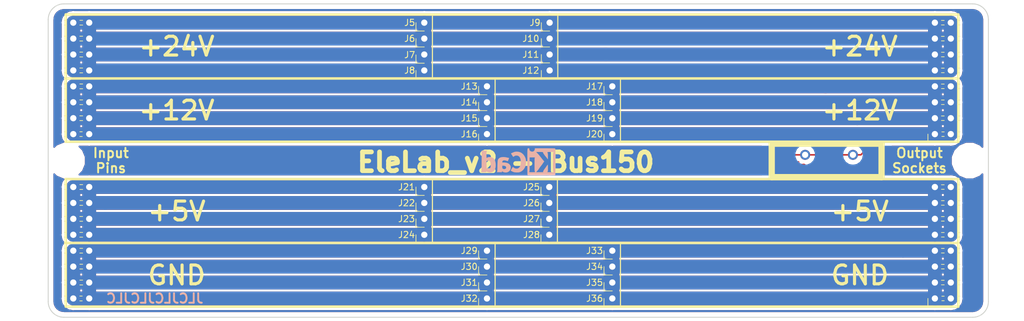
<source format=kicad_pcb>
(kicad_pcb (version 20171130) (host pcbnew "(5.0.2)-1")

  (general
    (thickness 1.6)
    (drawings 32)
    (tracks 95)
    (zones 0)
    (modules 40)
    (nets 5)
  )

  (page A4)
  (layers
    (0 F.Cu signal)
    (31 B.Cu signal)
    (32 B.Adhes user)
    (33 F.Adhes user)
    (34 B.Paste user)
    (35 F.Paste user)
    (36 B.SilkS user)
    (37 F.SilkS user)
    (38 B.Mask user)
    (39 F.Mask user)
    (40 Dwgs.User user)
    (41 Cmts.User user)
    (42 Eco1.User user)
    (43 Eco2.User user)
    (44 Edge.Cuts user)
    (45 Margin user)
    (46 B.CrtYd user)
    (47 F.CrtYd user)
    (48 B.Fab user)
    (49 F.Fab user)
  )

  (setup
    (last_trace_width 2.2)
    (trace_clearance 0.2)
    (zone_clearance 0.75)
    (zone_45_only no)
    (trace_min 0.2)
    (segment_width 0.4)
    (edge_width 0.15)
    (via_size 0.8)
    (via_drill 0.4)
    (via_min_size 0.4)
    (via_min_drill 0.3)
    (uvia_size 0.3)
    (uvia_drill 0.1)
    (uvias_allowed no)
    (uvia_min_size 0.2)
    (uvia_min_drill 0.1)
    (pcb_text_width 0.3)
    (pcb_text_size 1.5 1.5)
    (mod_edge_width 0.15)
    (mod_text_size 1 1)
    (mod_text_width 0.15)
    (pad_size 1.7 1.7)
    (pad_drill 1)
    (pad_to_mask_clearance 0.051)
    (solder_mask_min_width 0.25)
    (aux_axis_origin 0 0)
    (visible_elements 7FFFFFFF)
    (pcbplotparams
      (layerselection 0x010fc_ffffffff)
      (usegerberextensions true)
      (usegerberattributes false)
      (usegerberadvancedattributes false)
      (creategerberjobfile false)
      (excludeedgelayer true)
      (linewidth 0.100000)
      (plotframeref false)
      (viasonmask false)
      (mode 1)
      (useauxorigin false)
      (hpglpennumber 1)
      (hpglpenspeed 20)
      (hpglpendiameter 15.000000)
      (psnegative false)
      (psa4output false)
      (plotreference true)
      (plotvalue true)
      (plotinvisibletext false)
      (padsonsilk false)
      (subtractmaskfromsilk true)
      (outputformat 1)
      (mirror false)
      (drillshape 0)
      (scaleselection 1)
      (outputdirectory "Gerber_rev2/"))
  )

  (net 0 "")
  (net 1 /+24V)
  (net 2 /+12V)
  (net 3 /GND)
  (net 4 /+5V)

  (net_class Default "This is the default net class."
    (clearance 0.2)
    (trace_width 2.2)
    (via_dia 0.8)
    (via_drill 0.4)
    (uvia_dia 0.3)
    (uvia_drill 0.1)
    (add_net /+12V)
    (add_net /+24V)
    (add_net /+5V)
    (add_net /GND)
  )

  (module MeineBib:PinSocket_2x08_P2.54mm_Horizontal_NoSilk (layer F.Cu) (tedit 5D66B445) (tstamp 5D66B935)
    (at 241.46 100.78 180)
    (descr "Through hole angled socket strip, 2x08, 2.54mm pitch, 8.51mm socket length, double cols (from Kicad 4.0.7), script generated")
    (tags "Through hole angled socket strip THT 2x08 2.54mm double row")
    (path /5D4C6062)
    (fp_text reference J3 (at -5.65 -2.77 180) (layer F.Fab)
      (effects (font (size 1 1) (thickness 0.15)))
    )
    (fp_text value Conn_02x08_Odd_Even (at -5.65 20.55 180) (layer F.Fab)
      (effects (font (size 1 1) (thickness 0.15)))
    )
    (fp_line (start -5.03 -1.27) (end -4.06 -0.3) (layer F.Fab) (width 0.1))
    (fp_line (start -4.06 -0.3) (end -4.06 19.05) (layer F.Fab) (width 0.1))
    (fp_line (start 0 -0.3) (end -4.06 -0.3) (layer F.Fab) (width 0.1))
    (fp_line (start -4.06 0.3) (end 0 0.3) (layer F.Fab) (width 0.1))
    (fp_line (start 0 0.3) (end 0 -0.3) (layer F.Fab) (width 0.1))
    (fp_line (start 0 2.24) (end -4.06 2.24) (layer F.Fab) (width 0.1))
    (fp_line (start -4.06 2.84) (end 0 2.84) (layer F.Fab) (width 0.1))
    (fp_line (start 0 2.84) (end 0 2.24) (layer F.Fab) (width 0.1))
    (fp_line (start 0 4.78) (end -4.06 4.78) (layer F.Fab) (width 0.1))
    (fp_line (start -4.06 5.38) (end 0 5.38) (layer F.Fab) (width 0.1))
    (fp_line (start 0 5.38) (end 0 4.78) (layer F.Fab) (width 0.1))
    (fp_line (start 0 7.32) (end -4.06 7.32) (layer F.Fab) (width 0.1))
    (fp_line (start -4.06 7.92) (end 0 7.92) (layer F.Fab) (width 0.1))
    (fp_line (start 0 7.92) (end 0 7.32) (layer F.Fab) (width 0.1))
    (fp_line (start 0 9.86) (end -4.06 9.86) (layer F.Fab) (width 0.1))
    (fp_line (start -4.06 10.46) (end 0 10.46) (layer F.Fab) (width 0.1))
    (fp_line (start 0 10.46) (end 0 9.86) (layer F.Fab) (width 0.1))
    (fp_line (start 0 12.4) (end -4.06 12.4) (layer F.Fab) (width 0.1))
    (fp_line (start -4.06 13) (end 0 13) (layer F.Fab) (width 0.1))
    (fp_line (start 0 13) (end 0 12.4) (layer F.Fab) (width 0.1))
    (fp_line (start 0 14.94) (end -4.06 14.94) (layer F.Fab) (width 0.1))
    (fp_line (start -4.06 15.54) (end 0 15.54) (layer F.Fab) (width 0.1))
    (fp_line (start 0 15.54) (end 0 14.94) (layer F.Fab) (width 0.1))
    (fp_line (start 0 17.48) (end -4.06 17.48) (layer F.Fab) (width 0.1))
    (fp_line (start -4.06 18.08) (end 0 18.08) (layer F.Fab) (width 0.1))
    (fp_line (start 0 18.08) (end 0 17.48) (layer F.Fab) (width 0.1))
    (fp_line (start -4 -0.36) (end -3.59 -0.36) (layer F.SilkS) (width 0.12))
    (fp_line (start -1.49 -0.36) (end -1.11 -0.36) (layer F.SilkS) (width 0.12))
    (fp_line (start -4 0.36) (end -3.59 0.36) (layer F.SilkS) (width 0.12))
    (fp_line (start -1.49 0.36) (end -1.11 0.36) (layer F.SilkS) (width 0.12))
    (fp_line (start -4 2.18) (end -3.59 2.18) (layer F.SilkS) (width 0.12))
    (fp_line (start -1.49 2.18) (end -1.05 2.18) (layer F.SilkS) (width 0.12))
    (fp_line (start -4 2.9) (end -3.59 2.9) (layer F.SilkS) (width 0.12))
    (fp_line (start -1.49 2.9) (end -1.05 2.9) (layer F.SilkS) (width 0.12))
    (fp_line (start -4 4.72) (end -3.59 4.72) (layer F.SilkS) (width 0.12))
    (fp_line (start -1.49 4.72) (end -1.05 4.72) (layer F.SilkS) (width 0.12))
    (fp_line (start -4 5.44) (end -3.59 5.44) (layer F.SilkS) (width 0.12))
    (fp_line (start -1.49 5.44) (end -1.05 5.44) (layer F.SilkS) (width 0.12))
    (fp_line (start -4 7.26) (end -3.59 7.26) (layer F.SilkS) (width 0.12))
    (fp_line (start -1.49 7.26) (end -1.05 7.26) (layer F.SilkS) (width 0.12))
    (fp_line (start -4 7.98) (end -3.59 7.98) (layer F.SilkS) (width 0.12))
    (fp_line (start -1.49 7.98) (end -1.05 7.98) (layer F.SilkS) (width 0.12))
    (fp_line (start -4 9.8) (end -3.59 9.8) (layer F.SilkS) (width 0.12))
    (fp_line (start -1.49 9.8) (end -1.05 9.8) (layer F.SilkS) (width 0.12))
    (fp_line (start -4 10.52) (end -3.59 10.52) (layer F.SilkS) (width 0.12))
    (fp_line (start -1.49 10.52) (end -1.05 10.52) (layer F.SilkS) (width 0.12))
    (fp_line (start -4 12.34) (end -3.59 12.34) (layer F.SilkS) (width 0.12))
    (fp_line (start -1.49 12.34) (end -1.05 12.34) (layer F.SilkS) (width 0.12))
    (fp_line (start -4 13.06) (end -3.59 13.06) (layer F.SilkS) (width 0.12))
    (fp_line (start -1.49 13.06) (end -1.05 13.06) (layer F.SilkS) (width 0.12))
    (fp_line (start -4 14.88) (end -3.59 14.88) (layer F.SilkS) (width 0.12))
    (fp_line (start -1.49 14.88) (end -1.05 14.88) (layer F.SilkS) (width 0.12))
    (fp_line (start -4 15.6) (end -3.59 15.6) (layer F.SilkS) (width 0.12))
    (fp_line (start -1.49 15.6) (end -1.05 15.6) (layer F.SilkS) (width 0.12))
    (fp_line (start -4 17.42) (end -3.59 17.42) (layer F.SilkS) (width 0.12))
    (fp_line (start -1.49 17.42) (end -1.05 17.42) (layer F.SilkS) (width 0.12))
    (fp_line (start -4 18.14) (end -3.59 18.14) (layer F.SilkS) (width 0.12))
    (fp_line (start -1.49 18.14) (end -1.05 18.14) (layer F.SilkS) (width 0.12))
    (fp_line (start 1.11 -1.33) (end 1.11 0) (layer F.SilkS) (width 0.12))
    (fp_line (start 0 -1.33) (end 1.11 -1.33) (layer F.SilkS) (width 0.12))
    (fp_line (start 1.8 -1.8) (end -13.05 -1.8) (layer F.CrtYd) (width 0.05))
    (fp_line (start -13.05 -1.8) (end -13.05 19.55) (layer F.CrtYd) (width 0.05))
    (fp_line (start -13.05 19.55) (end 1.8 19.55) (layer F.CrtYd) (width 0.05))
    (fp_line (start 1.8 19.55) (end 1.8 -1.8) (layer F.CrtYd) (width 0.05))
    (pad 1 thru_hole rect (at 0 0 180) (size 1.7 1.7) (drill 1) (layers *.Cu *.Mask)
      (net 2 /+12V))
    (pad 2 thru_hole oval (at -2.54 0 180) (size 1.7 1.7) (drill 1) (layers *.Cu *.Mask)
      (net 2 /+12V))
    (pad 3 thru_hole oval (at 0 2.54 180) (size 1.7 1.7) (drill 1) (layers *.Cu *.Mask)
      (net 2 /+12V))
    (pad 4 thru_hole oval (at -2.54 2.54 180) (size 1.7 1.7) (drill 1) (layers *.Cu *.Mask)
      (net 2 /+12V))
    (pad 5 thru_hole oval (at 0 5.08 180) (size 1.7 1.7) (drill 1) (layers *.Cu *.Mask)
      (net 2 /+12V))
    (pad 6 thru_hole oval (at -2.54 5.08 180) (size 1.7 1.7) (drill 1) (layers *.Cu *.Mask)
      (net 2 /+12V))
    (pad 7 thru_hole oval (at 0 7.62 180) (size 1.7 1.7) (drill 1) (layers *.Cu *.Mask)
      (net 2 /+12V))
    (pad 8 thru_hole oval (at -2.54 7.62 180) (size 1.7 1.7) (drill 1) (layers *.Cu *.Mask)
      (net 2 /+12V))
    (pad 9 thru_hole oval (at 0 10.16 180) (size 1.7 1.7) (drill 1) (layers *.Cu *.Mask)
      (net 1 /+24V))
    (pad 10 thru_hole oval (at -2.54 10.16 180) (size 1.7 1.7) (drill 1) (layers *.Cu *.Mask)
      (net 1 /+24V))
    (pad 11 thru_hole oval (at 0 12.7 180) (size 1.7 1.7) (drill 1) (layers *.Cu *.Mask)
      (net 1 /+24V))
    (pad 12 thru_hole oval (at -2.54 12.7 180) (size 1.7 1.7) (drill 1) (layers *.Cu *.Mask)
      (net 1 /+24V))
    (pad 13 thru_hole oval (at 0 15.24 180) (size 1.7 1.7) (drill 1) (layers *.Cu *.Mask)
      (net 1 /+24V))
    (pad 14 thru_hole oval (at -2.54 15.24 180) (size 1.7 1.7) (drill 1) (layers *.Cu *.Mask)
      (net 1 /+24V))
    (pad 15 thru_hole oval (at 0 17.78 180) (size 1.7 1.7) (drill 1) (layers *.Cu *.Mask)
      (net 1 /+24V))
    (pad 16 thru_hole oval (at -2.54 17.78 180) (size 1.7 1.7) (drill 1) (layers *.Cu *.Mask)
      (net 1 /+24V))
    (model ${KISYS3DMOD}/Connector_PinSocket_2.54mm.3dshapes/PinSocket_2x08_P2.54mm_Horizontal.wrl
      (at (xyz 0 0 0))
      (scale (xyz 1 1 1))
      (rotate (xyz 0 0 0))
    )
  )

  (module MeineBib:PinSocket_2x08_P2.54mm_Horizontal_NoSilk (layer F.Cu) (tedit 5D66B445) (tstamp 5D66BA2E)
    (at 241.46 127 180)
    (descr "Through hole angled socket strip, 2x08, 2.54mm pitch, 8.51mm socket length, double cols (from Kicad 4.0.7), script generated")
    (tags "Through hole angled socket strip THT 2x08 2.54mm double row")
    (path /5D4C60C7)
    (fp_text reference J4 (at -5.65 -2.77 180) (layer F.Fab)
      (effects (font (size 1 1) (thickness 0.15)))
    )
    (fp_text value Conn_02x08_Odd_Even (at -5.65 20.55 180) (layer F.Fab)
      (effects (font (size 1 1) (thickness 0.15)))
    )
    (fp_line (start -5.03 -1.27) (end -4.06 -0.3) (layer F.Fab) (width 0.1))
    (fp_line (start -4.06 -0.3) (end -4.06 19.05) (layer F.Fab) (width 0.1))
    (fp_line (start 0 -0.3) (end -4.06 -0.3) (layer F.Fab) (width 0.1))
    (fp_line (start -4.06 0.3) (end 0 0.3) (layer F.Fab) (width 0.1))
    (fp_line (start 0 0.3) (end 0 -0.3) (layer F.Fab) (width 0.1))
    (fp_line (start 0 2.24) (end -4.06 2.24) (layer F.Fab) (width 0.1))
    (fp_line (start -4.06 2.84) (end 0 2.84) (layer F.Fab) (width 0.1))
    (fp_line (start 0 2.84) (end 0 2.24) (layer F.Fab) (width 0.1))
    (fp_line (start 0 4.78) (end -4.06 4.78) (layer F.Fab) (width 0.1))
    (fp_line (start -4.06 5.38) (end 0 5.38) (layer F.Fab) (width 0.1))
    (fp_line (start 0 5.38) (end 0 4.78) (layer F.Fab) (width 0.1))
    (fp_line (start 0 7.32) (end -4.06 7.32) (layer F.Fab) (width 0.1))
    (fp_line (start -4.06 7.92) (end 0 7.92) (layer F.Fab) (width 0.1))
    (fp_line (start 0 7.92) (end 0 7.32) (layer F.Fab) (width 0.1))
    (fp_line (start 0 9.86) (end -4.06 9.86) (layer F.Fab) (width 0.1))
    (fp_line (start -4.06 10.46) (end 0 10.46) (layer F.Fab) (width 0.1))
    (fp_line (start 0 10.46) (end 0 9.86) (layer F.Fab) (width 0.1))
    (fp_line (start 0 12.4) (end -4.06 12.4) (layer F.Fab) (width 0.1))
    (fp_line (start -4.06 13) (end 0 13) (layer F.Fab) (width 0.1))
    (fp_line (start 0 13) (end 0 12.4) (layer F.Fab) (width 0.1))
    (fp_line (start 0 14.94) (end -4.06 14.94) (layer F.Fab) (width 0.1))
    (fp_line (start -4.06 15.54) (end 0 15.54) (layer F.Fab) (width 0.1))
    (fp_line (start 0 15.54) (end 0 14.94) (layer F.Fab) (width 0.1))
    (fp_line (start 0 17.48) (end -4.06 17.48) (layer F.Fab) (width 0.1))
    (fp_line (start -4.06 18.08) (end 0 18.08) (layer F.Fab) (width 0.1))
    (fp_line (start 0 18.08) (end 0 17.48) (layer F.Fab) (width 0.1))
    (fp_line (start -4 -0.36) (end -3.59 -0.36) (layer F.SilkS) (width 0.12))
    (fp_line (start -1.49 -0.36) (end -1.11 -0.36) (layer F.SilkS) (width 0.12))
    (fp_line (start -4 0.36) (end -3.59 0.36) (layer F.SilkS) (width 0.12))
    (fp_line (start -1.49 0.36) (end -1.11 0.36) (layer F.SilkS) (width 0.12))
    (fp_line (start -4 2.18) (end -3.59 2.18) (layer F.SilkS) (width 0.12))
    (fp_line (start -1.49 2.18) (end -1.05 2.18) (layer F.SilkS) (width 0.12))
    (fp_line (start -4 2.9) (end -3.59 2.9) (layer F.SilkS) (width 0.12))
    (fp_line (start -1.49 2.9) (end -1.05 2.9) (layer F.SilkS) (width 0.12))
    (fp_line (start -4 4.72) (end -3.59 4.72) (layer F.SilkS) (width 0.12))
    (fp_line (start -1.49 4.72) (end -1.05 4.72) (layer F.SilkS) (width 0.12))
    (fp_line (start -4 5.44) (end -3.59 5.44) (layer F.SilkS) (width 0.12))
    (fp_line (start -1.49 5.44) (end -1.05 5.44) (layer F.SilkS) (width 0.12))
    (fp_line (start -4 7.26) (end -3.59 7.26) (layer F.SilkS) (width 0.12))
    (fp_line (start -1.49 7.26) (end -1.05 7.26) (layer F.SilkS) (width 0.12))
    (fp_line (start -4 7.98) (end -3.59 7.98) (layer F.SilkS) (width 0.12))
    (fp_line (start -1.49 7.98) (end -1.05 7.98) (layer F.SilkS) (width 0.12))
    (fp_line (start -4 9.8) (end -3.59 9.8) (layer F.SilkS) (width 0.12))
    (fp_line (start -1.49 9.8) (end -1.05 9.8) (layer F.SilkS) (width 0.12))
    (fp_line (start -4 10.52) (end -3.59 10.52) (layer F.SilkS) (width 0.12))
    (fp_line (start -1.49 10.52) (end -1.05 10.52) (layer F.SilkS) (width 0.12))
    (fp_line (start -4 12.34) (end -3.59 12.34) (layer F.SilkS) (width 0.12))
    (fp_line (start -1.49 12.34) (end -1.05 12.34) (layer F.SilkS) (width 0.12))
    (fp_line (start -4 13.06) (end -3.59 13.06) (layer F.SilkS) (width 0.12))
    (fp_line (start -1.49 13.06) (end -1.05 13.06) (layer F.SilkS) (width 0.12))
    (fp_line (start -4 14.88) (end -3.59 14.88) (layer F.SilkS) (width 0.12))
    (fp_line (start -1.49 14.88) (end -1.05 14.88) (layer F.SilkS) (width 0.12))
    (fp_line (start -4 15.6) (end -3.59 15.6) (layer F.SilkS) (width 0.12))
    (fp_line (start -1.49 15.6) (end -1.05 15.6) (layer F.SilkS) (width 0.12))
    (fp_line (start -4 17.42) (end -3.59 17.42) (layer F.SilkS) (width 0.12))
    (fp_line (start -1.49 17.42) (end -1.05 17.42) (layer F.SilkS) (width 0.12))
    (fp_line (start -4 18.14) (end -3.59 18.14) (layer F.SilkS) (width 0.12))
    (fp_line (start -1.49 18.14) (end -1.05 18.14) (layer F.SilkS) (width 0.12))
    (fp_line (start 1.11 -1.33) (end 1.11 0) (layer F.SilkS) (width 0.12))
    (fp_line (start 0 -1.33) (end 1.11 -1.33) (layer F.SilkS) (width 0.12))
    (fp_line (start 1.8 -1.8) (end -13.05 -1.8) (layer F.CrtYd) (width 0.05))
    (fp_line (start -13.05 -1.8) (end -13.05 19.55) (layer F.CrtYd) (width 0.05))
    (fp_line (start -13.05 19.55) (end 1.8 19.55) (layer F.CrtYd) (width 0.05))
    (fp_line (start 1.8 19.55) (end 1.8 -1.8) (layer F.CrtYd) (width 0.05))
    (pad 1 thru_hole rect (at 0 0 180) (size 1.7 1.7) (drill 1) (layers *.Cu *.Mask)
      (net 3 /GND))
    (pad 2 thru_hole oval (at -2.54 0 180) (size 1.7 1.7) (drill 1) (layers *.Cu *.Mask)
      (net 3 /GND))
    (pad 3 thru_hole oval (at 0 2.54 180) (size 1.7 1.7) (drill 1) (layers *.Cu *.Mask)
      (net 3 /GND))
    (pad 4 thru_hole oval (at -2.54 2.54 180) (size 1.7 1.7) (drill 1) (layers *.Cu *.Mask)
      (net 3 /GND))
    (pad 5 thru_hole oval (at 0 5.08 180) (size 1.7 1.7) (drill 1) (layers *.Cu *.Mask)
      (net 3 /GND))
    (pad 6 thru_hole oval (at -2.54 5.08 180) (size 1.7 1.7) (drill 1) (layers *.Cu *.Mask)
      (net 3 /GND))
    (pad 7 thru_hole oval (at 0 7.62 180) (size 1.7 1.7) (drill 1) (layers *.Cu *.Mask)
      (net 3 /GND))
    (pad 8 thru_hole oval (at -2.54 7.62 180) (size 1.7 1.7) (drill 1) (layers *.Cu *.Mask)
      (net 3 /GND))
    (pad 9 thru_hole oval (at 0 10.16 180) (size 1.7 1.7) (drill 1) (layers *.Cu *.Mask)
      (net 4 /+5V))
    (pad 10 thru_hole oval (at -2.54 10.16 180) (size 1.7 1.7) (drill 1) (layers *.Cu *.Mask)
      (net 4 /+5V))
    (pad 11 thru_hole oval (at 0 12.7 180) (size 1.7 1.7) (drill 1) (layers *.Cu *.Mask)
      (net 4 /+5V))
    (pad 12 thru_hole oval (at -2.54 12.7 180) (size 1.7 1.7) (drill 1) (layers *.Cu *.Mask)
      (net 4 /+5V))
    (pad 13 thru_hole oval (at 0 15.24 180) (size 1.7 1.7) (drill 1) (layers *.Cu *.Mask)
      (net 4 /+5V))
    (pad 14 thru_hole oval (at -2.54 15.24 180) (size 1.7 1.7) (drill 1) (layers *.Cu *.Mask)
      (net 4 /+5V))
    (pad 15 thru_hole oval (at 0 17.78 180) (size 1.7 1.7) (drill 1) (layers *.Cu *.Mask)
      (net 4 /+5V))
    (pad 16 thru_hole oval (at -2.54 17.78 180) (size 1.7 1.7) (drill 1) (layers *.Cu *.Mask)
      (net 4 /+5V))
    (model ${KISYS3DMOD}/Connector_PinSocket_2.54mm.3dshapes/PinSocket_2x08_P2.54mm_Horizontal.wrl
      (at (xyz 0 0 0))
      (scale (xyz 1 1 1))
      (rotate (xyz 0 0 0))
    )
  )

  (module MeineBib:PinHeader_2x08_P2.54mm_Horizontal_NoSilk (layer F.Cu) (tedit 5D66B3F0) (tstamp 5D7356CF)
    (at 106.54 100.78 180)
    (descr "Through hole angled pin header, 2x08, 2.54mm pitch, 6mm pin length, double rows")
    (tags "Through hole angled pin header THT 2x08 2.54mm double row")
    (path /5D4C60DF)
    (fp_text reference J1 (at 5.655 -2.27 180) (layer F.Fab)
      (effects (font (size 1 1) (thickness 0.15)))
    )
    (fp_text value Conn_02x08_Odd_Even (at 5.655 20.05 180) (layer F.Fab)
      (effects (font (size 1 1) (thickness 0.15)))
    )
    (fp_line (start 13.1 -1.8) (end -1.8 -1.8) (layer F.CrtYd) (width 0.05))
    (fp_line (start 13.1 19.55) (end 13.1 -1.8) (layer F.CrtYd) (width 0.05))
    (fp_line (start -1.8 19.55) (end 13.1 19.55) (layer F.CrtYd) (width 0.05))
    (fp_line (start -1.8 -1.8) (end -1.8 19.55) (layer F.CrtYd) (width 0.05))
    (fp_line (start 1.042929 18.16) (end 1.497071 18.16) (layer F.SilkS) (width 0.12))
    (fp_line (start 1.042929 17.4) (end 1.497071 17.4) (layer F.SilkS) (width 0.12))
    (fp_line (start 3.582929 18.16) (end 3.98 18.16) (layer F.SilkS) (width 0.12))
    (fp_line (start 3.582929 17.4) (end 3.98 17.4) (layer F.SilkS) (width 0.12))
    (fp_line (start 1.042929 15.62) (end 1.497071 15.62) (layer F.SilkS) (width 0.12))
    (fp_line (start 1.042929 14.86) (end 1.497071 14.86) (layer F.SilkS) (width 0.12))
    (fp_line (start 3.582929 15.62) (end 3.98 15.62) (layer F.SilkS) (width 0.12))
    (fp_line (start 3.582929 14.86) (end 3.98 14.86) (layer F.SilkS) (width 0.12))
    (fp_line (start 1.042929 13.08) (end 1.497071 13.08) (layer F.SilkS) (width 0.12))
    (fp_line (start 1.042929 12.32) (end 1.497071 12.32) (layer F.SilkS) (width 0.12))
    (fp_line (start 3.582929 13.08) (end 3.98 13.08) (layer F.SilkS) (width 0.12))
    (fp_line (start 3.582929 12.32) (end 3.98 12.32) (layer F.SilkS) (width 0.12))
    (fp_line (start 1.042929 10.54) (end 1.497071 10.54) (layer F.SilkS) (width 0.12))
    (fp_line (start 1.042929 9.78) (end 1.497071 9.78) (layer F.SilkS) (width 0.12))
    (fp_line (start 3.582929 10.54) (end 3.98 10.54) (layer F.SilkS) (width 0.12))
    (fp_line (start 3.582929 9.78) (end 3.98 9.78) (layer F.SilkS) (width 0.12))
    (fp_line (start 1.042929 8) (end 1.497071 8) (layer F.SilkS) (width 0.12))
    (fp_line (start 1.042929 7.24) (end 1.497071 7.24) (layer F.SilkS) (width 0.12))
    (fp_line (start 3.582929 8) (end 3.98 8) (layer F.SilkS) (width 0.12))
    (fp_line (start 3.582929 7.24) (end 3.98 7.24) (layer F.SilkS) (width 0.12))
    (fp_line (start 1.042929 5.46) (end 1.497071 5.46) (layer F.SilkS) (width 0.12))
    (fp_line (start 1.042929 4.7) (end 1.497071 4.7) (layer F.SilkS) (width 0.12))
    (fp_line (start 3.582929 5.46) (end 3.98 5.46) (layer F.SilkS) (width 0.12))
    (fp_line (start 3.582929 4.7) (end 3.98 4.7) (layer F.SilkS) (width 0.12))
    (fp_line (start 1.042929 2.92) (end 1.497071 2.92) (layer F.SilkS) (width 0.12))
    (fp_line (start 1.042929 2.16) (end 1.497071 2.16) (layer F.SilkS) (width 0.12))
    (fp_line (start 3.582929 2.92) (end 3.98 2.92) (layer F.SilkS) (width 0.12))
    (fp_line (start 3.582929 2.16) (end 3.98 2.16) (layer F.SilkS) (width 0.12))
    (fp_line (start 1.11 0.38) (end 1.497071 0.38) (layer F.SilkS) (width 0.12))
    (fp_line (start 1.11 -0.38) (end 1.497071 -0.38) (layer F.SilkS) (width 0.12))
    (fp_line (start 3.582929 0.38) (end 3.98 0.38) (layer F.SilkS) (width 0.12))
    (fp_line (start 3.582929 -0.38) (end 3.98 -0.38) (layer F.SilkS) (width 0.12))
    (fp_line (start -0.32 18.1) (end 4.04 18.1) (layer F.Fab) (width 0.1))
    (fp_line (start -0.32 17.46) (end -0.32 18.1) (layer F.Fab) (width 0.1))
    (fp_line (start -0.32 17.46) (end 4.04 17.46) (layer F.Fab) (width 0.1))
    (fp_line (start -0.32 15.56) (end 4.04 15.56) (layer F.Fab) (width 0.1))
    (fp_line (start -0.32 14.92) (end -0.32 15.56) (layer F.Fab) (width 0.1))
    (fp_line (start -0.32 14.92) (end 4.04 14.92) (layer F.Fab) (width 0.1))
    (fp_line (start -0.32 13.02) (end 4.04 13.02) (layer F.Fab) (width 0.1))
    (fp_line (start -0.32 12.38) (end -0.32 13.02) (layer F.Fab) (width 0.1))
    (fp_line (start -0.32 12.38) (end 4.04 12.38) (layer F.Fab) (width 0.1))
    (fp_line (start -0.32 10.48) (end 4.04 10.48) (layer F.Fab) (width 0.1))
    (fp_line (start -0.32 9.84) (end -0.32 10.48) (layer F.Fab) (width 0.1))
    (fp_line (start -0.32 9.84) (end 4.04 9.84) (layer F.Fab) (width 0.1))
    (fp_line (start -0.32 7.94) (end 4.04 7.94) (layer F.Fab) (width 0.1))
    (fp_line (start -0.32 7.3) (end -0.32 7.94) (layer F.Fab) (width 0.1))
    (fp_line (start -0.32 7.3) (end 4.04 7.3) (layer F.Fab) (width 0.1))
    (fp_line (start -0.32 5.4) (end 4.04 5.4) (layer F.Fab) (width 0.1))
    (fp_line (start -0.32 4.76) (end -0.32 5.4) (layer F.Fab) (width 0.1))
    (fp_line (start -0.32 4.76) (end 4.04 4.76) (layer F.Fab) (width 0.1))
    (fp_line (start -0.32 2.86) (end 4.04 2.86) (layer F.Fab) (width 0.1))
    (fp_line (start -0.32 2.22) (end -0.32 2.86) (layer F.Fab) (width 0.1))
    (fp_line (start -0.32 2.22) (end 4.04 2.22) (layer F.Fab) (width 0.1))
    (fp_line (start -0.32 0.32) (end 4.04 0.32) (layer F.Fab) (width 0.1))
    (fp_line (start -0.32 -0.32) (end -0.32 0.32) (layer F.Fab) (width 0.1))
    (fp_line (start -0.32 -0.32) (end 4.04 -0.32) (layer F.Fab) (width 0.1))
    (fp_line (start 4.04 -0.635) (end 4.675 -1.27) (layer F.Fab) (width 0.1))
    (fp_line (start 4.04 19.05) (end 4.04 -0.635) (layer F.Fab) (width 0.1))
    (fp_line (start 4.675 -1.27) (end 6.58 -1.27) (layer F.Fab) (width 0.1))
    (pad 16 thru_hole oval (at 2.54 17.78 180) (size 1.7 1.7) (drill 1) (layers *.Cu *.Mask)
      (net 1 /+24V))
    (pad 15 thru_hole oval (at 0 17.78 180) (size 1.7 1.7) (drill 1) (layers *.Cu *.Mask)
      (net 1 /+24V))
    (pad 14 thru_hole oval (at 2.54 15.24 180) (size 1.7 1.7) (drill 1) (layers *.Cu *.Mask)
      (net 1 /+24V))
    (pad 13 thru_hole oval (at 0 15.24 180) (size 1.7 1.7) (drill 1) (layers *.Cu *.Mask)
      (net 1 /+24V))
    (pad 12 thru_hole oval (at 2.54 12.7 180) (size 1.7 1.7) (drill 1) (layers *.Cu *.Mask)
      (net 1 /+24V))
    (pad 11 thru_hole oval (at 0 12.7 180) (size 1.7 1.7) (drill 1) (layers *.Cu *.Mask)
      (net 1 /+24V))
    (pad 10 thru_hole oval (at 2.54 10.16 180) (size 1.7 1.7) (drill 1) (layers *.Cu *.Mask)
      (net 1 /+24V))
    (pad 9 thru_hole oval (at 0 10.16 180) (size 1.7 1.7) (drill 1) (layers *.Cu *.Mask)
      (net 1 /+24V))
    (pad 8 thru_hole oval (at 2.54 7.62 180) (size 1.7 1.7) (drill 1) (layers *.Cu *.Mask)
      (net 2 /+12V))
    (pad 7 thru_hole oval (at 0 7.62 180) (size 1.7 1.7) (drill 1) (layers *.Cu *.Mask)
      (net 2 /+12V))
    (pad 6 thru_hole oval (at 2.54 5.08 180) (size 1.7 1.7) (drill 1) (layers *.Cu *.Mask)
      (net 2 /+12V))
    (pad 5 thru_hole oval (at 0 5.08 180) (size 1.7 1.7) (drill 1) (layers *.Cu *.Mask)
      (net 2 /+12V))
    (pad 4 thru_hole oval (at 2.54 2.54 180) (size 1.7 1.7) (drill 1) (layers *.Cu *.Mask)
      (net 2 /+12V))
    (pad 3 thru_hole oval (at 0 2.54 180) (size 1.7 1.7) (drill 1) (layers *.Cu *.Mask)
      (net 2 /+12V))
    (pad 2 thru_hole oval (at 2.54 0 180) (size 1.7 1.7) (drill 1) (layers *.Cu *.Mask)
      (net 2 /+12V))
    (pad 1 thru_hole rect (at 0 0 180) (size 1.7 1.7) (drill 1) (layers *.Cu *.Mask)
      (net 2 /+12V))
    (model ${KISYS3DMOD}/Connector_PinHeader_2.54mm.3dshapes/PinHeader_2x08_P2.54mm_Horizontal.wrl
      (at (xyz 0 0 0))
      (scale (xyz 1 1 1))
      (rotate (xyz 0 0 0))
    )
  )

  (module MeineBib:PinHeader_2x08_P2.54mm_Horizontal_NoSilk (layer F.Cu) (tedit 5D66B3F0) (tstamp 5D7379D8)
    (at 106.54 127 180)
    (descr "Through hole angled pin header, 2x08, 2.54mm pitch, 6mm pin length, double rows")
    (tags "Through hole angled pin header THT 2x08 2.54mm double row")
    (path /5D4C60F7)
    (fp_text reference J2 (at 5.655 -2.27 180) (layer F.Fab)
      (effects (font (size 1 1) (thickness 0.15)))
    )
    (fp_text value Conn_02x08_Odd_Even (at 5.655 20.05 180) (layer F.Fab)
      (effects (font (size 1 1) (thickness 0.15)))
    )
    (fp_line (start 13.1 -1.8) (end -1.8 -1.8) (layer F.CrtYd) (width 0.05))
    (fp_line (start 13.1 19.55) (end 13.1 -1.8) (layer F.CrtYd) (width 0.05))
    (fp_line (start -1.8 19.55) (end 13.1 19.55) (layer F.CrtYd) (width 0.05))
    (fp_line (start -1.8 -1.8) (end -1.8 19.55) (layer F.CrtYd) (width 0.05))
    (fp_line (start 1.042929 18.16) (end 1.497071 18.16) (layer F.SilkS) (width 0.12))
    (fp_line (start 1.042929 17.4) (end 1.497071 17.4) (layer F.SilkS) (width 0.12))
    (fp_line (start 3.582929 18.16) (end 3.98 18.16) (layer F.SilkS) (width 0.12))
    (fp_line (start 3.582929 17.4) (end 3.98 17.4) (layer F.SilkS) (width 0.12))
    (fp_line (start 1.042929 15.62) (end 1.497071 15.62) (layer F.SilkS) (width 0.12))
    (fp_line (start 1.042929 14.86) (end 1.497071 14.86) (layer F.SilkS) (width 0.12))
    (fp_line (start 3.582929 15.62) (end 3.98 15.62) (layer F.SilkS) (width 0.12))
    (fp_line (start 3.582929 14.86) (end 3.98 14.86) (layer F.SilkS) (width 0.12))
    (fp_line (start 1.042929 13.08) (end 1.497071 13.08) (layer F.SilkS) (width 0.12))
    (fp_line (start 1.042929 12.32) (end 1.497071 12.32) (layer F.SilkS) (width 0.12))
    (fp_line (start 3.582929 13.08) (end 3.98 13.08) (layer F.SilkS) (width 0.12))
    (fp_line (start 3.582929 12.32) (end 3.98 12.32) (layer F.SilkS) (width 0.12))
    (fp_line (start 1.042929 10.54) (end 1.497071 10.54) (layer F.SilkS) (width 0.12))
    (fp_line (start 1.042929 9.78) (end 1.497071 9.78) (layer F.SilkS) (width 0.12))
    (fp_line (start 3.582929 10.54) (end 3.98 10.54) (layer F.SilkS) (width 0.12))
    (fp_line (start 3.582929 9.78) (end 3.98 9.78) (layer F.SilkS) (width 0.12))
    (fp_line (start 1.042929 8) (end 1.497071 8) (layer F.SilkS) (width 0.12))
    (fp_line (start 1.042929 7.24) (end 1.497071 7.24) (layer F.SilkS) (width 0.12))
    (fp_line (start 3.582929 8) (end 3.98 8) (layer F.SilkS) (width 0.12))
    (fp_line (start 3.582929 7.24) (end 3.98 7.24) (layer F.SilkS) (width 0.12))
    (fp_line (start 1.042929 5.46) (end 1.497071 5.46) (layer F.SilkS) (width 0.12))
    (fp_line (start 1.042929 4.7) (end 1.497071 4.7) (layer F.SilkS) (width 0.12))
    (fp_line (start 3.582929 5.46) (end 3.98 5.46) (layer F.SilkS) (width 0.12))
    (fp_line (start 3.582929 4.7) (end 3.98 4.7) (layer F.SilkS) (width 0.12))
    (fp_line (start 1.042929 2.92) (end 1.497071 2.92) (layer F.SilkS) (width 0.12))
    (fp_line (start 1.042929 2.16) (end 1.497071 2.16) (layer F.SilkS) (width 0.12))
    (fp_line (start 3.582929 2.92) (end 3.98 2.92) (layer F.SilkS) (width 0.12))
    (fp_line (start 3.582929 2.16) (end 3.98 2.16) (layer F.SilkS) (width 0.12))
    (fp_line (start 1.11 0.38) (end 1.497071 0.38) (layer F.SilkS) (width 0.12))
    (fp_line (start 1.11 -0.38) (end 1.497071 -0.38) (layer F.SilkS) (width 0.12))
    (fp_line (start 3.582929 0.38) (end 3.98 0.38) (layer F.SilkS) (width 0.12))
    (fp_line (start 3.582929 -0.38) (end 3.98 -0.38) (layer F.SilkS) (width 0.12))
    (fp_line (start -0.32 18.1) (end 4.04 18.1) (layer F.Fab) (width 0.1))
    (fp_line (start -0.32 17.46) (end -0.32 18.1) (layer F.Fab) (width 0.1))
    (fp_line (start -0.32 17.46) (end 4.04 17.46) (layer F.Fab) (width 0.1))
    (fp_line (start -0.32 15.56) (end 4.04 15.56) (layer F.Fab) (width 0.1))
    (fp_line (start -0.32 14.92) (end -0.32 15.56) (layer F.Fab) (width 0.1))
    (fp_line (start -0.32 14.92) (end 4.04 14.92) (layer F.Fab) (width 0.1))
    (fp_line (start -0.32 13.02) (end 4.04 13.02) (layer F.Fab) (width 0.1))
    (fp_line (start -0.32 12.38) (end -0.32 13.02) (layer F.Fab) (width 0.1))
    (fp_line (start -0.32 12.38) (end 4.04 12.38) (layer F.Fab) (width 0.1))
    (fp_line (start -0.32 10.48) (end 4.04 10.48) (layer F.Fab) (width 0.1))
    (fp_line (start -0.32 9.84) (end -0.32 10.48) (layer F.Fab) (width 0.1))
    (fp_line (start -0.32 9.84) (end 4.04 9.84) (layer F.Fab) (width 0.1))
    (fp_line (start -0.32 7.94) (end 4.04 7.94) (layer F.Fab) (width 0.1))
    (fp_line (start -0.32 7.3) (end -0.32 7.94) (layer F.Fab) (width 0.1))
    (fp_line (start -0.32 7.3) (end 4.04 7.3) (layer F.Fab) (width 0.1))
    (fp_line (start -0.32 5.4) (end 4.04 5.4) (layer F.Fab) (width 0.1))
    (fp_line (start -0.32 4.76) (end -0.32 5.4) (layer F.Fab) (width 0.1))
    (fp_line (start -0.32 4.76) (end 4.04 4.76) (layer F.Fab) (width 0.1))
    (fp_line (start -0.32 2.86) (end 4.04 2.86) (layer F.Fab) (width 0.1))
    (fp_line (start -0.32 2.22) (end -0.32 2.86) (layer F.Fab) (width 0.1))
    (fp_line (start -0.32 2.22) (end 4.04 2.22) (layer F.Fab) (width 0.1))
    (fp_line (start -0.32 0.32) (end 4.04 0.32) (layer F.Fab) (width 0.1))
    (fp_line (start -0.32 -0.32) (end -0.32 0.32) (layer F.Fab) (width 0.1))
    (fp_line (start -0.32 -0.32) (end 4.04 -0.32) (layer F.Fab) (width 0.1))
    (fp_line (start 4.04 -0.635) (end 4.675 -1.27) (layer F.Fab) (width 0.1))
    (fp_line (start 4.04 19.05) (end 4.04 -0.635) (layer F.Fab) (width 0.1))
    (fp_line (start 4.675 -1.27) (end 6.58 -1.27) (layer F.Fab) (width 0.1))
    (pad 16 thru_hole oval (at 2.54 17.78 180) (size 1.7 1.7) (drill 1) (layers *.Cu *.Mask)
      (net 4 /+5V))
    (pad 15 thru_hole oval (at 0 17.78 180) (size 1.7 1.7) (drill 1) (layers *.Cu *.Mask)
      (net 4 /+5V))
    (pad 14 thru_hole oval (at 2.54 15.24 180) (size 1.7 1.7) (drill 1) (layers *.Cu *.Mask)
      (net 4 /+5V))
    (pad 13 thru_hole oval (at 0 15.24 180) (size 1.7 1.7) (drill 1) (layers *.Cu *.Mask)
      (net 4 /+5V))
    (pad 12 thru_hole oval (at 2.54 12.7 180) (size 1.7 1.7) (drill 1) (layers *.Cu *.Mask)
      (net 4 /+5V))
    (pad 11 thru_hole oval (at 0 12.7 180) (size 1.7 1.7) (drill 1) (layers *.Cu *.Mask)
      (net 4 /+5V))
    (pad 10 thru_hole oval (at 2.54 10.16 180) (size 1.7 1.7) (drill 1) (layers *.Cu *.Mask)
      (net 4 /+5V))
    (pad 9 thru_hole oval (at 0 10.16 180) (size 1.7 1.7) (drill 1) (layers *.Cu *.Mask)
      (net 4 /+5V))
    (pad 8 thru_hole oval (at 2.54 7.62 180) (size 1.7 1.7) (drill 1) (layers *.Cu *.Mask)
      (net 3 /GND))
    (pad 7 thru_hole oval (at 0 7.62 180) (size 1.7 1.7) (drill 1) (layers *.Cu *.Mask)
      (net 3 /GND))
    (pad 6 thru_hole oval (at 2.54 5.08 180) (size 1.7 1.7) (drill 1) (layers *.Cu *.Mask)
      (net 3 /GND))
    (pad 5 thru_hole oval (at 0 5.08 180) (size 1.7 1.7) (drill 1) (layers *.Cu *.Mask)
      (net 3 /GND))
    (pad 4 thru_hole oval (at 2.54 2.54 180) (size 1.7 1.7) (drill 1) (layers *.Cu *.Mask)
      (net 3 /GND))
    (pad 3 thru_hole oval (at 0 2.54 180) (size 1.7 1.7) (drill 1) (layers *.Cu *.Mask)
      (net 3 /GND))
    (pad 2 thru_hole oval (at 2.54 0 180) (size 1.7 1.7) (drill 1) (layers *.Cu *.Mask)
      (net 3 /GND))
    (pad 1 thru_hole rect (at 0 0 180) (size 1.7 1.7) (drill 1) (layers *.Cu *.Mask)
      (net 3 /GND))
    (model ${KISYS3DMOD}/Connector_PinHeader_2.54mm.3dshapes/PinHeader_2x08_P2.54mm_Horizontal.wrl
      (at (xyz 0 0 0))
      (scale (xyz 1 1 1))
      (rotate (xyz 0 0 0))
    )
  )

  (module MeineBib:EigenesMountingHole_2.7mm_M2.5 (layer F.Cu) (tedit 5D4EEE3F) (tstamp 5D596067)
    (at 103 105)
    (descr "Mounting Hole 2.7mm, no annular, M2.5")
    (tags "mounting hole 2.7mm no annular m2.5")
    (path /5D54E5FF)
    (attr virtual)
    (fp_text reference H1 (at 0 -3.7) (layer F.SilkS) hide
      (effects (font (size 1 1) (thickness 0.15)))
    )
    (fp_text value MountingHole (at 0 -5) (layer F.Fab)
      (effects (font (size 1 1) (thickness 0.15)))
    )
    (fp_circle (center 0 0) (end 2.95 0) (layer F.CrtYd) (width 0.05))
    (fp_circle (center 0 0) (end 2.7 0) (layer Cmts.User) (width 0.15))
    (fp_text user %R (at 0.3 0) (layer F.Fab)
      (effects (font (size 1 1) (thickness 0.15)))
    )
    (pad "" np_thru_hole circle (at 0 0) (size 2.7 2.7) (drill 2.7) (layers *.Cu *.Mask)
      (solder_mask_margin 1.5) (clearance 1.5))
  )

  (module MeineBib:EigenesMountingHole_2.7mm_M2.5 (layer F.Cu) (tedit 5D4EEE43) (tstamp 5D66BADB)
    (at 247 105)
    (descr "Mounting Hole 2.7mm, no annular, M2.5")
    (tags "mounting hole 2.7mm no annular m2.5")
    (path /5D54E645)
    (attr virtual)
    (fp_text reference H2 (at 0 -3.7) (layer F.SilkS) hide
      (effects (font (size 1 1) (thickness 0.15)))
    )
    (fp_text value MountingHole (at 0 -5) (layer F.Fab)
      (effects (font (size 1 1) (thickness 0.15)))
    )
    (fp_circle (center 0 0) (end 2.95 0) (layer F.CrtYd) (width 0.05))
    (fp_circle (center 0 0) (end 2.7 0) (layer Cmts.User) (width 0.15))
    (fp_text user %R (at 0.3 0) (layer F.Fab)
      (effects (font (size 1 1) (thickness 0.15)))
    )
    (pad "" np_thru_hole circle (at 0 0) (size 2.7 2.7) (drill 2.7) (layers *.Cu *.Mask)
      (solder_mask_margin 1.5) (clearance 1.5))
  )

  (module MeineBib:Binary_6_v0.1 (layer F.Cu) (tedit 5CBAF07D) (tstamp 5D59DC19)
    (at 224.6 105.05)
    (descr "Resistor, Axial_DIN0207 series, Axial, Horizontal, pin pitch=7.62mm, 0.25W = 1/4W, length*diameter=6.3*2.5mm^2, http://cdn-reichelt.de/documents/datenblatt/B400/1_4W%23YAG.pdf")
    (tags "Resistor Axial_DIN0207 series Axial Horizontal pin pitch 7.62mm 0.25W = 1/4W length 6.3mm diameter 2.5mm")
    (path /5D5974CF)
    (fp_text reference LO_1 (at 6.761 1.661) (layer F.SilkS) hide
      (effects (font (size 1 1) (thickness 0.15)))
    )
    (fp_text value Binary_6_Logo (at 10.1346 -8.5852) (layer F.Fab)
      (effects (font (size 1 1) (thickness 0.15)))
    )
    (fp_line (start 8.3566 2.5908) (end -9.1694 2.5908) (layer F.SilkS) (width 1))
    (fp_line (start 8.3566 -2.7432) (end 8.3566 2.5908) (layer F.SilkS) (width 1))
    (fp_line (start -9.1694 -2.7432) (end 8.3566 -2.7432) (layer F.SilkS) (width 1))
    (fp_line (start -9.1694 2.5908) (end -9.1694 -2.7432) (layer F.SilkS) (width 1))
    (fp_poly (pts (xy 8.0772 -2.4384) (xy -8.89 -2.4384) (xy -8.89 2.286) (xy 8.0772 2.286)) (layer F.Mask) (width 0.15))
    (fp_text user Binary_6 (at -2.5654 0.8128) (layer F.Cu)
      (effects (font (size 1.2 1.2) (thickness 0.2)))
    )
    (fp_line (start 3.5306 1.8288) (end -8.9408 1.8288) (layer F.Cu) (width 0.25))
    (fp_line (start 6.5786 -1.2192) (end 3.5306 1.8288) (layer F.Cu) (width 0.25))
    (fp_line (start 8.128 -1.2192) (end 6.5786 -1.2192) (layer F.Cu) (width 0.25))
    (fp_line (start -5.6134 -0.9652) (end -8.4074 1.8288) (layer F.Cu) (width 0.25))
    (fp_line (start -3.8354 -0.9652) (end -5.6134 -0.9652) (layer F.Cu) (width 0.25))
    (fp_line (start 6.0706 -1.9812) (end 8.0772 -1.9812) (layer F.Cu) (width 0.25))
    (fp_line (start 5.0546 -0.9652) (end 6.0706 -1.9812) (layer F.Cu) (width 0.25))
    (fp_line (start 3.7846 -0.9652) (end 5.0546 -0.9652) (layer F.Cu) (width 0.25))
    (fp_line (start 1.2446 -0.9652) (end 3.7846 -0.9652) (layer F.Cu) (width 0.25))
    (fp_line (start -3.8354 -0.9652) (end -1.2954 -0.9652) (layer F.Cu) (width 0.25))
    (fp_line (start 3.7846 -0.9652) (end 3.1246 -0.9652) (layer F.Fab) (width 0.1))
    (fp_line (start -3.8354 -0.9652) (end -3.1754 -0.9652) (layer F.Fab) (width 0.1))
    (pad "" smd roundrect (at 0.8446 -0.9652) (size 0.9 1.8) (layers F.Cu F.Paste F.Mask) (roundrect_rratio 0.25))
    (pad "" smd roundrect (at -0.8954 -0.9652) (size 0.9 1.8) (layers F.Cu F.Paste F.Mask) (roundrect_rratio 0.25))
    (pad 1 thru_hole oval (at 3.7846 -0.9652) (size 1.6 1.6) (drill 1) (layers *.Cu *.Mask))
    (pad 2 thru_hole circle (at -3.8354 -0.9652) (size 1.6 1.6) (drill 1) (layers *.Cu *.Mask))
  )

  (module Symbol:Symbol_KiCAD-Logo_CopperAndSilkScreenTop (layer B.Cu) (tedit 0) (tstamp 5D59552B)
    (at 175 105 180)
    (descr "Symbol, KiCAD-Logo, Silk & Copper Top,")
    (tags "Symbol, KiCAD-Logo, Silk & Copper Top,")
    (path /5D597577)
    (attr virtual)
    (fp_text reference LO_2 (at 0 0 180) (layer B.SilkS) hide
      (effects (font (size 1.524 1.524) (thickness 0.3)) (justify mirror))
    )
    (fp_text value KiCAD_Logo (at 0.75 0 180) (layer B.SilkS) hide
      (effects (font (size 1.524 1.524) (thickness 0.3)) (justify mirror))
    )
    (fp_poly (pts (xy 5.847464 -0.05715) (xy 5.849006 -0.387052) (xy 5.850566 -0.669981) (xy 5.852261 -0.909761)
      (xy 5.854208 -1.110219) (xy 5.856523 -1.275181) (xy 5.859322 -1.408472) (xy 5.862724 -1.513918)
      (xy 5.866844 -1.595345) (xy 5.871799 -1.65658) (xy 5.877707 -1.701447) (xy 5.884683 -1.733774)
      (xy 5.892845 -1.757385) (xy 5.899802 -1.77165) (xy 5.944904 -1.8542) (xy 5.1308 -1.8542)
      (xy 5.1308 -1.778) (xy 5.127441 -1.724452) (xy 5.119351 -1.701804) (xy 5.119227 -1.7018)
      (xy 5.093109 -1.714784) (xy 5.040726 -1.747537) (xy 5.013903 -1.765421) (xy 4.881603 -1.832647)
      (xy 4.721937 -1.879589) (xy 4.553022 -1.903338) (xy 4.392977 -1.900984) (xy 4.2926 -1.881247)
      (xy 4.108538 -1.799939) (xy 3.94341 -1.6782) (xy 3.808517 -1.52551) (xy 3.747155 -1.423694)
      (xy 3.679731 -1.266029) (xy 3.635855 -1.099951) (xy 3.612714 -0.911403) (xy 3.607241 -0.724913)
      (xy 3.608002 -0.7112) (xy 4.408136 -0.7112) (xy 4.412634 -0.886895) (xy 4.426249 -1.020414)
      (xy 4.451477 -1.119949) (xy 4.490812 -1.193691) (xy 4.546751 -1.249831) (xy 4.579016 -1.27217)
      (xy 4.685421 -1.310164) (xy 4.811144 -1.307176) (xy 4.946203 -1.263728) (xy 4.970499 -1.251773)
      (xy 5.0673 -1.201557) (xy 5.074142 -0.652487) (xy 5.080985 -0.103416) (xy 5.013891 -0.059454)
      (xy 4.95036 -0.032707) (xy 4.860668 -0.012044) (xy 4.802633 -0.005065) (xy 4.714255 -0.00197)
      (xy 4.655291 -0.012095) (xy 4.604985 -0.040683) (xy 4.578927 -0.061568) (xy 4.511583 -0.135167)
      (xy 4.462664 -0.230737) (xy 4.430341 -0.355234) (xy 4.412787 -0.515611) (xy 4.408136 -0.7112)
      (xy 3.608002 -0.7112) (xy 3.623675 -0.428965) (xy 3.671542 -0.169134) (xy 3.750171 0.053491)
      (xy 3.858889 0.23782) (xy 3.997025 0.382763) (xy 4.163906 0.487232) (xy 4.35886 0.550136)
      (xy 4.39817 0.557165) (xy 4.513703 0.565425) (xy 4.641063 0.558571) (xy 4.767661 0.539148)
      (xy 4.880912 0.509701) (xy 4.968228 0.472775) (xy 5.016262 0.432185) (xy 5.037127 0.407718)
      (xy 5.05317 0.412808) (xy 5.064925 0.451343) (xy 5.072924 0.527212) (xy 5.077702 0.644299)
      (xy 5.079793 0.806494) (xy 5.08 0.89633) (xy 5.079477 1.070427) (xy 5.077469 1.201783)
      (xy 5.073311 1.29845) (xy 5.066343 1.368481) (xy 5.055901 1.419927) (xy 5.041322 1.460842)
      (xy 5.031938 1.48053) (xy 4.983876 1.5748) (xy 5.840228 1.5748) (xy 5.847464 -0.05715)) (layer B.SilkS) (width 0.01))
    (fp_poly (pts (xy 2.62762 0.547641) (xy 2.803576 0.507736) (xy 2.922513 0.463105) (xy 3.015098 0.407222)
      (xy 3.097779 0.33364) (xy 3.150917 0.278812) (xy 3.194396 0.227171) (xy 3.229291 0.173008)
      (xy 3.256676 0.110613) (xy 3.277624 0.034277) (xy 3.293209 -0.06171) (xy 3.304504 -0.183058)
      (xy 3.312585 -0.335475) (xy 3.318523 -0.52467) (xy 3.323394 -0.756355) (xy 3.325549 -0.877477)
      (xy 3.329807 -1.109434) (xy 3.33393 -1.296051) (xy 3.338276 -1.442785) (xy 3.343203 -1.555095)
      (xy 3.349068 -1.638437) (xy 3.356231 -1.698269) (xy 3.365049 -1.740049) (xy 3.37588 -1.769234)
      (xy 3.385135 -1.785527) (xy 3.430171 -1.8542) (xy 2.619418 -1.8542) (xy 2.6035 -1.700698)
      (xy 2.504102 -1.768483) (xy 2.347946 -1.847254) (xy 2.167092 -1.893178) (xy 1.977295 -1.904137)
      (xy 1.794309 -1.878011) (xy 1.760834 -1.868436) (xy 1.574429 -1.786112) (xy 1.42352 -1.668585)
      (xy 1.310652 -1.519321) (xy 1.238375 -1.341786) (xy 1.209235 -1.139443) (xy 1.208788 -1.1176)
      (xy 1.209452 -1.088545) (xy 1.937707 -1.088545) (xy 1.941963 -1.177884) (xy 1.95209 -1.208502)
      (xy 2.014779 -1.289089) (xy 2.109723 -1.343481) (xy 2.223327 -1.367352) (xy 2.341996 -1.356378)
      (xy 2.379596 -1.344508) (xy 2.466783 -1.302968) (xy 2.522424 -1.250366) (xy 2.552894 -1.17528)
      (xy 2.564566 -1.066289) (xy 2.5654 -1.011572) (xy 2.5654 -0.8128) (xy 2.399484 -0.8128)
      (xy 2.235747 -0.827824) (xy 2.097128 -0.870733) (xy 2.001676 -0.931555) (xy 1.959069 -0.998298)
      (xy 1.937707 -1.088545) (xy 1.209452 -1.088545) (xy 1.211403 -1.003273) (xy 1.225051 -0.915974)
      (xy 1.25455 -0.832311) (xy 1.277882 -0.782215) (xy 1.382223 -0.625636) (xy 1.526604 -0.499758)
      (xy 1.710369 -0.404878) (xy 1.932862 -0.341291) (xy 2.193426 -0.309295) (xy 2.333794 -0.305241)
      (xy 2.572088 -0.3048) (xy 2.558196 -0.201228) (xy 2.522262 -0.08796) (xy 2.450344 -0.009507)
      (xy 2.343724 0.033837) (xy 2.203687 0.041777) (xy 2.031516 0.01402) (xy 1.854509 -0.040144)
      (xy 1.770051 -0.067413) (xy 1.705058 -0.082373) (xy 1.673195 -0.081908) (xy 1.672862 -0.081589)
      (xy 1.655276 -0.049872) (xy 1.62518 0.016088) (xy 1.587902 0.103255) (xy 1.548773 0.198596)
      (xy 1.513122 0.289075) (xy 1.48628 0.36166) (xy 1.473575 0.403315) (xy 1.4732 0.406698)
      (xy 1.49499 0.425383) (xy 1.538447 0.4318) (xy 1.590031 0.437963) (xy 1.67685 0.454576)
      (xy 1.785103 0.478825) (xy 1.862297 0.497827) (xy 2.128096 0.54864) (xy 2.386776 0.565282)
      (xy 2.62762 0.547641)) (layer B.SilkS) (width 0.01))
    (fp_poly (pts (xy 0.544676 1.393659) (xy 0.585911 1.383857) (xy 0.656879 1.361171) (xy 0.752173 1.325037)
      (xy 0.859521 1.280813) (xy 0.966653 1.233853) (xy 1.061298 1.189513) (xy 1.131185 1.153149)
      (xy 1.162064 1.132402) (xy 1.152374 1.109418) (xy 1.120036 1.054492) (xy 1.071464 0.977349)
      (xy 1.013074 0.887712) (xy 0.951281 0.795305) (xy 0.892502 0.709849) (xy 0.843152 0.64107)
      (xy 0.810677 0.599841) (xy 0.782236 0.602376) (xy 0.730081 0.632665) (xy 0.686407 0.666688)
      (xy 0.541298 0.758774) (xy 0.376487 0.804441) (xy 0.218098 0.805716) (xy 0.047398 0.765098)
      (xy -0.096741 0.681873) (xy -0.213755 0.557075) (xy -0.303081 0.39174) (xy -0.364157 0.186903)
      (xy -0.396419 -0.056401) (xy -0.399574 -0.3302) (xy -0.378133 -0.577826) (xy -0.333016 -0.783741)
      (xy -0.26237 -0.952105) (xy -0.164343 -1.08708) (xy -0.037083 -1.192826) (xy -0.007421 -1.211151)
      (xy 0.069773 -1.251415) (xy 0.141238 -1.272876) (xy 0.229027 -1.280676) (xy 0.2921 -1.281009)
      (xy 0.451817 -1.265354) (xy 0.590547 -1.217392) (xy 0.724625 -1.130613) (xy 0.774846 -1.088663)
      (xy 0.829092 -1.044162) (xy 0.865414 -1.020225) (xy 0.873055 -1.018969) (xy 0.895216 -1.052288)
      (xy 0.934498 -1.116333) (xy 0.98523 -1.201348) (xy 1.041743 -1.297575) (xy 1.098366 -1.395257)
      (xy 1.149431 -1.484636) (xy 1.189265 -1.555956) (xy 1.212201 -1.59946) (xy 1.215453 -1.60818)
      (xy 1.190218 -1.621554) (xy 1.132344 -1.652253) (xy 1.054062 -1.693786) (xy 1.049457 -1.69623)
      (xy 0.887147 -1.776612) (xy 0.744212 -1.831928) (xy 0.602272 -1.866986) (xy 0.442947 -1.886593)
      (xy 0.2921 -1.89434) (xy 0.099285 -1.895569) (xy -0.05275 -1.886113) (xy -0.143564 -1.870565)
      (xy -0.375799 -1.785718) (xy -0.588841 -1.656718) (xy -0.778634 -1.487906) (xy -0.941122 -1.283623)
      (xy -1.072248 -1.048209) (xy -1.167956 -0.786005) (xy -1.172452 -0.769632) (xy -1.20875 -0.583026)
      (xy -1.227655 -0.36892) (xy -1.229177 -0.145257) (xy -1.213331 0.070018) (xy -1.180128 0.25896)
      (xy -1.171703 0.290956) (xy -1.069939 0.564565) (xy -0.927268 0.810532) (xy -0.746196 1.025347)
      (xy -0.52923 1.205505) (xy -0.508 1.219918) (xy -0.330356 1.312496) (xy -0.122302 1.378252)
      (xy 0.102198 1.415093) (xy 0.329178 1.420927) (xy 0.544676 1.393659)) (layer B.SilkS) (width 0.01))
    (fp_poly (pts (xy -2.044059 2.27404) (xy -1.926455 2.207605) (xy -1.832977 2.104955) (xy -1.789188 2.018876)
      (xy -1.758578 1.880386) (xy -1.767679 1.742409) (xy -1.815027 1.620916) (xy -1.827412 1.60215)
      (xy -1.917851 1.514592) (xy -2.036729 1.454447) (xy -2.169667 1.424582) (xy -2.302287 1.427866)
      (xy -2.42021 1.467168) (xy -2.440994 1.479756) (xy -2.523263 1.558606) (xy -2.591086 1.66723)
      (xy -2.633253 1.784705) (xy -2.6416 1.854201) (xy -2.622326 1.963425) (xy -2.57181 2.07789)
      (xy -2.501018 2.176842) (xy -2.445358 2.225705) (xy -2.313139 2.286124) (xy -2.176163 2.301224)
      (xy -2.044059 2.27404)) (layer B.Mask) (width 0.01))
    (fp_poly (pts (xy -1.8034 -0.592045) (xy -1.803179 -0.863528) (xy -1.802417 -1.088618) (xy -1.800974 -1.271721)
      (xy -1.798706 -1.41724) (xy -1.795469 -1.529583) (xy -1.791122 -1.613155) (xy -1.78552 -1.672359)
      (xy -1.778522 -1.711603) (xy -1.769984 -1.735292) (xy -1.766108 -1.741395) (xy -1.739822 -1.778943)
      (xy -1.729109 -1.807085) (xy -1.73929 -1.827174) (xy -1.775688 -1.840563) (xy -1.843624 -1.848605)
      (xy -1.948422 -1.852653) (xy -2.095402 -1.85406) (xy -2.2098 -1.8542) (xy -2.360082 -1.853515)
      (xy -2.491273 -1.851608) (xy -2.595573 -1.848702) (xy -2.665181 -1.845017) (xy -2.692295 -1.840776)
      (xy -2.6924 -1.840488) (xy -2.681845 -1.811454) (xy -2.655274 -1.754509) (xy -2.6416 -1.7272)
      (xy -2.628734 -1.69976) (xy -2.618241 -1.669394) (xy -2.60988 -1.63092) (xy -2.603409 -1.579155)
      (xy -2.598589 -1.508918) (xy -2.595178 -1.415027) (xy -2.592935 -1.292301) (xy -2.591619 -1.135559)
      (xy -2.59099 -0.939617) (xy -2.590805 -0.699296) (xy -2.5908 -0.63475) (xy -2.591053 -0.377269)
      (xy -2.591929 -0.165749) (xy -2.593604 0.004649) (xy -2.596252 0.138762) (xy -2.60005 0.241429)
      (xy -2.605173 0.317487) (xy -2.611797 0.371774) (xy -2.620097 0.409128) (xy -2.629553 0.433062)
      (xy -2.668305 0.508) (xy -1.8034 0.508) (xy -1.8034 -0.592045)) (layer B.Mask) (width 0.01))
    (fp_poly (pts (xy -3.386253 1.3716) (xy -2.840941 1.3716) (xy -3.039721 1.170213) (xy -3.369429 0.807309)
      (xy -3.583849 0.533185) (xy -3.662297 0.4296) (xy -3.756856 0.309471) (xy -3.85695 0.185798)
      (xy -3.952002 0.071581) (xy -4.031434 -0.020181) (xy -4.056532 -0.04776) (xy -4.137964 -0.135212)
      (xy -4.068006 -0.226356) (xy -3.932564 -0.415604) (xy -3.845022 -0.55505) (xy -3.790152 -0.637286)
      (xy -3.728876 -0.716612) (xy -3.723727 -0.722607) (xy -3.654778 -0.805581) (xy -3.574253 -0.908137)
      (xy -3.491058 -1.018288) (xy -3.414098 -1.124047) (xy -3.352281 -1.213425) (xy -3.316624 -1.270547)
      (xy -3.281543 -1.323596) (xy -3.223014 -1.402062) (xy -3.15118 -1.493252) (xy -3.076185 -1.584472)
      (xy -3.008172 -1.663032) (xy -2.9718 -1.70202) (xy -2.947911 -1.728081) (xy -2.905637 -1.775406)
      (xy -2.897523 -1.78457) (xy -2.835945 -1.8542) (xy -3.9624 -1.8542) (xy -3.9624 -1.775923)
      (xy -3.979163 -1.699395) (xy -4.026393 -1.594149) (xy -4.099507 -1.468239) (xy -4.193919 -1.329716)
      (xy -4.281458 -1.215533) (xy -4.352732 -1.123313) (xy -4.418053 -1.032269) (xy -4.465223 -0.959535)
      (xy -4.471329 -0.948833) (xy -4.511371 -0.882434) (xy -4.546658 -0.834284) (xy -4.555301 -0.8255)
      (xy -4.589862 -0.786816) (xy -4.630085 -0.73025) (xy -4.667774 -0.682093) (xy -4.698285 -0.660487)
      (xy -4.699586 -0.6604) (xy -4.708462 -0.685091) (xy -4.715582 -0.756381) (xy -4.720736 -0.870092)
      (xy -4.723717 -1.022044) (xy -4.7244 -1.156961) (xy -4.723716 -1.336263) (xy -4.721305 -1.47227)
      (xy -4.716625 -1.572475) (xy -4.709137 -1.644369) (xy -4.698302 -1.695443) (xy -4.683579 -1.733188)
      (xy -4.682756 -1.734811) (xy -4.647283 -1.794491) (xy -4.615777 -1.832618) (xy -4.612906 -1.834761)
      (xy -4.628403 -1.840323) (xy -4.687753 -1.845262) (xy -4.784014 -1.849312) (xy -4.910241 -1.852207)
      (xy -5.059489 -1.853682) (xy -5.111206 -1.853811) (xy -5.637711 -1.8542) (xy -5.608032 -1.78435)
      (xy -5.579859 -1.725758) (xy -5.557776 -1.69037) (xy -5.553943 -1.661142) (xy -5.550343 -1.585781)
      (xy -5.547041 -1.468951) (xy -5.544104 -1.315317) (xy -5.541601 -1.129546) (xy -5.539596 -0.916302)
      (xy -5.538158 -0.680251) (xy -5.537353 -0.426059) (xy -5.537201 -0.25429) (xy -5.537259 0.049689)
      (xy -5.53753 0.307088) (xy -5.538154 0.522126) (xy -5.539274 0.699022) (xy -5.541031 0.841996)
      (xy -5.543567 0.955267) (xy -5.547024 1.043055) (xy -5.551543 1.109579) (xy -5.557267 1.159059)
      (xy -5.564338 1.195714) (xy -5.572896 1.223763) (xy -5.583084 1.247426) (xy -5.588001 1.257301)
      (xy -5.618756 1.319131) (xy -5.63681 1.35834) (xy -5.638801 1.364271) (xy -5.614665 1.366493)
      (xy -5.547312 1.368444) (xy -5.444328 1.370016) (xy -5.313294 1.371099) (xy -5.161795 1.371585)
      (xy -5.128083 1.3716) (xy -4.95494 1.371336) (xy -4.826371 1.370169) (xy -4.736154 1.367536)
      (xy -4.678063 1.362877) (xy -4.645876 1.355628) (xy -4.633368 1.345228) (xy -4.634314 1.331115)
      (xy -4.635836 1.32715) (xy -4.669195 1.238327) (xy -4.693261 1.149819) (xy -4.70942 1.050859)
      (xy -4.719058 0.930679) (xy -4.72356 0.778512) (xy -4.7244 0.638912) (xy -4.724401 0.219096)
      (xy -4.648201 0.2921) (xy -4.600587 0.342443) (xy -4.574006 0.379722) (xy -4.572 0.386517)
      (xy -4.556863 0.41245) (xy -4.517372 0.465872) (xy -4.462412 0.535855) (xy -4.400868 0.611471)
      (xy -4.341623 0.681791) (xy -4.293561 0.735886) (xy -4.266761 0.762) (xy -4.244439 0.789266)
      (xy -4.206064 0.84537) (xy -4.178198 0.889) (xy -4.119995 0.976702) (xy -4.057049 1.063302)
      (xy -4.034701 1.091638) (xy -3.989987 1.158264) (xy -3.964592 1.219357) (xy -3.9624 1.23561)
      (xy -3.961878 1.279323) (xy -3.956209 1.312498) (xy -3.939238 1.336588) (xy -3.904811 1.353045)
      (xy -3.846774 1.363323) (xy -3.758972 1.368873) (xy -3.63525 1.371149) (xy -3.469455 1.371604)
      (xy -3.386253 1.3716)) (layer B.Mask) (width 0.01))
    (fp_poly (pts (xy -1.548637 1.957301) (xy -1.526845 1.950024) (xy -1.508414 1.93358) (xy -1.493065 1.904803)
      (xy -1.480519 1.860526) (xy -1.470495 1.797582) (xy -1.462717 1.712806) (xy -1.456904 1.603029)
      (xy -1.452777 1.465086) (xy -1.450057 1.295809) (xy -1.448465 1.092032) (xy -1.447723 0.850589)
      (xy -1.44755 0.568313) (xy -1.447668 0.242036) (xy -1.447797 -0.131407) (xy -1.4478 -0.1905)
      (xy -1.447878 -0.565884) (xy -1.448151 -0.893711) (xy -1.448682 -1.177221) (xy -1.449531 -1.419658)
      (xy -1.45076 -1.624261) (xy -1.452431 -1.794274) (xy -1.454605 -1.932939) (xy -1.457343 -2.043496)
      (xy -1.460708 -2.129188) (xy -1.464759 -2.193257) (xy -1.469559 -2.238944) (xy -1.475169 -2.269492)
      (xy -1.481651 -2.288141) (xy -1.487715 -2.296885) (xy -1.498791 -2.303992) (xy -1.518999 -2.310213)
      (xy -1.55151 -2.315606) (xy -1.599497 -2.320229) (xy -1.666133 -2.32414) (xy -1.75459 -2.327396)
      (xy -1.86804 -2.330056) (xy -2.009656 -2.332175) (xy -2.18261 -2.333813) (xy -2.390076 -2.335028)
      (xy -2.635224 -2.335876) (xy -2.921229 -2.336415) (xy -3.251261 -2.336703) (xy -3.628495 -2.336798)
      (xy -3.683001 -2.3368) (xy -4.066824 -2.336726) (xy -4.40302 -2.336467) (xy -4.694761 -2.335965)
      (xy -4.945219 -2.335162) (xy -5.157568 -2.334) (xy -5.334979 -2.332422) (xy -5.480625 -2.330371)
      (xy -5.597678 -2.327787) (xy -5.689312 -2.324615) (xy -5.758697 -2.320795) (xy -5.809008 -2.316271)
      (xy -5.843416 -2.310985) (xy -5.865093 -2.304879) (xy -5.877213 -2.297895) (xy -5.878286 -2.296885)
      (xy -5.885535 -2.285627) (xy -5.891862 -2.265152) (xy -5.897328 -2.232219) (xy -5.901994 -2.183586)
      (xy -5.905922 -2.116011) (xy -5.909174 -2.026252) (xy -5.91181 -1.911068) (xy -5.913893 -1.767217)
      (xy -5.915483 -1.591456) (xy -5.916642 -1.380544) (xy -5.917432 -1.131239) (xy -5.917914 -0.8403)
      (xy -5.918149 -0.504484) (xy -5.9182 -0.1905) (xy -5.918123 0.184885) (xy -5.91785 0.512712)
      (xy -5.917319 0.796222) (xy -5.91647 1.038659) (xy -5.915241 1.243262) (xy -5.914052 1.364271)
      (xy -5.638801 1.364271) (xy -5.628363 1.339362) (xy -5.602056 1.285156) (xy -5.588001 1.257301)
      (xy -5.577068 1.234226) (xy -5.567826 1.20858) (xy -5.560133 1.176141) (xy -5.553848 1.132692)
      (xy -5.548828 1.074012) (xy -5.544932 0.995883) (xy -5.542017 0.894083) (xy -5.539943 0.764395)
      (xy -5.538566 0.602599) (xy -5.537746 0.404475) (xy -5.537341 0.165803) (xy -5.537209 -0.117635)
      (xy -5.537201 -0.25429) (xy -5.537561 -0.517726) (xy -5.538598 -0.766037) (xy -5.540244 -0.994556)
      (xy -5.542432 -1.198618) (xy -5.545097 -1.373558) (xy -5.54817 -1.514711) (xy -5.551585 -1.61741)
      (xy -5.555276 -1.676991) (xy -5.557776 -1.69037) (xy -5.5822 -1.730136) (xy -5.608032 -1.78435)
      (xy -5.637711 -1.8542) (xy -5.111206 -1.853811) (xy -4.956033 -1.852849) (xy -4.82165 -1.850381)
      (xy -4.715001 -1.846674) (xy -4.64303 -1.841992) (xy -4.612681 -1.8366) (xy -4.612906 -1.834761)
      (xy -4.642855 -1.800826) (xy -4.678668 -1.742626) (xy -4.682756 -1.734811) (xy -4.697682 -1.697521)
      (xy -4.708693 -1.647267) (xy -4.716331 -1.576556) (xy -4.721134 -1.477898) (xy -4.723644 -1.3438)
      (xy -4.724399 -1.166772) (xy -4.7244 -1.156961) (xy -4.723167 -0.979347) (xy -4.719604 -0.836876)
      (xy -4.713922 -0.733727) (xy -4.706328 -0.674078) (xy -4.699586 -0.6604) (xy -4.670086 -0.67977)
      (xy -4.632359 -0.726744) (xy -4.630085 -0.73025) (xy -4.589507 -0.787268) (xy -4.555301 -0.8255)
      (xy -4.524853 -0.862632) (xy -4.484917 -0.924966) (xy -4.471329 -0.948833) (xy -4.42918 -1.01593)
      (xy -4.366473 -1.10472) (xy -4.295408 -1.198064) (xy -4.281458 -1.215533) (xy -4.173339 -1.358344)
      (xy -4.082862 -1.494967) (xy -4.014611 -1.617349) (xy -3.973169 -1.71744) (xy -3.9624 -1.775923)
      (xy -3.9624 -1.8542) (xy -2.835945 -1.8542) (xy -2.848071 -1.840488) (xy -2.6924 -1.840488)
      (xy -2.668301 -1.844757) (xy -2.601204 -1.848485) (xy -2.498911 -1.851448) (xy -2.369222 -1.853426)
      (xy -2.219939 -1.854196) (xy -2.2098 -1.8542) (xy -2.033033 -1.853408) (xy -1.901899 -1.850806)
      (xy -1.811253 -1.846056) (xy -1.75595 -1.838818) (xy -1.730844 -1.828752) (xy -1.728008 -1.82245)
      (xy -1.742962 -1.778554) (xy -1.766108 -1.741395) (xy -1.775302 -1.722692) (xy -1.782898 -1.690195)
      (xy -1.789041 -1.639498) (xy -1.793873 -1.566196) (xy -1.797536 -1.465883) (xy -1.800174 -1.334154)
      (xy -1.80193 -1.166604) (xy -1.802947 -0.958827) (xy -1.803367 -0.706418) (xy -1.8034 -0.592045)
      (xy -1.8034 0.508) (xy -2.668305 0.508) (xy -2.629553 0.433062) (xy -2.619522 0.407185)
      (xy -2.611333 0.368908) (xy -2.604808 0.313393) (xy -2.599774 0.235803) (xy -2.596053 0.1313)
      (xy -2.593471 -0.004954) (xy -2.591852 -0.177797) (xy -2.591021 -0.392067) (xy -2.5908 -0.63475)
      (xy -2.590914 -0.88644) (xy -2.591415 -1.092511) (xy -2.592545 -1.258147) (xy -2.594545 -1.388527)
      (xy -2.597655 -1.488835) (xy -2.602117 -1.564251) (xy -2.608171 -1.619957) (xy -2.616059 -1.661135)
      (xy -2.626021 -1.692967) (xy -2.638299 -1.720635) (xy -2.6416 -1.7272) (xy -2.67251 -1.790636)
      (xy -2.69052 -1.83311) (xy -2.6924 -1.840488) (xy -2.848071 -1.840488) (xy -2.897523 -1.78457)
      (xy -2.941445 -1.735266) (xy -2.969627 -1.70429) (xy -2.9718 -1.70202) (xy -3.029555 -1.638905)
      (xy -3.101037 -1.554689) (xy -3.176103 -1.462065) (xy -3.244609 -1.373725) (xy -3.296412 -1.302361)
      (xy -3.316624 -1.270547) (xy -3.356845 -1.206584) (xy -3.420338 -1.115299) (xy -3.498196 -1.00868)
      (xy -3.581513 -0.898715) (xy -3.661383 -0.79739) (xy -3.723727 -0.722607) (xy -3.784171 -0.645548)
      (xy -3.840841 -0.561943) (xy -3.845022 -0.55505) (xy -3.972363 -0.356936) (xy -4.068006 -0.226356)
      (xy -4.137964 -0.135212) (xy -4.056532 -0.04776) (xy -3.98634 0.031339) (xy -3.896285 0.138108)
      (xy -3.796943 0.259549) (xy -3.698893 0.382661) (xy -3.612711 0.494445) (xy -3.583849 0.533185)
      (xy -3.279059 0.913108) (xy -3.039721 1.170213) (xy -2.840941 1.3716) (xy -3.386253 1.3716)
      (xy -3.57145 1.371477) (xy -3.712002 1.370139) (xy -3.814063 1.366133) (xy -3.883788 1.358007)
      (xy -3.927331 1.344309) (xy -3.950847 1.323584) (xy -3.960489 1.294382) (xy -3.962414 1.255249)
      (xy -3.9624 1.23561) (xy -3.977988 1.182158) (xy -4.017059 1.114879) (xy -4.034701 1.091638)
      (xy -4.093348 1.014332) (xy -4.15611 0.923414) (xy -4.178198 0.889) (xy -4.221448 0.822236)
      (xy -4.255088 0.775069) (xy -4.266761 0.762) (xy -4.296555 0.732661) (xy -4.345755 0.676982)
      (xy -4.405478 0.605892) (xy -4.466838 0.530319) (xy -4.520953 0.461192) (xy -4.558937 0.409439)
      (xy -4.572 0.386517) (xy -4.588818 0.357026) (xy -4.630854 0.309283) (xy -4.648201 0.2921)
      (xy -4.724401 0.219096) (xy -4.7244 0.638912) (xy -4.722807 0.821698) (xy -4.717105 0.964524)
      (xy -4.705907 1.07816) (xy -4.687828 1.173371) (xy -4.661482 1.260925) (xy -4.635836 1.32715)
      (xy -4.632606 1.342229) (xy -4.641351 1.353462) (xy -4.668295 1.361409) (xy -4.719662 1.366633)
      (xy -4.801676 1.369697) (xy -4.920561 1.371162) (xy -5.08254 1.37159) (xy -5.128083 1.3716)
      (xy -5.282917 1.371254) (xy -5.418878 1.370288) (xy -5.528383 1.36881) (xy -5.603849 1.366929)
      (xy -5.637692 1.364755) (xy -5.638801 1.364271) (xy -5.914052 1.364271) (xy -5.91357 1.413275)
      (xy -5.911396 1.55194) (xy -5.908658 1.662497) (xy -5.905293 1.748189) (xy -5.901242 1.812258)
      (xy -5.896442 1.857945) (xy -5.890832 1.888493) (xy -5.88435 1.907142) (xy -5.878286 1.915886)
      (xy -5.865822 1.924066) (xy -5.843563 1.931062) (xy -5.807809 1.936966) (xy -5.754859 1.941867)
      (xy -5.681012 1.945856) (xy -5.582569 1.949022) (xy -5.455827 1.951456) (xy -5.297087 1.953248)
      (xy -5.102647 1.954489) (xy -4.868807 1.955267) (xy -4.591865 1.955674) (xy -4.268122 1.9558)
      (xy -2.6416 1.9558) (xy -2.6416 1.859582) (xy -2.621521 1.743665) (xy -2.568475 1.625)
      (xy -2.493246 1.524009) (xy -2.440994 1.479756) (xy -2.327454 1.43263) (xy -2.1965 1.422364)
      (xy -2.062372 1.446082) (xy -1.93931 1.500911) (xy -1.841552 1.583977) (xy -1.8262 1.603853)
      (xy -1.779194 1.704572) (xy -1.757561 1.820123) (xy -1.74631 1.955801) (xy -1.63697 1.9558)
      (xy -1.60342 1.957023) (xy -1.574069 1.958579) (xy -1.548637 1.957301)) (layer B.SilkS) (width 0.01))
  )

  (module Connector_PinHeader_2.54mm:PinHeader_1x01_P2.54mm_Vertical (layer F.Cu) (tedit 59FED5CC) (tstamp 5D738AC9)
    (at 160 83 90)
    (descr "Through hole straight pin header, 1x01, 2.54mm pitch, single row")
    (tags "Through hole pin header THT 1x01 2.54mm single row")
    (path /5D5B810E)
    (fp_text reference J5 (at 0 -2.33 180) (layer F.SilkS)
      (effects (font (size 1 1) (thickness 0.15)))
    )
    (fp_text value "+24 V" (at 0 2.33 90) (layer F.Fab)
      (effects (font (size 1 1) (thickness 0.15)))
    )
    (fp_line (start -0.635 -1.27) (end 1.27 -1.27) (layer F.Fab) (width 0.1))
    (fp_line (start 1.27 -1.27) (end 1.27 1.27) (layer F.Fab) (width 0.1))
    (fp_line (start 1.27 1.27) (end -1.27 1.27) (layer F.Fab) (width 0.1))
    (fp_line (start -1.27 1.27) (end -1.27 -0.635) (layer F.Fab) (width 0.1))
    (fp_line (start -1.27 -0.635) (end -0.635 -1.27) (layer F.Fab) (width 0.1))
    (fp_line (start -1.33 1.33) (end 1.33 1.33) (layer F.SilkS) (width 0.12))
    (fp_line (start -1.33 1.27) (end -1.33 1.33) (layer F.SilkS) (width 0.12))
    (fp_line (start 1.33 1.27) (end 1.33 1.33) (layer F.SilkS) (width 0.12))
    (fp_line (start -1.33 1.27) (end 1.33 1.27) (layer F.SilkS) (width 0.12))
    (fp_line (start -1.33 0) (end -1.33 -1.33) (layer F.SilkS) (width 0.12))
    (fp_line (start -1.33 -1.33) (end 0 -1.33) (layer F.SilkS) (width 0.12))
    (fp_line (start -1.8 -1.8) (end -1.8 1.8) (layer F.CrtYd) (width 0.05))
    (fp_line (start -1.8 1.8) (end 1.8 1.8) (layer F.CrtYd) (width 0.05))
    (fp_line (start 1.8 1.8) (end 1.8 -1.8) (layer F.CrtYd) (width 0.05))
    (fp_line (start 1.8 -1.8) (end -1.8 -1.8) (layer F.CrtYd) (width 0.05))
    (fp_text user %R (at 0 0 180) (layer F.Fab)
      (effects (font (size 1 1) (thickness 0.15)))
    )
    (pad 1 thru_hole rect (at 0 0 90) (size 1.7 1.7) (drill 1) (layers *.Cu *.Mask)
      (net 1 /+24V))
    (model ${KISYS3DMOD}/Connector_PinHeader_2.54mm.3dshapes/PinHeader_1x01_P2.54mm_Vertical.wrl
      (at (xyz 0 0 0))
      (scale (xyz 1 1 1))
      (rotate (xyz 0 0 0))
    )
  )

  (module Connector_PinHeader_2.54mm:PinHeader_1x01_P2.54mm_Vertical (layer F.Cu) (tedit 59FED5CC) (tstamp 5D737569)
    (at 160 85.54 90)
    (descr "Through hole straight pin header, 1x01, 2.54mm pitch, single row")
    (tags "Through hole pin header THT 1x01 2.54mm single row")
    (path /5D5C57B2)
    (fp_text reference J6 (at 0 -2.33 180) (layer F.SilkS)
      (effects (font (size 1 1) (thickness 0.15)))
    )
    (fp_text value "+24 V" (at 0 2.33 90) (layer F.Fab)
      (effects (font (size 1 1) (thickness 0.15)))
    )
    (fp_text user %R (at 0 0 180) (layer F.Fab)
      (effects (font (size 1 1) (thickness 0.15)))
    )
    (fp_line (start 1.8 -1.8) (end -1.8 -1.8) (layer F.CrtYd) (width 0.05))
    (fp_line (start 1.8 1.8) (end 1.8 -1.8) (layer F.CrtYd) (width 0.05))
    (fp_line (start -1.8 1.8) (end 1.8 1.8) (layer F.CrtYd) (width 0.05))
    (fp_line (start -1.8 -1.8) (end -1.8 1.8) (layer F.CrtYd) (width 0.05))
    (fp_line (start -1.33 -1.33) (end 0 -1.33) (layer F.SilkS) (width 0.12))
    (fp_line (start -1.33 0) (end -1.33 -1.33) (layer F.SilkS) (width 0.12))
    (fp_line (start -1.33 1.27) (end 1.33 1.27) (layer F.SilkS) (width 0.12))
    (fp_line (start 1.33 1.27) (end 1.33 1.33) (layer F.SilkS) (width 0.12))
    (fp_line (start -1.33 1.27) (end -1.33 1.33) (layer F.SilkS) (width 0.12))
    (fp_line (start -1.33 1.33) (end 1.33 1.33) (layer F.SilkS) (width 0.12))
    (fp_line (start -1.27 -0.635) (end -0.635 -1.27) (layer F.Fab) (width 0.1))
    (fp_line (start -1.27 1.27) (end -1.27 -0.635) (layer F.Fab) (width 0.1))
    (fp_line (start 1.27 1.27) (end -1.27 1.27) (layer F.Fab) (width 0.1))
    (fp_line (start 1.27 -1.27) (end 1.27 1.27) (layer F.Fab) (width 0.1))
    (fp_line (start -0.635 -1.27) (end 1.27 -1.27) (layer F.Fab) (width 0.1))
    (pad 1 thru_hole rect (at 0 0 90) (size 1.7 1.7) (drill 1) (layers *.Cu *.Mask)
      (net 1 /+24V))
    (model ${KISYS3DMOD}/Connector_PinHeader_2.54mm.3dshapes/PinHeader_1x01_P2.54mm_Vertical.wrl
      (at (xyz 0 0 0))
      (scale (xyz 1 1 1))
      (rotate (xyz 0 0 0))
    )
  )

  (module Connector_PinHeader_2.54mm:PinHeader_1x01_P2.54mm_Vertical (layer F.Cu) (tedit 5D66A778) (tstamp 5D73752D)
    (at 160 88.138 90)
    (descr "Through hole straight pin header, 1x01, 2.54mm pitch, single row")
    (tags "Through hole pin header THT 1x01 2.54mm single row")
    (path /5D5C57FA)
    (fp_text reference J7 (at 0 -2.33 180) (layer F.SilkS)
      (effects (font (size 1 1) (thickness 0.15)))
    )
    (fp_text value "+24 V" (at 0 2.33 90) (layer F.Fab)
      (effects (font (size 1 1) (thickness 0.15)))
    )
    (fp_line (start -0.635 -1.27) (end 1.27 -1.27) (layer F.Fab) (width 0.1))
    (fp_line (start 1.27 -1.27) (end 1.27 1.27) (layer F.Fab) (width 0.1))
    (fp_line (start 1.27 1.27) (end -1.27 1.27) (layer F.Fab) (width 0.1))
    (fp_line (start -1.27 1.27) (end -1.27 -0.635) (layer F.Fab) (width 0.1))
    (fp_line (start -1.27 -0.635) (end -0.635 -1.27) (layer F.Fab) (width 0.1))
    (fp_line (start -1.33 1.33) (end 1.33 1.33) (layer F.SilkS) (width 0.12))
    (fp_line (start -1.33 1.27) (end -1.33 1.33) (layer F.SilkS) (width 0.12))
    (fp_line (start 1.33 1.27) (end 1.33 1.33) (layer F.SilkS) (width 0.12))
    (fp_line (start -1.33 1.27) (end 1.33 1.27) (layer F.SilkS) (width 0.12))
    (fp_line (start -1.33 0) (end -1.33 -1.33) (layer F.SilkS) (width 0.12))
    (fp_line (start -1.33 -1.33) (end 0 -1.33) (layer F.SilkS) (width 0.12))
    (fp_line (start -1.8 -1.8) (end -1.8 1.8) (layer F.CrtYd) (width 0.05))
    (fp_line (start -1.8 1.8) (end 1.8 1.8) (layer F.CrtYd) (width 0.05))
    (fp_line (start 1.8 1.8) (end 1.8 -1.8) (layer F.CrtYd) (width 0.05))
    (fp_line (start 1.8 -1.8) (end -1.8 -1.8) (layer F.CrtYd) (width 0.05))
    (fp_text user %R (at 0 0 180) (layer F.Fab)
      (effects (font (size 1 1) (thickness 0.15)))
    )
    (pad 1 thru_hole rect (at 0.058 0 90) (size 1.7 1.7) (drill 1) (layers *.Cu *.Mask)
      (net 1 /+24V))
    (model ${KISYS3DMOD}/Connector_PinHeader_2.54mm.3dshapes/PinHeader_1x01_P2.54mm_Vertical.wrl
      (at (xyz 0 0 0))
      (scale (xyz 1 1 1))
      (rotate (xyz 0 0 0))
    )
  )

  (module Connector_PinHeader_2.54mm:PinHeader_1x01_P2.54mm_Vertical (layer F.Cu) (tedit 59FED5CC) (tstamp 5D7374F1)
    (at 160 90.62 90)
    (descr "Through hole straight pin header, 1x01, 2.54mm pitch, single row")
    (tags "Through hole pin header THT 1x01 2.54mm single row")
    (path /5D5C5840)
    (fp_text reference J8 (at 0 -2.33 180) (layer F.SilkS)
      (effects (font (size 1 1) (thickness 0.15)))
    )
    (fp_text value "+24 V" (at 0 2.33 90) (layer F.Fab)
      (effects (font (size 1 1) (thickness 0.15)))
    )
    (fp_line (start -0.635 -1.27) (end 1.27 -1.27) (layer F.Fab) (width 0.1))
    (fp_line (start 1.27 -1.27) (end 1.27 1.27) (layer F.Fab) (width 0.1))
    (fp_line (start 1.27 1.27) (end -1.27 1.27) (layer F.Fab) (width 0.1))
    (fp_line (start -1.27 1.27) (end -1.27 -0.635) (layer F.Fab) (width 0.1))
    (fp_line (start -1.27 -0.635) (end -0.635 -1.27) (layer F.Fab) (width 0.1))
    (fp_line (start -1.33 1.33) (end 1.33 1.33) (layer F.SilkS) (width 0.12))
    (fp_line (start -1.33 1.27) (end -1.33 1.33) (layer F.SilkS) (width 0.12))
    (fp_line (start 1.33 1.27) (end 1.33 1.33) (layer F.SilkS) (width 0.12))
    (fp_line (start -1.33 1.27) (end 1.33 1.27) (layer F.SilkS) (width 0.12))
    (fp_line (start -1.33 0) (end -1.33 -1.33) (layer F.SilkS) (width 0.12))
    (fp_line (start -1.33 -1.33) (end 0 -1.33) (layer F.SilkS) (width 0.12))
    (fp_line (start -1.8 -1.8) (end -1.8 1.8) (layer F.CrtYd) (width 0.05))
    (fp_line (start -1.8 1.8) (end 1.8 1.8) (layer F.CrtYd) (width 0.05))
    (fp_line (start 1.8 1.8) (end 1.8 -1.8) (layer F.CrtYd) (width 0.05))
    (fp_line (start 1.8 -1.8) (end -1.8 -1.8) (layer F.CrtYd) (width 0.05))
    (fp_text user %R (at 0 0 180) (layer F.Fab)
      (effects (font (size 1 1) (thickness 0.15)))
    )
    (pad 1 thru_hole rect (at 0 0 90) (size 1.7 1.7) (drill 1) (layers *.Cu *.Mask)
      (net 1 /+24V))
    (model ${KISYS3DMOD}/Connector_PinHeader_2.54mm.3dshapes/PinHeader_1x01_P2.54mm_Vertical.wrl
      (at (xyz 0 0 0))
      (scale (xyz 1 1 1))
      (rotate (xyz 0 0 0))
    )
  )

  (module Connector_PinHeader_2.54mm:PinHeader_1x01_P2.54mm_Vertical (layer F.Cu) (tedit 59FED5CC) (tstamp 5D73593D)
    (at 180 83 90)
    (descr "Through hole straight pin header, 1x01, 2.54mm pitch, single row")
    (tags "Through hole pin header THT 1x01 2.54mm single row")
    (path /5D4FFE9D)
    (fp_text reference J9 (at 0 -2.33 180) (layer F.SilkS)
      (effects (font (size 1 1) (thickness 0.15)))
    )
    (fp_text value "+24 V" (at 0 2.33 90) (layer F.Fab)
      (effects (font (size 1 1) (thickness 0.15)))
    )
    (fp_line (start -0.635 -1.27) (end 1.27 -1.27) (layer F.Fab) (width 0.1))
    (fp_line (start 1.27 -1.27) (end 1.27 1.27) (layer F.Fab) (width 0.1))
    (fp_line (start 1.27 1.27) (end -1.27 1.27) (layer F.Fab) (width 0.1))
    (fp_line (start -1.27 1.27) (end -1.27 -0.635) (layer F.Fab) (width 0.1))
    (fp_line (start -1.27 -0.635) (end -0.635 -1.27) (layer F.Fab) (width 0.1))
    (fp_line (start -1.33 1.33) (end 1.33 1.33) (layer F.SilkS) (width 0.12))
    (fp_line (start -1.33 1.27) (end -1.33 1.33) (layer F.SilkS) (width 0.12))
    (fp_line (start 1.33 1.27) (end 1.33 1.33) (layer F.SilkS) (width 0.12))
    (fp_line (start -1.33 1.27) (end 1.33 1.27) (layer F.SilkS) (width 0.12))
    (fp_line (start -1.33 0) (end -1.33 -1.33) (layer F.SilkS) (width 0.12))
    (fp_line (start -1.33 -1.33) (end 0 -1.33) (layer F.SilkS) (width 0.12))
    (fp_line (start -1.8 -1.8) (end -1.8 1.8) (layer F.CrtYd) (width 0.05))
    (fp_line (start -1.8 1.8) (end 1.8 1.8) (layer F.CrtYd) (width 0.05))
    (fp_line (start 1.8 1.8) (end 1.8 -1.8) (layer F.CrtYd) (width 0.05))
    (fp_line (start 1.8 -1.8) (end -1.8 -1.8) (layer F.CrtYd) (width 0.05))
    (fp_text user %R (at 0 0 180) (layer F.Fab)
      (effects (font (size 1 1) (thickness 0.15)))
    )
    (pad 1 thru_hole rect (at 0 0 90) (size 1.7 1.7) (drill 1) (layers *.Cu *.Mask)
      (net 1 /+24V))
    (model ${KISYS3DMOD}/Connector_PinHeader_2.54mm.3dshapes/PinHeader_1x01_P2.54mm_Vertical.wrl
      (at (xyz 0 0 0))
      (scale (xyz 1 1 1))
      (rotate (xyz 0 0 0))
    )
  )

  (module Connector_PinHeader_2.54mm:PinHeader_1x01_P2.54mm_Vertical (layer F.Cu) (tedit 59FED5CC) (tstamp 5D73C2B3)
    (at 180 85.54 90)
    (descr "Through hole straight pin header, 1x01, 2.54mm pitch, single row")
    (tags "Through hole pin header THT 1x01 2.54mm single row")
    (path /5D4FFEA3)
    (fp_text reference J10 (at 0 -3 180) (layer F.SilkS)
      (effects (font (size 1 1) (thickness 0.15)))
    )
    (fp_text value "+24 V" (at 0 2.33 90) (layer F.Fab)
      (effects (font (size 1 1) (thickness 0.15)))
    )
    (fp_line (start -0.635 -1.27) (end 1.27 -1.27) (layer F.Fab) (width 0.1))
    (fp_line (start 1.27 -1.27) (end 1.27 1.27) (layer F.Fab) (width 0.1))
    (fp_line (start 1.27 1.27) (end -1.27 1.27) (layer F.Fab) (width 0.1))
    (fp_line (start -1.27 1.27) (end -1.27 -0.635) (layer F.Fab) (width 0.1))
    (fp_line (start -1.27 -0.635) (end -0.635 -1.27) (layer F.Fab) (width 0.1))
    (fp_line (start -1.33 1.33) (end 1.33 1.33) (layer F.SilkS) (width 0.12))
    (fp_line (start -1.33 1.27) (end -1.33 1.33) (layer F.SilkS) (width 0.12))
    (fp_line (start 1.33 1.27) (end 1.33 1.33) (layer F.SilkS) (width 0.12))
    (fp_line (start -1.33 1.27) (end 1.33 1.27) (layer F.SilkS) (width 0.12))
    (fp_line (start -1.33 0) (end -1.33 -1.33) (layer F.SilkS) (width 0.12))
    (fp_line (start -1.33 -1.33) (end 0 -1.33) (layer F.SilkS) (width 0.12))
    (fp_line (start -1.8 -1.8) (end -1.8 1.8) (layer F.CrtYd) (width 0.05))
    (fp_line (start -1.8 1.8) (end 1.8 1.8) (layer F.CrtYd) (width 0.05))
    (fp_line (start 1.8 1.8) (end 1.8 -1.8) (layer F.CrtYd) (width 0.05))
    (fp_line (start 1.8 -1.8) (end -1.8 -1.8) (layer F.CrtYd) (width 0.05))
    (fp_text user %R (at 0 0 180) (layer F.Fab)
      (effects (font (size 1 1) (thickness 0.15)))
    )
    (pad 1 thru_hole rect (at 0 0 90) (size 1.7 1.7) (drill 1) (layers *.Cu *.Mask)
      (net 1 /+24V))
    (model ${KISYS3DMOD}/Connector_PinHeader_2.54mm.3dshapes/PinHeader_1x01_P2.54mm_Vertical.wrl
      (at (xyz 0 0 0))
      (scale (xyz 1 1 1))
      (rotate (xyz 0 0 0))
    )
  )

  (module Connector_PinHeader_2.54mm:PinHeader_1x01_P2.54mm_Vertical (layer F.Cu) (tedit 59FED5CC) (tstamp 5D735965)
    (at 180 88.08 90)
    (descr "Through hole straight pin header, 1x01, 2.54mm pitch, single row")
    (tags "Through hole pin header THT 1x01 2.54mm single row")
    (path /5D4FFEA9)
    (fp_text reference J11 (at 0 -3 180) (layer F.SilkS)
      (effects (font (size 1 1) (thickness 0.15)))
    )
    (fp_text value "+24 V" (at 0 2.33 90) (layer F.Fab)
      (effects (font (size 1 1) (thickness 0.15)))
    )
    (fp_text user %R (at 0 0 180) (layer F.Fab)
      (effects (font (size 1 1) (thickness 0.15)))
    )
    (fp_line (start 1.8 -1.8) (end -1.8 -1.8) (layer F.CrtYd) (width 0.05))
    (fp_line (start 1.8 1.8) (end 1.8 -1.8) (layer F.CrtYd) (width 0.05))
    (fp_line (start -1.8 1.8) (end 1.8 1.8) (layer F.CrtYd) (width 0.05))
    (fp_line (start -1.8 -1.8) (end -1.8 1.8) (layer F.CrtYd) (width 0.05))
    (fp_line (start -1.33 -1.33) (end 0 -1.33) (layer F.SilkS) (width 0.12))
    (fp_line (start -1.33 0) (end -1.33 -1.33) (layer F.SilkS) (width 0.12))
    (fp_line (start -1.33 1.27) (end 1.33 1.27) (layer F.SilkS) (width 0.12))
    (fp_line (start 1.33 1.27) (end 1.33 1.33) (layer F.SilkS) (width 0.12))
    (fp_line (start -1.33 1.27) (end -1.33 1.33) (layer F.SilkS) (width 0.12))
    (fp_line (start -1.33 1.33) (end 1.33 1.33) (layer F.SilkS) (width 0.12))
    (fp_line (start -1.27 -0.635) (end -0.635 -1.27) (layer F.Fab) (width 0.1))
    (fp_line (start -1.27 1.27) (end -1.27 -0.635) (layer F.Fab) (width 0.1))
    (fp_line (start 1.27 1.27) (end -1.27 1.27) (layer F.Fab) (width 0.1))
    (fp_line (start 1.27 -1.27) (end 1.27 1.27) (layer F.Fab) (width 0.1))
    (fp_line (start -0.635 -1.27) (end 1.27 -1.27) (layer F.Fab) (width 0.1))
    (pad 1 thru_hole rect (at 0 0 90) (size 1.7 1.7) (drill 1) (layers *.Cu *.Mask)
      (net 1 /+24V))
    (model ${KISYS3DMOD}/Connector_PinHeader_2.54mm.3dshapes/PinHeader_1x01_P2.54mm_Vertical.wrl
      (at (xyz 0 0 0))
      (scale (xyz 1 1 1))
      (rotate (xyz 0 0 0))
    )
  )

  (module Connector_PinHeader_2.54mm:PinHeader_1x01_P2.54mm_Vertical (layer F.Cu) (tedit 59FED5CC) (tstamp 5D735979)
    (at 180 90.62 90)
    (descr "Through hole straight pin header, 1x01, 2.54mm pitch, single row")
    (tags "Through hole pin header THT 1x01 2.54mm single row")
    (path /5D4FFEAF)
    (fp_text reference J12 (at 0 -3 180) (layer F.SilkS)
      (effects (font (size 1 1) (thickness 0.15)))
    )
    (fp_text value "+24 V" (at 0 2.33 90) (layer F.Fab)
      (effects (font (size 1 1) (thickness 0.15)))
    )
    (fp_line (start -0.635 -1.27) (end 1.27 -1.27) (layer F.Fab) (width 0.1))
    (fp_line (start 1.27 -1.27) (end 1.27 1.27) (layer F.Fab) (width 0.1))
    (fp_line (start 1.27 1.27) (end -1.27 1.27) (layer F.Fab) (width 0.1))
    (fp_line (start -1.27 1.27) (end -1.27 -0.635) (layer F.Fab) (width 0.1))
    (fp_line (start -1.27 -0.635) (end -0.635 -1.27) (layer F.Fab) (width 0.1))
    (fp_line (start -1.33 1.33) (end 1.33 1.33) (layer F.SilkS) (width 0.12))
    (fp_line (start -1.33 1.27) (end -1.33 1.33) (layer F.SilkS) (width 0.12))
    (fp_line (start 1.33 1.27) (end 1.33 1.33) (layer F.SilkS) (width 0.12))
    (fp_line (start -1.33 1.27) (end 1.33 1.27) (layer F.SilkS) (width 0.12))
    (fp_line (start -1.33 0) (end -1.33 -1.33) (layer F.SilkS) (width 0.12))
    (fp_line (start -1.33 -1.33) (end 0 -1.33) (layer F.SilkS) (width 0.12))
    (fp_line (start -1.8 -1.8) (end -1.8 1.8) (layer F.CrtYd) (width 0.05))
    (fp_line (start -1.8 1.8) (end 1.8 1.8) (layer F.CrtYd) (width 0.05))
    (fp_line (start 1.8 1.8) (end 1.8 -1.8) (layer F.CrtYd) (width 0.05))
    (fp_line (start 1.8 -1.8) (end -1.8 -1.8) (layer F.CrtYd) (width 0.05))
    (fp_text user %R (at 0 0 180) (layer F.Fab)
      (effects (font (size 1 1) (thickness 0.15)))
    )
    (pad 1 thru_hole rect (at 0 0 90) (size 1.7 1.7) (drill 1) (layers *.Cu *.Mask)
      (net 1 /+24V))
    (model ${KISYS3DMOD}/Connector_PinHeader_2.54mm.3dshapes/PinHeader_1x01_P2.54mm_Vertical.wrl
      (at (xyz 0 0 0))
      (scale (xyz 1 1 1))
      (rotate (xyz 0 0 0))
    )
  )

  (module Connector_PinHeader_2.54mm:PinHeader_1x01_P2.54mm_Vertical (layer F.Cu) (tedit 59FED5CC) (tstamp 5D73598D)
    (at 170 93.16 90)
    (descr "Through hole straight pin header, 1x01, 2.54mm pitch, single row")
    (tags "Through hole pin header THT 1x01 2.54mm single row")
    (path /5D5BB98D)
    (fp_text reference J13 (at 0 -2.83 180) (layer F.SilkS)
      (effects (font (size 1 1) (thickness 0.15)))
    )
    (fp_text value "+12 V" (at 0 2.33 90) (layer F.Fab)
      (effects (font (size 1 1) (thickness 0.15)))
    )
    (fp_line (start -0.635 -1.27) (end 1.27 -1.27) (layer F.Fab) (width 0.1))
    (fp_line (start 1.27 -1.27) (end 1.27 1.27) (layer F.Fab) (width 0.1))
    (fp_line (start 1.27 1.27) (end -1.27 1.27) (layer F.Fab) (width 0.1))
    (fp_line (start -1.27 1.27) (end -1.27 -0.635) (layer F.Fab) (width 0.1))
    (fp_line (start -1.27 -0.635) (end -0.635 -1.27) (layer F.Fab) (width 0.1))
    (fp_line (start -1.33 1.33) (end 1.33 1.33) (layer F.SilkS) (width 0.12))
    (fp_line (start -1.33 1.27) (end -1.33 1.33) (layer F.SilkS) (width 0.12))
    (fp_line (start 1.33 1.27) (end 1.33 1.33) (layer F.SilkS) (width 0.12))
    (fp_line (start -1.33 1.27) (end 1.33 1.27) (layer F.SilkS) (width 0.12))
    (fp_line (start -1.33 0) (end -1.33 -1.33) (layer F.SilkS) (width 0.12))
    (fp_line (start -1.33 -1.33) (end 0 -1.33) (layer F.SilkS) (width 0.12))
    (fp_line (start -1.8 -1.8) (end -1.8 1.8) (layer F.CrtYd) (width 0.05))
    (fp_line (start -1.8 1.8) (end 1.8 1.8) (layer F.CrtYd) (width 0.05))
    (fp_line (start 1.8 1.8) (end 1.8 -1.8) (layer F.CrtYd) (width 0.05))
    (fp_line (start 1.8 -1.8) (end -1.8 -1.8) (layer F.CrtYd) (width 0.05))
    (fp_text user %R (at 0 0 180) (layer F.Fab)
      (effects (font (size 1 1) (thickness 0.15)))
    )
    (pad 1 thru_hole rect (at 0 0 90) (size 1.7 1.7) (drill 1) (layers *.Cu *.Mask)
      (net 2 /+12V))
    (model ${KISYS3DMOD}/Connector_PinHeader_2.54mm.3dshapes/PinHeader_1x01_P2.54mm_Vertical.wrl
      (at (xyz 0 0 0))
      (scale (xyz 1 1 1))
      (rotate (xyz 0 0 0))
    )
  )

  (module Connector_PinHeader_2.54mm:PinHeader_1x01_P2.54mm_Vertical (layer F.Cu) (tedit 59FED5CC) (tstamp 5D7359A1)
    (at 170 95.7 90)
    (descr "Through hole straight pin header, 1x01, 2.54mm pitch, single row")
    (tags "Through hole pin header THT 1x01 2.54mm single row")
    (path /5D5C5B62)
    (fp_text reference J14 (at 0 -2.83 180) (layer F.SilkS)
      (effects (font (size 1 1) (thickness 0.15)))
    )
    (fp_text value "+12 V" (at 0 2.33 90) (layer F.Fab)
      (effects (font (size 1 1) (thickness 0.15)))
    )
    (fp_line (start -0.635 -1.27) (end 1.27 -1.27) (layer F.Fab) (width 0.1))
    (fp_line (start 1.27 -1.27) (end 1.27 1.27) (layer F.Fab) (width 0.1))
    (fp_line (start 1.27 1.27) (end -1.27 1.27) (layer F.Fab) (width 0.1))
    (fp_line (start -1.27 1.27) (end -1.27 -0.635) (layer F.Fab) (width 0.1))
    (fp_line (start -1.27 -0.635) (end -0.635 -1.27) (layer F.Fab) (width 0.1))
    (fp_line (start -1.33 1.33) (end 1.33 1.33) (layer F.SilkS) (width 0.12))
    (fp_line (start -1.33 1.27) (end -1.33 1.33) (layer F.SilkS) (width 0.12))
    (fp_line (start 1.33 1.27) (end 1.33 1.33) (layer F.SilkS) (width 0.12))
    (fp_line (start -1.33 1.27) (end 1.33 1.27) (layer F.SilkS) (width 0.12))
    (fp_line (start -1.33 0) (end -1.33 -1.33) (layer F.SilkS) (width 0.12))
    (fp_line (start -1.33 -1.33) (end 0 -1.33) (layer F.SilkS) (width 0.12))
    (fp_line (start -1.8 -1.8) (end -1.8 1.8) (layer F.CrtYd) (width 0.05))
    (fp_line (start -1.8 1.8) (end 1.8 1.8) (layer F.CrtYd) (width 0.05))
    (fp_line (start 1.8 1.8) (end 1.8 -1.8) (layer F.CrtYd) (width 0.05))
    (fp_line (start 1.8 -1.8) (end -1.8 -1.8) (layer F.CrtYd) (width 0.05))
    (fp_text user %R (at 0 0 180) (layer F.Fab)
      (effects (font (size 1 1) (thickness 0.15)))
    )
    (pad 1 thru_hole rect (at 0 0 90) (size 1.7 1.7) (drill 1) (layers *.Cu *.Mask)
      (net 2 /+12V))
    (model ${KISYS3DMOD}/Connector_PinHeader_2.54mm.3dshapes/PinHeader_1x01_P2.54mm_Vertical.wrl
      (at (xyz 0 0 0))
      (scale (xyz 1 1 1))
      (rotate (xyz 0 0 0))
    )
  )

  (module Connector_PinHeader_2.54mm:PinHeader_1x01_P2.54mm_Vertical (layer F.Cu) (tedit 59FED5CC) (tstamp 5D7359B5)
    (at 170 98.24 90)
    (descr "Through hole straight pin header, 1x01, 2.54mm pitch, single row")
    (tags "Through hole pin header THT 1x01 2.54mm single row")
    (path /5D5C5B9A)
    (fp_text reference J15 (at 0 -2.83 180) (layer F.SilkS)
      (effects (font (size 1 1) (thickness 0.15)))
    )
    (fp_text value "+12 V" (at 0 2.33 90) (layer F.Fab)
      (effects (font (size 1 1) (thickness 0.15)))
    )
    (fp_text user %R (at 0 0 180) (layer F.Fab)
      (effects (font (size 1 1) (thickness 0.15)))
    )
    (fp_line (start 1.8 -1.8) (end -1.8 -1.8) (layer F.CrtYd) (width 0.05))
    (fp_line (start 1.8 1.8) (end 1.8 -1.8) (layer F.CrtYd) (width 0.05))
    (fp_line (start -1.8 1.8) (end 1.8 1.8) (layer F.CrtYd) (width 0.05))
    (fp_line (start -1.8 -1.8) (end -1.8 1.8) (layer F.CrtYd) (width 0.05))
    (fp_line (start -1.33 -1.33) (end 0 -1.33) (layer F.SilkS) (width 0.12))
    (fp_line (start -1.33 0) (end -1.33 -1.33) (layer F.SilkS) (width 0.12))
    (fp_line (start -1.33 1.27) (end 1.33 1.27) (layer F.SilkS) (width 0.12))
    (fp_line (start 1.33 1.27) (end 1.33 1.33) (layer F.SilkS) (width 0.12))
    (fp_line (start -1.33 1.27) (end -1.33 1.33) (layer F.SilkS) (width 0.12))
    (fp_line (start -1.33 1.33) (end 1.33 1.33) (layer F.SilkS) (width 0.12))
    (fp_line (start -1.27 -0.635) (end -0.635 -1.27) (layer F.Fab) (width 0.1))
    (fp_line (start -1.27 1.27) (end -1.27 -0.635) (layer F.Fab) (width 0.1))
    (fp_line (start 1.27 1.27) (end -1.27 1.27) (layer F.Fab) (width 0.1))
    (fp_line (start 1.27 -1.27) (end 1.27 1.27) (layer F.Fab) (width 0.1))
    (fp_line (start -0.635 -1.27) (end 1.27 -1.27) (layer F.Fab) (width 0.1))
    (pad 1 thru_hole rect (at 0 0 90) (size 1.7 1.7) (drill 1) (layers *.Cu *.Mask)
      (net 2 /+12V))
    (model ${KISYS3DMOD}/Connector_PinHeader_2.54mm.3dshapes/PinHeader_1x01_P2.54mm_Vertical.wrl
      (at (xyz 0 0 0))
      (scale (xyz 1 1 1))
      (rotate (xyz 0 0 0))
    )
  )

  (module Connector_PinHeader_2.54mm:PinHeader_1x01_P2.54mm_Vertical (layer F.Cu) (tedit 59FED5CC) (tstamp 5D7359C9)
    (at 170 100.78 90)
    (descr "Through hole straight pin header, 1x01, 2.54mm pitch, single row")
    (tags "Through hole pin header THT 1x01 2.54mm single row")
    (path /5D5C5BD0)
    (fp_text reference J16 (at 0 -2.83 180) (layer F.SilkS)
      (effects (font (size 1 1) (thickness 0.15)))
    )
    (fp_text value "+12 V" (at 0 2.33 90) (layer F.Fab)
      (effects (font (size 1 1) (thickness 0.15)))
    )
    (fp_line (start -0.635 -1.27) (end 1.27 -1.27) (layer F.Fab) (width 0.1))
    (fp_line (start 1.27 -1.27) (end 1.27 1.27) (layer F.Fab) (width 0.1))
    (fp_line (start 1.27 1.27) (end -1.27 1.27) (layer F.Fab) (width 0.1))
    (fp_line (start -1.27 1.27) (end -1.27 -0.635) (layer F.Fab) (width 0.1))
    (fp_line (start -1.27 -0.635) (end -0.635 -1.27) (layer F.Fab) (width 0.1))
    (fp_line (start -1.33 1.33) (end 1.33 1.33) (layer F.SilkS) (width 0.12))
    (fp_line (start -1.33 1.27) (end -1.33 1.33) (layer F.SilkS) (width 0.12))
    (fp_line (start 1.33 1.27) (end 1.33 1.33) (layer F.SilkS) (width 0.12))
    (fp_line (start -1.33 1.27) (end 1.33 1.27) (layer F.SilkS) (width 0.12))
    (fp_line (start -1.33 0) (end -1.33 -1.33) (layer F.SilkS) (width 0.12))
    (fp_line (start -1.33 -1.33) (end 0 -1.33) (layer F.SilkS) (width 0.12))
    (fp_line (start -1.8 -1.8) (end -1.8 1.8) (layer F.CrtYd) (width 0.05))
    (fp_line (start -1.8 1.8) (end 1.8 1.8) (layer F.CrtYd) (width 0.05))
    (fp_line (start 1.8 1.8) (end 1.8 -1.8) (layer F.CrtYd) (width 0.05))
    (fp_line (start 1.8 -1.8) (end -1.8 -1.8) (layer F.CrtYd) (width 0.05))
    (fp_text user %R (at 0 0 180) (layer F.Fab)
      (effects (font (size 1 1) (thickness 0.15)))
    )
    (pad 1 thru_hole rect (at 0 0 90) (size 1.7 1.7) (drill 1) (layers *.Cu *.Mask)
      (net 2 /+12V))
    (model ${KISYS3DMOD}/Connector_PinHeader_2.54mm.3dshapes/PinHeader_1x01_P2.54mm_Vertical.wrl
      (at (xyz 0 0 0))
      (scale (xyz 1 1 1))
      (rotate (xyz 0 0 0))
    )
  )

  (module Connector_PinHeader_2.54mm:PinHeader_1x01_P2.54mm_Vertical (layer F.Cu) (tedit 59FED5CC) (tstamp 5D7359DD)
    (at 190 93.16 90)
    (descr "Through hole straight pin header, 1x01, 2.54mm pitch, single row")
    (tags "Through hole pin header THT 1x01 2.54mm single row")
    (path /5D50C74F)
    (fp_text reference J17 (at 0 -2.83 180) (layer F.SilkS)
      (effects (font (size 1 1) (thickness 0.15)))
    )
    (fp_text value "+12 V" (at 0 2.33 90) (layer F.Fab)
      (effects (font (size 1 1) (thickness 0.15)))
    )
    (fp_text user %R (at 0 0 180) (layer F.Fab)
      (effects (font (size 1 1) (thickness 0.15)))
    )
    (fp_line (start 1.8 -1.8) (end -1.8 -1.8) (layer F.CrtYd) (width 0.05))
    (fp_line (start 1.8 1.8) (end 1.8 -1.8) (layer F.CrtYd) (width 0.05))
    (fp_line (start -1.8 1.8) (end 1.8 1.8) (layer F.CrtYd) (width 0.05))
    (fp_line (start -1.8 -1.8) (end -1.8 1.8) (layer F.CrtYd) (width 0.05))
    (fp_line (start -1.33 -1.33) (end 0 -1.33) (layer F.SilkS) (width 0.12))
    (fp_line (start -1.33 0) (end -1.33 -1.33) (layer F.SilkS) (width 0.12))
    (fp_line (start -1.33 1.27) (end 1.33 1.27) (layer F.SilkS) (width 0.12))
    (fp_line (start 1.33 1.27) (end 1.33 1.33) (layer F.SilkS) (width 0.12))
    (fp_line (start -1.33 1.27) (end -1.33 1.33) (layer F.SilkS) (width 0.12))
    (fp_line (start -1.33 1.33) (end 1.33 1.33) (layer F.SilkS) (width 0.12))
    (fp_line (start -1.27 -0.635) (end -0.635 -1.27) (layer F.Fab) (width 0.1))
    (fp_line (start -1.27 1.27) (end -1.27 -0.635) (layer F.Fab) (width 0.1))
    (fp_line (start 1.27 1.27) (end -1.27 1.27) (layer F.Fab) (width 0.1))
    (fp_line (start 1.27 -1.27) (end 1.27 1.27) (layer F.Fab) (width 0.1))
    (fp_line (start -0.635 -1.27) (end 1.27 -1.27) (layer F.Fab) (width 0.1))
    (pad 1 thru_hole rect (at 0 0 90) (size 1.7 1.7) (drill 1) (layers *.Cu *.Mask)
      (net 2 /+12V))
    (model ${KISYS3DMOD}/Connector_PinHeader_2.54mm.3dshapes/PinHeader_1x01_P2.54mm_Vertical.wrl
      (at (xyz 0 0 0))
      (scale (xyz 1 1 1))
      (rotate (xyz 0 0 0))
    )
  )

  (module Connector_PinHeader_2.54mm:PinHeader_1x01_P2.54mm_Vertical (layer F.Cu) (tedit 59FED5CC) (tstamp 5D7359F1)
    (at 190 95.7 90)
    (descr "Through hole straight pin header, 1x01, 2.54mm pitch, single row")
    (tags "Through hole pin header THT 1x01 2.54mm single row")
    (path /5D50C755)
    (fp_text reference J18 (at 0 -2.83 180) (layer F.SilkS)
      (effects (font (size 1 1) (thickness 0.15)))
    )
    (fp_text value "+12 V" (at 0 2.33 90) (layer F.Fab)
      (effects (font (size 1 1) (thickness 0.15)))
    )
    (fp_line (start -0.635 -1.27) (end 1.27 -1.27) (layer F.Fab) (width 0.1))
    (fp_line (start 1.27 -1.27) (end 1.27 1.27) (layer F.Fab) (width 0.1))
    (fp_line (start 1.27 1.27) (end -1.27 1.27) (layer F.Fab) (width 0.1))
    (fp_line (start -1.27 1.27) (end -1.27 -0.635) (layer F.Fab) (width 0.1))
    (fp_line (start -1.27 -0.635) (end -0.635 -1.27) (layer F.Fab) (width 0.1))
    (fp_line (start -1.33 1.33) (end 1.33 1.33) (layer F.SilkS) (width 0.12))
    (fp_line (start -1.33 1.27) (end -1.33 1.33) (layer F.SilkS) (width 0.12))
    (fp_line (start 1.33 1.27) (end 1.33 1.33) (layer F.SilkS) (width 0.12))
    (fp_line (start -1.33 1.27) (end 1.33 1.27) (layer F.SilkS) (width 0.12))
    (fp_line (start -1.33 0) (end -1.33 -1.33) (layer F.SilkS) (width 0.12))
    (fp_line (start -1.33 -1.33) (end 0 -1.33) (layer F.SilkS) (width 0.12))
    (fp_line (start -1.8 -1.8) (end -1.8 1.8) (layer F.CrtYd) (width 0.05))
    (fp_line (start -1.8 1.8) (end 1.8 1.8) (layer F.CrtYd) (width 0.05))
    (fp_line (start 1.8 1.8) (end 1.8 -1.8) (layer F.CrtYd) (width 0.05))
    (fp_line (start 1.8 -1.8) (end -1.8 -1.8) (layer F.CrtYd) (width 0.05))
    (fp_text user %R (at 0 0 180) (layer F.Fab)
      (effects (font (size 1 1) (thickness 0.15)))
    )
    (pad 1 thru_hole rect (at 0 0 90) (size 1.7 1.7) (drill 1) (layers *.Cu *.Mask)
      (net 2 /+12V))
    (model ${KISYS3DMOD}/Connector_PinHeader_2.54mm.3dshapes/PinHeader_1x01_P2.54mm_Vertical.wrl
      (at (xyz 0 0 0))
      (scale (xyz 1 1 1))
      (rotate (xyz 0 0 0))
    )
  )

  (module Connector_PinHeader_2.54mm:PinHeader_1x01_P2.54mm_Vertical (layer F.Cu) (tedit 59FED5CC) (tstamp 5D735A05)
    (at 190 98.24 90)
    (descr "Through hole straight pin header, 1x01, 2.54mm pitch, single row")
    (tags "Through hole pin header THT 1x01 2.54mm single row")
    (path /5D50C75B)
    (fp_text reference J19 (at 0 -2.83 180) (layer F.SilkS)
      (effects (font (size 1 1) (thickness 0.15)))
    )
    (fp_text value "+12 V" (at 0 2.33 90) (layer F.Fab)
      (effects (font (size 1 1) (thickness 0.15)))
    )
    (fp_text user %R (at 0 0 180) (layer F.Fab)
      (effects (font (size 1 1) (thickness 0.15)))
    )
    (fp_line (start 1.8 -1.8) (end -1.8 -1.8) (layer F.CrtYd) (width 0.05))
    (fp_line (start 1.8 1.8) (end 1.8 -1.8) (layer F.CrtYd) (width 0.05))
    (fp_line (start -1.8 1.8) (end 1.8 1.8) (layer F.CrtYd) (width 0.05))
    (fp_line (start -1.8 -1.8) (end -1.8 1.8) (layer F.CrtYd) (width 0.05))
    (fp_line (start -1.33 -1.33) (end 0 -1.33) (layer F.SilkS) (width 0.12))
    (fp_line (start -1.33 0) (end -1.33 -1.33) (layer F.SilkS) (width 0.12))
    (fp_line (start -1.33 1.27) (end 1.33 1.27) (layer F.SilkS) (width 0.12))
    (fp_line (start 1.33 1.27) (end 1.33 1.33) (layer F.SilkS) (width 0.12))
    (fp_line (start -1.33 1.27) (end -1.33 1.33) (layer F.SilkS) (width 0.12))
    (fp_line (start -1.33 1.33) (end 1.33 1.33) (layer F.SilkS) (width 0.12))
    (fp_line (start -1.27 -0.635) (end -0.635 -1.27) (layer F.Fab) (width 0.1))
    (fp_line (start -1.27 1.27) (end -1.27 -0.635) (layer F.Fab) (width 0.1))
    (fp_line (start 1.27 1.27) (end -1.27 1.27) (layer F.Fab) (width 0.1))
    (fp_line (start 1.27 -1.27) (end 1.27 1.27) (layer F.Fab) (width 0.1))
    (fp_line (start -0.635 -1.27) (end 1.27 -1.27) (layer F.Fab) (width 0.1))
    (pad 1 thru_hole rect (at 0 0 90) (size 1.7 1.7) (drill 1) (layers *.Cu *.Mask)
      (net 2 /+12V))
    (model ${KISYS3DMOD}/Connector_PinHeader_2.54mm.3dshapes/PinHeader_1x01_P2.54mm_Vertical.wrl
      (at (xyz 0 0 0))
      (scale (xyz 1 1 1))
      (rotate (xyz 0 0 0))
    )
  )

  (module Connector_PinHeader_2.54mm:PinHeader_1x01_P2.54mm_Vertical (layer F.Cu) (tedit 59FED5CC) (tstamp 5D735A19)
    (at 190 100.78 90)
    (descr "Through hole straight pin header, 1x01, 2.54mm pitch, single row")
    (tags "Through hole pin header THT 1x01 2.54mm single row")
    (path /5D50C761)
    (fp_text reference J20 (at 0 -2.83 180) (layer F.SilkS)
      (effects (font (size 1 1) (thickness 0.15)))
    )
    (fp_text value "+12 V" (at 0 2.33 90) (layer F.Fab)
      (effects (font (size 1 1) (thickness 0.15)))
    )
    (fp_line (start -0.635 -1.27) (end 1.27 -1.27) (layer F.Fab) (width 0.1))
    (fp_line (start 1.27 -1.27) (end 1.27 1.27) (layer F.Fab) (width 0.1))
    (fp_line (start 1.27 1.27) (end -1.27 1.27) (layer F.Fab) (width 0.1))
    (fp_line (start -1.27 1.27) (end -1.27 -0.635) (layer F.Fab) (width 0.1))
    (fp_line (start -1.27 -0.635) (end -0.635 -1.27) (layer F.Fab) (width 0.1))
    (fp_line (start -1.33 1.33) (end 1.33 1.33) (layer F.SilkS) (width 0.12))
    (fp_line (start -1.33 1.27) (end -1.33 1.33) (layer F.SilkS) (width 0.12))
    (fp_line (start 1.33 1.27) (end 1.33 1.33) (layer F.SilkS) (width 0.12))
    (fp_line (start -1.33 1.27) (end 1.33 1.27) (layer F.SilkS) (width 0.12))
    (fp_line (start -1.33 0) (end -1.33 -1.33) (layer F.SilkS) (width 0.12))
    (fp_line (start -1.33 -1.33) (end 0 -1.33) (layer F.SilkS) (width 0.12))
    (fp_line (start -1.8 -1.8) (end -1.8 1.8) (layer F.CrtYd) (width 0.05))
    (fp_line (start -1.8 1.8) (end 1.8 1.8) (layer F.CrtYd) (width 0.05))
    (fp_line (start 1.8 1.8) (end 1.8 -1.8) (layer F.CrtYd) (width 0.05))
    (fp_line (start 1.8 -1.8) (end -1.8 -1.8) (layer F.CrtYd) (width 0.05))
    (fp_text user %R (at 0 0 180) (layer F.Fab)
      (effects (font (size 1 1) (thickness 0.15)))
    )
    (pad 1 thru_hole rect (at 0 0 90) (size 1.7 1.7) (drill 1) (layers *.Cu *.Mask)
      (net 2 /+12V))
    (model ${KISYS3DMOD}/Connector_PinHeader_2.54mm.3dshapes/PinHeader_1x01_P2.54mm_Vertical.wrl
      (at (xyz 0 0 0))
      (scale (xyz 1 1 1))
      (rotate (xyz 0 0 0))
    )
  )

  (module Connector_PinHeader_2.54mm:PinHeader_1x01_P2.54mm_Vertical (layer F.Cu) (tedit 59FED5CC) (tstamp 5D735A2D)
    (at 160 109.22 90)
    (descr "Through hole straight pin header, 1x01, 2.54mm pitch, single row")
    (tags "Through hole pin header THT 1x01 2.54mm single row")
    (path /5D5B8396)
    (fp_text reference J21 (at 0 -2.83 180) (layer F.SilkS)
      (effects (font (size 1 1) (thickness 0.15)))
    )
    (fp_text value "+5 V" (at 0 2.33 90) (layer F.Fab)
      (effects (font (size 1 1) (thickness 0.15)))
    )
    (fp_text user %R (at 0 0 180) (layer F.Fab)
      (effects (font (size 1 1) (thickness 0.15)))
    )
    (fp_line (start 1.8 -1.8) (end -1.8 -1.8) (layer F.CrtYd) (width 0.05))
    (fp_line (start 1.8 1.8) (end 1.8 -1.8) (layer F.CrtYd) (width 0.05))
    (fp_line (start -1.8 1.8) (end 1.8 1.8) (layer F.CrtYd) (width 0.05))
    (fp_line (start -1.8 -1.8) (end -1.8 1.8) (layer F.CrtYd) (width 0.05))
    (fp_line (start -1.33 -1.33) (end 0 -1.33) (layer F.SilkS) (width 0.12))
    (fp_line (start -1.33 0) (end -1.33 -1.33) (layer F.SilkS) (width 0.12))
    (fp_line (start -1.33 1.27) (end 1.33 1.27) (layer F.SilkS) (width 0.12))
    (fp_line (start 1.33 1.27) (end 1.33 1.33) (layer F.SilkS) (width 0.12))
    (fp_line (start -1.33 1.27) (end -1.33 1.33) (layer F.SilkS) (width 0.12))
    (fp_line (start -1.33 1.33) (end 1.33 1.33) (layer F.SilkS) (width 0.12))
    (fp_line (start -1.27 -0.635) (end -0.635 -1.27) (layer F.Fab) (width 0.1))
    (fp_line (start -1.27 1.27) (end -1.27 -0.635) (layer F.Fab) (width 0.1))
    (fp_line (start 1.27 1.27) (end -1.27 1.27) (layer F.Fab) (width 0.1))
    (fp_line (start 1.27 -1.27) (end 1.27 1.27) (layer F.Fab) (width 0.1))
    (fp_line (start -0.635 -1.27) (end 1.27 -1.27) (layer F.Fab) (width 0.1))
    (pad 1 thru_hole rect (at 0 0 90) (size 1.7 1.7) (drill 1) (layers *.Cu *.Mask)
      (net 4 /+5V))
    (model ${KISYS3DMOD}/Connector_PinHeader_2.54mm.3dshapes/PinHeader_1x01_P2.54mm_Vertical.wrl
      (at (xyz 0 0 0))
      (scale (xyz 1 1 1))
      (rotate (xyz 0 0 0))
    )
  )

  (module Connector_PinHeader_2.54mm:PinHeader_1x01_P2.54mm_Vertical (layer F.Cu) (tedit 59FED5CC) (tstamp 5D735A41)
    (at 160 111.76 90)
    (descr "Through hole straight pin header, 1x01, 2.54mm pitch, single row")
    (tags "Through hole pin header THT 1x01 2.54mm single row")
    (path /5D5C5C52)
    (fp_text reference J22 (at 0 -2.83 180) (layer F.SilkS)
      (effects (font (size 1 1) (thickness 0.15)))
    )
    (fp_text value "+5 V" (at 0 2.33 90) (layer F.Fab)
      (effects (font (size 1 1) (thickness 0.15)))
    )
    (fp_text user %R (at 0 0 180) (layer F.Fab)
      (effects (font (size 1 1) (thickness 0.15)))
    )
    (fp_line (start 1.8 -1.8) (end -1.8 -1.8) (layer F.CrtYd) (width 0.05))
    (fp_line (start 1.8 1.8) (end 1.8 -1.8) (layer F.CrtYd) (width 0.05))
    (fp_line (start -1.8 1.8) (end 1.8 1.8) (layer F.CrtYd) (width 0.05))
    (fp_line (start -1.8 -1.8) (end -1.8 1.8) (layer F.CrtYd) (width 0.05))
    (fp_line (start -1.33 -1.33) (end 0 -1.33) (layer F.SilkS) (width 0.12))
    (fp_line (start -1.33 0) (end -1.33 -1.33) (layer F.SilkS) (width 0.12))
    (fp_line (start -1.33 1.27) (end 1.33 1.27) (layer F.SilkS) (width 0.12))
    (fp_line (start 1.33 1.27) (end 1.33 1.33) (layer F.SilkS) (width 0.12))
    (fp_line (start -1.33 1.27) (end -1.33 1.33) (layer F.SilkS) (width 0.12))
    (fp_line (start -1.33 1.33) (end 1.33 1.33) (layer F.SilkS) (width 0.12))
    (fp_line (start -1.27 -0.635) (end -0.635 -1.27) (layer F.Fab) (width 0.1))
    (fp_line (start -1.27 1.27) (end -1.27 -0.635) (layer F.Fab) (width 0.1))
    (fp_line (start 1.27 1.27) (end -1.27 1.27) (layer F.Fab) (width 0.1))
    (fp_line (start 1.27 -1.27) (end 1.27 1.27) (layer F.Fab) (width 0.1))
    (fp_line (start -0.635 -1.27) (end 1.27 -1.27) (layer F.Fab) (width 0.1))
    (pad 1 thru_hole rect (at 0 0 90) (size 1.7 1.7) (drill 1) (layers *.Cu *.Mask)
      (net 4 /+5V))
    (model ${KISYS3DMOD}/Connector_PinHeader_2.54mm.3dshapes/PinHeader_1x01_P2.54mm_Vertical.wrl
      (at (xyz 0 0 0))
      (scale (xyz 1 1 1))
      (rotate (xyz 0 0 0))
    )
  )

  (module Connector_PinHeader_2.54mm:PinHeader_1x01_P2.54mm_Vertical (layer F.Cu) (tedit 59FED5CC) (tstamp 5D735A55)
    (at 160 114.3 90)
    (descr "Through hole straight pin header, 1x01, 2.54mm pitch, single row")
    (tags "Through hole pin header THT 1x01 2.54mm single row")
    (path /5D5C5C8C)
    (fp_text reference J23 (at 0 -2.83 180) (layer F.SilkS)
      (effects (font (size 1 1) (thickness 0.15)))
    )
    (fp_text value "+5 V" (at 0 2.33 90) (layer F.Fab)
      (effects (font (size 1 1) (thickness 0.15)))
    )
    (fp_line (start -0.635 -1.27) (end 1.27 -1.27) (layer F.Fab) (width 0.1))
    (fp_line (start 1.27 -1.27) (end 1.27 1.27) (layer F.Fab) (width 0.1))
    (fp_line (start 1.27 1.27) (end -1.27 1.27) (layer F.Fab) (width 0.1))
    (fp_line (start -1.27 1.27) (end -1.27 -0.635) (layer F.Fab) (width 0.1))
    (fp_line (start -1.27 -0.635) (end -0.635 -1.27) (layer F.Fab) (width 0.1))
    (fp_line (start -1.33 1.33) (end 1.33 1.33) (layer F.SilkS) (width 0.12))
    (fp_line (start -1.33 1.27) (end -1.33 1.33) (layer F.SilkS) (width 0.12))
    (fp_line (start 1.33 1.27) (end 1.33 1.33) (layer F.SilkS) (width 0.12))
    (fp_line (start -1.33 1.27) (end 1.33 1.27) (layer F.SilkS) (width 0.12))
    (fp_line (start -1.33 0) (end -1.33 -1.33) (layer F.SilkS) (width 0.12))
    (fp_line (start -1.33 -1.33) (end 0 -1.33) (layer F.SilkS) (width 0.12))
    (fp_line (start -1.8 -1.8) (end -1.8 1.8) (layer F.CrtYd) (width 0.05))
    (fp_line (start -1.8 1.8) (end 1.8 1.8) (layer F.CrtYd) (width 0.05))
    (fp_line (start 1.8 1.8) (end 1.8 -1.8) (layer F.CrtYd) (width 0.05))
    (fp_line (start 1.8 -1.8) (end -1.8 -1.8) (layer F.CrtYd) (width 0.05))
    (fp_text user %R (at 0 0 180) (layer F.Fab)
      (effects (font (size 1 1) (thickness 0.15)))
    )
    (pad 1 thru_hole rect (at 0 0 90) (size 1.7 1.7) (drill 1) (layers *.Cu *.Mask)
      (net 4 /+5V))
    (model ${KISYS3DMOD}/Connector_PinHeader_2.54mm.3dshapes/PinHeader_1x01_P2.54mm_Vertical.wrl
      (at (xyz 0 0 0))
      (scale (xyz 1 1 1))
      (rotate (xyz 0 0 0))
    )
  )

  (module Connector_PinHeader_2.54mm:PinHeader_1x01_P2.54mm_Vertical (layer F.Cu) (tedit 59FED5CC) (tstamp 5D735A69)
    (at 160 116.84 90)
    (descr "Through hole straight pin header, 1x01, 2.54mm pitch, single row")
    (tags "Through hole pin header THT 1x01 2.54mm single row")
    (path /5D5C5CC8)
    (fp_text reference J24 (at 0 -2.83 180) (layer F.SilkS)
      (effects (font (size 1 1) (thickness 0.15)))
    )
    (fp_text value "+5 V" (at 0 2.33 90) (layer F.Fab)
      (effects (font (size 1 1) (thickness 0.15)))
    )
    (fp_text user %R (at 0 0 180) (layer F.Fab)
      (effects (font (size 1 1) (thickness 0.15)))
    )
    (fp_line (start 1.8 -1.8) (end -1.8 -1.8) (layer F.CrtYd) (width 0.05))
    (fp_line (start 1.8 1.8) (end 1.8 -1.8) (layer F.CrtYd) (width 0.05))
    (fp_line (start -1.8 1.8) (end 1.8 1.8) (layer F.CrtYd) (width 0.05))
    (fp_line (start -1.8 -1.8) (end -1.8 1.8) (layer F.CrtYd) (width 0.05))
    (fp_line (start -1.33 -1.33) (end 0 -1.33) (layer F.SilkS) (width 0.12))
    (fp_line (start -1.33 0) (end -1.33 -1.33) (layer F.SilkS) (width 0.12))
    (fp_line (start -1.33 1.27) (end 1.33 1.27) (layer F.SilkS) (width 0.12))
    (fp_line (start 1.33 1.27) (end 1.33 1.33) (layer F.SilkS) (width 0.12))
    (fp_line (start -1.33 1.27) (end -1.33 1.33) (layer F.SilkS) (width 0.12))
    (fp_line (start -1.33 1.33) (end 1.33 1.33) (layer F.SilkS) (width 0.12))
    (fp_line (start -1.27 -0.635) (end -0.635 -1.27) (layer F.Fab) (width 0.1))
    (fp_line (start -1.27 1.27) (end -1.27 -0.635) (layer F.Fab) (width 0.1))
    (fp_line (start 1.27 1.27) (end -1.27 1.27) (layer F.Fab) (width 0.1))
    (fp_line (start 1.27 -1.27) (end 1.27 1.27) (layer F.Fab) (width 0.1))
    (fp_line (start -0.635 -1.27) (end 1.27 -1.27) (layer F.Fab) (width 0.1))
    (pad 1 thru_hole rect (at 0 0 90) (size 1.7 1.7) (drill 1) (layers *.Cu *.Mask)
      (net 4 /+5V))
    (model ${KISYS3DMOD}/Connector_PinHeader_2.54mm.3dshapes/PinHeader_1x01_P2.54mm_Vertical.wrl
      (at (xyz 0 0 0))
      (scale (xyz 1 1 1))
      (rotate (xyz 0 0 0))
    )
  )

  (module Connector_PinHeader_2.54mm:PinHeader_1x01_P2.54mm_Vertical (layer F.Cu) (tedit 59FED5CC) (tstamp 5D735A7D)
    (at 179.94 109.22 90)
    (descr "Through hole straight pin header, 1x01, 2.54mm pitch, single row")
    (tags "Through hole pin header THT 1x01 2.54mm single row")
    (path /5D519007)
    (fp_text reference J25 (at 0 -2.83 180) (layer F.SilkS)
      (effects (font (size 1 1) (thickness 0.15)))
    )
    (fp_text value "+5 V" (at 0 2.33 90) (layer F.Fab)
      (effects (font (size 1 1) (thickness 0.15)))
    )
    (fp_text user %R (at 0 0 180) (layer F.Fab)
      (effects (font (size 1 1) (thickness 0.15)))
    )
    (fp_line (start 1.8 -1.8) (end -1.8 -1.8) (layer F.CrtYd) (width 0.05))
    (fp_line (start 1.8 1.8) (end 1.8 -1.8) (layer F.CrtYd) (width 0.05))
    (fp_line (start -1.8 1.8) (end 1.8 1.8) (layer F.CrtYd) (width 0.05))
    (fp_line (start -1.8 -1.8) (end -1.8 1.8) (layer F.CrtYd) (width 0.05))
    (fp_line (start -1.33 -1.33) (end 0 -1.33) (layer F.SilkS) (width 0.12))
    (fp_line (start -1.33 0) (end -1.33 -1.33) (layer F.SilkS) (width 0.12))
    (fp_line (start -1.33 1.27) (end 1.33 1.27) (layer F.SilkS) (width 0.12))
    (fp_line (start 1.33 1.27) (end 1.33 1.33) (layer F.SilkS) (width 0.12))
    (fp_line (start -1.33 1.27) (end -1.33 1.33) (layer F.SilkS) (width 0.12))
    (fp_line (start -1.33 1.33) (end 1.33 1.33) (layer F.SilkS) (width 0.12))
    (fp_line (start -1.27 -0.635) (end -0.635 -1.27) (layer F.Fab) (width 0.1))
    (fp_line (start -1.27 1.27) (end -1.27 -0.635) (layer F.Fab) (width 0.1))
    (fp_line (start 1.27 1.27) (end -1.27 1.27) (layer F.Fab) (width 0.1))
    (fp_line (start 1.27 -1.27) (end 1.27 1.27) (layer F.Fab) (width 0.1))
    (fp_line (start -0.635 -1.27) (end 1.27 -1.27) (layer F.Fab) (width 0.1))
    (pad 1 thru_hole rect (at 0 0 90) (size 1.7 1.7) (drill 1) (layers *.Cu *.Mask)
      (net 4 /+5V))
    (model ${KISYS3DMOD}/Connector_PinHeader_2.54mm.3dshapes/PinHeader_1x01_P2.54mm_Vertical.wrl
      (at (xyz 0 0 0))
      (scale (xyz 1 1 1))
      (rotate (xyz 0 0 0))
    )
  )

  (module Connector_PinHeader_2.54mm:PinHeader_1x01_P2.54mm_Vertical (layer F.Cu) (tedit 59FED5CC) (tstamp 5D735A91)
    (at 179.94 111.76 90)
    (descr "Through hole straight pin header, 1x01, 2.54mm pitch, single row")
    (tags "Through hole pin header THT 1x01 2.54mm single row")
    (path /5D51900D)
    (fp_text reference J26 (at 0 -2.83 180) (layer F.SilkS)
      (effects (font (size 1 1) (thickness 0.15)))
    )
    (fp_text value "+5 V" (at 0 2.33 90) (layer F.Fab)
      (effects (font (size 1 1) (thickness 0.15)))
    )
    (fp_line (start -0.635 -1.27) (end 1.27 -1.27) (layer F.Fab) (width 0.1))
    (fp_line (start 1.27 -1.27) (end 1.27 1.27) (layer F.Fab) (width 0.1))
    (fp_line (start 1.27 1.27) (end -1.27 1.27) (layer F.Fab) (width 0.1))
    (fp_line (start -1.27 1.27) (end -1.27 -0.635) (layer F.Fab) (width 0.1))
    (fp_line (start -1.27 -0.635) (end -0.635 -1.27) (layer F.Fab) (width 0.1))
    (fp_line (start -1.33 1.33) (end 1.33 1.33) (layer F.SilkS) (width 0.12))
    (fp_line (start -1.33 1.27) (end -1.33 1.33) (layer F.SilkS) (width 0.12))
    (fp_line (start 1.33 1.27) (end 1.33 1.33) (layer F.SilkS) (width 0.12))
    (fp_line (start -1.33 1.27) (end 1.33 1.27) (layer F.SilkS) (width 0.12))
    (fp_line (start -1.33 0) (end -1.33 -1.33) (layer F.SilkS) (width 0.12))
    (fp_line (start -1.33 -1.33) (end 0 -1.33) (layer F.SilkS) (width 0.12))
    (fp_line (start -1.8 -1.8) (end -1.8 1.8) (layer F.CrtYd) (width 0.05))
    (fp_line (start -1.8 1.8) (end 1.8 1.8) (layer F.CrtYd) (width 0.05))
    (fp_line (start 1.8 1.8) (end 1.8 -1.8) (layer F.CrtYd) (width 0.05))
    (fp_line (start 1.8 -1.8) (end -1.8 -1.8) (layer F.CrtYd) (width 0.05))
    (fp_text user %R (at 0 0 180) (layer F.Fab)
      (effects (font (size 1 1) (thickness 0.15)))
    )
    (pad 1 thru_hole rect (at 0 0 90) (size 1.7 1.7) (drill 1) (layers *.Cu *.Mask)
      (net 4 /+5V))
    (model ${KISYS3DMOD}/Connector_PinHeader_2.54mm.3dshapes/PinHeader_1x01_P2.54mm_Vertical.wrl
      (at (xyz 0 0 0))
      (scale (xyz 1 1 1))
      (rotate (xyz 0 0 0))
    )
  )

  (module Connector_PinHeader_2.54mm:PinHeader_1x01_P2.54mm_Vertical (layer F.Cu) (tedit 59FED5CC) (tstamp 5D735AA5)
    (at 179.94 114.3 90)
    (descr "Through hole straight pin header, 1x01, 2.54mm pitch, single row")
    (tags "Through hole pin header THT 1x01 2.54mm single row")
    (path /5D519013)
    (fp_text reference J27 (at 0 -2.83 180) (layer F.SilkS)
      (effects (font (size 1 1) (thickness 0.15)))
    )
    (fp_text value "+5 V" (at 0 2.33 90) (layer F.Fab)
      (effects (font (size 1 1) (thickness 0.15)))
    )
    (fp_text user %R (at 0 0 180) (layer F.Fab)
      (effects (font (size 1 1) (thickness 0.15)))
    )
    (fp_line (start 1.8 -1.8) (end -1.8 -1.8) (layer F.CrtYd) (width 0.05))
    (fp_line (start 1.8 1.8) (end 1.8 -1.8) (layer F.CrtYd) (width 0.05))
    (fp_line (start -1.8 1.8) (end 1.8 1.8) (layer F.CrtYd) (width 0.05))
    (fp_line (start -1.8 -1.8) (end -1.8 1.8) (layer F.CrtYd) (width 0.05))
    (fp_line (start -1.33 -1.33) (end 0 -1.33) (layer F.SilkS) (width 0.12))
    (fp_line (start -1.33 0) (end -1.33 -1.33) (layer F.SilkS) (width 0.12))
    (fp_line (start -1.33 1.27) (end 1.33 1.27) (layer F.SilkS) (width 0.12))
    (fp_line (start 1.33 1.27) (end 1.33 1.33) (layer F.SilkS) (width 0.12))
    (fp_line (start -1.33 1.27) (end -1.33 1.33) (layer F.SilkS) (width 0.12))
    (fp_line (start -1.33 1.33) (end 1.33 1.33) (layer F.SilkS) (width 0.12))
    (fp_line (start -1.27 -0.635) (end -0.635 -1.27) (layer F.Fab) (width 0.1))
    (fp_line (start -1.27 1.27) (end -1.27 -0.635) (layer F.Fab) (width 0.1))
    (fp_line (start 1.27 1.27) (end -1.27 1.27) (layer F.Fab) (width 0.1))
    (fp_line (start 1.27 -1.27) (end 1.27 1.27) (layer F.Fab) (width 0.1))
    (fp_line (start -0.635 -1.27) (end 1.27 -1.27) (layer F.Fab) (width 0.1))
    (pad 1 thru_hole rect (at 0 0 90) (size 1.7 1.7) (drill 1) (layers *.Cu *.Mask)
      (net 4 /+5V))
    (model ${KISYS3DMOD}/Connector_PinHeader_2.54mm.3dshapes/PinHeader_1x01_P2.54mm_Vertical.wrl
      (at (xyz 0 0 0))
      (scale (xyz 1 1 1))
      (rotate (xyz 0 0 0))
    )
  )

  (module Connector_PinHeader_2.54mm:PinHeader_1x01_P2.54mm_Vertical (layer F.Cu) (tedit 59FED5CC) (tstamp 5D735AB9)
    (at 179.94 116.84 90)
    (descr "Through hole straight pin header, 1x01, 2.54mm pitch, single row")
    (tags "Through hole pin header THT 1x01 2.54mm single row")
    (path /5D519019)
    (fp_text reference J28 (at 0 -2.83 180) (layer F.SilkS)
      (effects (font (size 1 1) (thickness 0.15)))
    )
    (fp_text value "+5 V" (at 0 2.33 90) (layer F.Fab)
      (effects (font (size 1 1) (thickness 0.15)))
    )
    (fp_line (start -0.635 -1.27) (end 1.27 -1.27) (layer F.Fab) (width 0.1))
    (fp_line (start 1.27 -1.27) (end 1.27 1.27) (layer F.Fab) (width 0.1))
    (fp_line (start 1.27 1.27) (end -1.27 1.27) (layer F.Fab) (width 0.1))
    (fp_line (start -1.27 1.27) (end -1.27 -0.635) (layer F.Fab) (width 0.1))
    (fp_line (start -1.27 -0.635) (end -0.635 -1.27) (layer F.Fab) (width 0.1))
    (fp_line (start -1.33 1.33) (end 1.33 1.33) (layer F.SilkS) (width 0.12))
    (fp_line (start -1.33 1.27) (end -1.33 1.33) (layer F.SilkS) (width 0.12))
    (fp_line (start 1.33 1.27) (end 1.33 1.33) (layer F.SilkS) (width 0.12))
    (fp_line (start -1.33 1.27) (end 1.33 1.27) (layer F.SilkS) (width 0.12))
    (fp_line (start -1.33 0) (end -1.33 -1.33) (layer F.SilkS) (width 0.12))
    (fp_line (start -1.33 -1.33) (end 0 -1.33) (layer F.SilkS) (width 0.12))
    (fp_line (start -1.8 -1.8) (end -1.8 1.8) (layer F.CrtYd) (width 0.05))
    (fp_line (start -1.8 1.8) (end 1.8 1.8) (layer F.CrtYd) (width 0.05))
    (fp_line (start 1.8 1.8) (end 1.8 -1.8) (layer F.CrtYd) (width 0.05))
    (fp_line (start 1.8 -1.8) (end -1.8 -1.8) (layer F.CrtYd) (width 0.05))
    (fp_text user %R (at 0 0 180) (layer F.Fab)
      (effects (font (size 1 1) (thickness 0.15)))
    )
    (pad 1 thru_hole rect (at 0 0 90) (size 1.7 1.7) (drill 1) (layers *.Cu *.Mask)
      (net 4 /+5V))
    (model ${KISYS3DMOD}/Connector_PinHeader_2.54mm.3dshapes/PinHeader_1x01_P2.54mm_Vertical.wrl
      (at (xyz 0 0 0))
      (scale (xyz 1 1 1))
      (rotate (xyz 0 0 0))
    )
  )

  (module Connector_PinHeader_2.54mm:PinHeader_1x01_P2.54mm_Vertical (layer F.Cu) (tedit 59FED5CC) (tstamp 5D735ACD)
    (at 170 119.38 90)
    (descr "Through hole straight pin header, 1x01, 2.54mm pitch, single row")
    (tags "Through hole pin header THT 1x01 2.54mm single row")
    (path /5D5BEE66)
    (fp_text reference J29 (at 0 -2.83 180) (layer F.SilkS)
      (effects (font (size 1 1) (thickness 0.15)))
    )
    (fp_text value GND (at 0 2.33 90) (layer F.Fab)
      (effects (font (size 1 1) (thickness 0.15)))
    )
    (fp_text user %R (at 0 0 180) (layer F.Fab)
      (effects (font (size 1 1) (thickness 0.15)))
    )
    (fp_line (start 1.8 -1.8) (end -1.8 -1.8) (layer F.CrtYd) (width 0.05))
    (fp_line (start 1.8 1.8) (end 1.8 -1.8) (layer F.CrtYd) (width 0.05))
    (fp_line (start -1.8 1.8) (end 1.8 1.8) (layer F.CrtYd) (width 0.05))
    (fp_line (start -1.8 -1.8) (end -1.8 1.8) (layer F.CrtYd) (width 0.05))
    (fp_line (start -1.33 -1.33) (end 0 -1.33) (layer F.SilkS) (width 0.12))
    (fp_line (start -1.33 0) (end -1.33 -1.33) (layer F.SilkS) (width 0.12))
    (fp_line (start -1.33 1.27) (end 1.33 1.27) (layer F.SilkS) (width 0.12))
    (fp_line (start 1.33 1.27) (end 1.33 1.33) (layer F.SilkS) (width 0.12))
    (fp_line (start -1.33 1.27) (end -1.33 1.33) (layer F.SilkS) (width 0.12))
    (fp_line (start -1.33 1.33) (end 1.33 1.33) (layer F.SilkS) (width 0.12))
    (fp_line (start -1.27 -0.635) (end -0.635 -1.27) (layer F.Fab) (width 0.1))
    (fp_line (start -1.27 1.27) (end -1.27 -0.635) (layer F.Fab) (width 0.1))
    (fp_line (start 1.27 1.27) (end -1.27 1.27) (layer F.Fab) (width 0.1))
    (fp_line (start 1.27 -1.27) (end 1.27 1.27) (layer F.Fab) (width 0.1))
    (fp_line (start -0.635 -1.27) (end 1.27 -1.27) (layer F.Fab) (width 0.1))
    (pad 1 thru_hole rect (at 0 0 90) (size 1.7 1.7) (drill 1) (layers *.Cu *.Mask)
      (net 3 /GND))
    (model ${KISYS3DMOD}/Connector_PinHeader_2.54mm.3dshapes/PinHeader_1x01_P2.54mm_Vertical.wrl
      (at (xyz 0 0 0))
      (scale (xyz 1 1 1))
      (rotate (xyz 0 0 0))
    )
  )

  (module Connector_PinHeader_2.54mm:PinHeader_1x01_P2.54mm_Vertical (layer F.Cu) (tedit 59FED5CC) (tstamp 5D735AE1)
    (at 170 121.92 90)
    (descr "Through hole straight pin header, 1x01, 2.54mm pitch, single row")
    (tags "Through hole pin header THT 1x01 2.54mm single row")
    (path /5D5C5D06)
    (fp_text reference J30 (at 0 -2.83 180) (layer F.SilkS)
      (effects (font (size 1 1) (thickness 0.15)))
    )
    (fp_text value GND (at 0 2.33 90) (layer F.Fab)
      (effects (font (size 1 1) (thickness 0.15)))
    )
    (fp_line (start -0.635 -1.27) (end 1.27 -1.27) (layer F.Fab) (width 0.1))
    (fp_line (start 1.27 -1.27) (end 1.27 1.27) (layer F.Fab) (width 0.1))
    (fp_line (start 1.27 1.27) (end -1.27 1.27) (layer F.Fab) (width 0.1))
    (fp_line (start -1.27 1.27) (end -1.27 -0.635) (layer F.Fab) (width 0.1))
    (fp_line (start -1.27 -0.635) (end -0.635 -1.27) (layer F.Fab) (width 0.1))
    (fp_line (start -1.33 1.33) (end 1.33 1.33) (layer F.SilkS) (width 0.12))
    (fp_line (start -1.33 1.27) (end -1.33 1.33) (layer F.SilkS) (width 0.12))
    (fp_line (start 1.33 1.27) (end 1.33 1.33) (layer F.SilkS) (width 0.12))
    (fp_line (start -1.33 1.27) (end 1.33 1.27) (layer F.SilkS) (width 0.12))
    (fp_line (start -1.33 0) (end -1.33 -1.33) (layer F.SilkS) (width 0.12))
    (fp_line (start -1.33 -1.33) (end 0 -1.33) (layer F.SilkS) (width 0.12))
    (fp_line (start -1.8 -1.8) (end -1.8 1.8) (layer F.CrtYd) (width 0.05))
    (fp_line (start -1.8 1.8) (end 1.8 1.8) (layer F.CrtYd) (width 0.05))
    (fp_line (start 1.8 1.8) (end 1.8 -1.8) (layer F.CrtYd) (width 0.05))
    (fp_line (start 1.8 -1.8) (end -1.8 -1.8) (layer F.CrtYd) (width 0.05))
    (fp_text user %R (at 0 0 180) (layer F.Fab)
      (effects (font (size 1 1) (thickness 0.15)))
    )
    (pad 1 thru_hole rect (at 0 0 90) (size 1.7 1.7) (drill 1) (layers *.Cu *.Mask)
      (net 3 /GND))
    (model ${KISYS3DMOD}/Connector_PinHeader_2.54mm.3dshapes/PinHeader_1x01_P2.54mm_Vertical.wrl
      (at (xyz 0 0 0))
      (scale (xyz 1 1 1))
      (rotate (xyz 0 0 0))
    )
  )

  (module Connector_PinHeader_2.54mm:PinHeader_1x01_P2.54mm_Vertical (layer F.Cu) (tedit 59FED5CC) (tstamp 5D735AF5)
    (at 170 124.46 90)
    (descr "Through hole straight pin header, 1x01, 2.54mm pitch, single row")
    (tags "Through hole pin header THT 1x01 2.54mm single row")
    (path /5D5C5D46)
    (fp_text reference J31 (at 0 -2.83 180) (layer F.SilkS)
      (effects (font (size 1 1) (thickness 0.15)))
    )
    (fp_text value GND (at 0 2.33 90) (layer F.Fab)
      (effects (font (size 1 1) (thickness 0.15)))
    )
    (fp_text user %R (at 0 0 180) (layer F.Fab)
      (effects (font (size 1 1) (thickness 0.15)))
    )
    (fp_line (start 1.8 -1.8) (end -1.8 -1.8) (layer F.CrtYd) (width 0.05))
    (fp_line (start 1.8 1.8) (end 1.8 -1.8) (layer F.CrtYd) (width 0.05))
    (fp_line (start -1.8 1.8) (end 1.8 1.8) (layer F.CrtYd) (width 0.05))
    (fp_line (start -1.8 -1.8) (end -1.8 1.8) (layer F.CrtYd) (width 0.05))
    (fp_line (start -1.33 -1.33) (end 0 -1.33) (layer F.SilkS) (width 0.12))
    (fp_line (start -1.33 0) (end -1.33 -1.33) (layer F.SilkS) (width 0.12))
    (fp_line (start -1.33 1.27) (end 1.33 1.27) (layer F.SilkS) (width 0.12))
    (fp_line (start 1.33 1.27) (end 1.33 1.33) (layer F.SilkS) (width 0.12))
    (fp_line (start -1.33 1.27) (end -1.33 1.33) (layer F.SilkS) (width 0.12))
    (fp_line (start -1.33 1.33) (end 1.33 1.33) (layer F.SilkS) (width 0.12))
    (fp_line (start -1.27 -0.635) (end -0.635 -1.27) (layer F.Fab) (width 0.1))
    (fp_line (start -1.27 1.27) (end -1.27 -0.635) (layer F.Fab) (width 0.1))
    (fp_line (start 1.27 1.27) (end -1.27 1.27) (layer F.Fab) (width 0.1))
    (fp_line (start 1.27 -1.27) (end 1.27 1.27) (layer F.Fab) (width 0.1))
    (fp_line (start -0.635 -1.27) (end 1.27 -1.27) (layer F.Fab) (width 0.1))
    (pad 1 thru_hole rect (at 0 0 90) (size 1.7 1.7) (drill 1) (layers *.Cu *.Mask)
      (net 3 /GND))
    (model ${KISYS3DMOD}/Connector_PinHeader_2.54mm.3dshapes/PinHeader_1x01_P2.54mm_Vertical.wrl
      (at (xyz 0 0 0))
      (scale (xyz 1 1 1))
      (rotate (xyz 0 0 0))
    )
  )

  (module Connector_PinHeader_2.54mm:PinHeader_1x01_P2.54mm_Vertical (layer F.Cu) (tedit 59FED5CC) (tstamp 5D735B09)
    (at 170 127 90)
    (descr "Through hole straight pin header, 1x01, 2.54mm pitch, single row")
    (tags "Through hole pin header THT 1x01 2.54mm single row")
    (path /5D5C5D88)
    (fp_text reference J32 (at 0 -2.83 180) (layer F.SilkS)
      (effects (font (size 1 1) (thickness 0.15)))
    )
    (fp_text value GND (at 0 2.33 90) (layer F.Fab)
      (effects (font (size 1 1) (thickness 0.15)))
    )
    (fp_line (start -0.635 -1.27) (end 1.27 -1.27) (layer F.Fab) (width 0.1))
    (fp_line (start 1.27 -1.27) (end 1.27 1.27) (layer F.Fab) (width 0.1))
    (fp_line (start 1.27 1.27) (end -1.27 1.27) (layer F.Fab) (width 0.1))
    (fp_line (start -1.27 1.27) (end -1.27 -0.635) (layer F.Fab) (width 0.1))
    (fp_line (start -1.27 -0.635) (end -0.635 -1.27) (layer F.Fab) (width 0.1))
    (fp_line (start -1.33 1.33) (end 1.33 1.33) (layer F.SilkS) (width 0.12))
    (fp_line (start -1.33 1.27) (end -1.33 1.33) (layer F.SilkS) (width 0.12))
    (fp_line (start 1.33 1.27) (end 1.33 1.33) (layer F.SilkS) (width 0.12))
    (fp_line (start -1.33 1.27) (end 1.33 1.27) (layer F.SilkS) (width 0.12))
    (fp_line (start -1.33 0) (end -1.33 -1.33) (layer F.SilkS) (width 0.12))
    (fp_line (start -1.33 -1.33) (end 0 -1.33) (layer F.SilkS) (width 0.12))
    (fp_line (start -1.8 -1.8) (end -1.8 1.8) (layer F.CrtYd) (width 0.05))
    (fp_line (start -1.8 1.8) (end 1.8 1.8) (layer F.CrtYd) (width 0.05))
    (fp_line (start 1.8 1.8) (end 1.8 -1.8) (layer F.CrtYd) (width 0.05))
    (fp_line (start 1.8 -1.8) (end -1.8 -1.8) (layer F.CrtYd) (width 0.05))
    (fp_text user %R (at 0 0 180) (layer F.Fab)
      (effects (font (size 1 1) (thickness 0.15)))
    )
    (pad 1 thru_hole rect (at 0 0 90) (size 1.7 1.7) (drill 1) (layers *.Cu *.Mask)
      (net 3 /GND))
    (model ${KISYS3DMOD}/Connector_PinHeader_2.54mm.3dshapes/PinHeader_1x01_P2.54mm_Vertical.wrl
      (at (xyz 0 0 0))
      (scale (xyz 1 1 1))
      (rotate (xyz 0 0 0))
    )
  )

  (module Connector_PinHeader_2.54mm:PinHeader_1x01_P2.54mm_Vertical (layer F.Cu) (tedit 59FED5CC) (tstamp 5D735B1D)
    (at 190 119.38 90)
    (descr "Through hole straight pin header, 1x01, 2.54mm pitch, single row")
    (tags "Through hole pin header THT 1x01 2.54mm single row")
    (path /5D51F420)
    (fp_text reference J33 (at 0 -2.83 180) (layer F.SilkS)
      (effects (font (size 1 1) (thickness 0.15)))
    )
    (fp_text value GND (at 0 2.33 90) (layer F.Fab)
      (effects (font (size 1 1) (thickness 0.15)))
    )
    (fp_text user %R (at 0 0 180) (layer F.Fab)
      (effects (font (size 1 1) (thickness 0.15)))
    )
    (fp_line (start 1.8 -1.8) (end -1.8 -1.8) (layer F.CrtYd) (width 0.05))
    (fp_line (start 1.8 1.8) (end 1.8 -1.8) (layer F.CrtYd) (width 0.05))
    (fp_line (start -1.8 1.8) (end 1.8 1.8) (layer F.CrtYd) (width 0.05))
    (fp_line (start -1.8 -1.8) (end -1.8 1.8) (layer F.CrtYd) (width 0.05))
    (fp_line (start -1.33 -1.33) (end 0 -1.33) (layer F.SilkS) (width 0.12))
    (fp_line (start -1.33 0) (end -1.33 -1.33) (layer F.SilkS) (width 0.12))
    (fp_line (start -1.33 1.27) (end 1.33 1.27) (layer F.SilkS) (width 0.12))
    (fp_line (start 1.33 1.27) (end 1.33 1.33) (layer F.SilkS) (width 0.12))
    (fp_line (start -1.33 1.27) (end -1.33 1.33) (layer F.SilkS) (width 0.12))
    (fp_line (start -1.33 1.33) (end 1.33 1.33) (layer F.SilkS) (width 0.12))
    (fp_line (start -1.27 -0.635) (end -0.635 -1.27) (layer F.Fab) (width 0.1))
    (fp_line (start -1.27 1.27) (end -1.27 -0.635) (layer F.Fab) (width 0.1))
    (fp_line (start 1.27 1.27) (end -1.27 1.27) (layer F.Fab) (width 0.1))
    (fp_line (start 1.27 -1.27) (end 1.27 1.27) (layer F.Fab) (width 0.1))
    (fp_line (start -0.635 -1.27) (end 1.27 -1.27) (layer F.Fab) (width 0.1))
    (pad 1 thru_hole rect (at 0 0 90) (size 1.7 1.7) (drill 1) (layers *.Cu *.Mask)
      (net 3 /GND))
    (model ${KISYS3DMOD}/Connector_PinHeader_2.54mm.3dshapes/PinHeader_1x01_P2.54mm_Vertical.wrl
      (at (xyz 0 0 0))
      (scale (xyz 1 1 1))
      (rotate (xyz 0 0 0))
    )
  )

  (module Connector_PinHeader_2.54mm:PinHeader_1x01_P2.54mm_Vertical (layer F.Cu) (tedit 59FED5CC) (tstamp 5D735B31)
    (at 190 121.92 90)
    (descr "Through hole straight pin header, 1x01, 2.54mm pitch, single row")
    (tags "Through hole pin header THT 1x01 2.54mm single row")
    (path /5D51F426)
    (fp_text reference J34 (at 0 -2.83 180) (layer F.SilkS)
      (effects (font (size 1 1) (thickness 0.15)))
    )
    (fp_text value GND (at 0 2.33 90) (layer F.Fab)
      (effects (font (size 1 1) (thickness 0.15)))
    )
    (fp_line (start -0.635 -1.27) (end 1.27 -1.27) (layer F.Fab) (width 0.1))
    (fp_line (start 1.27 -1.27) (end 1.27 1.27) (layer F.Fab) (width 0.1))
    (fp_line (start 1.27 1.27) (end -1.27 1.27) (layer F.Fab) (width 0.1))
    (fp_line (start -1.27 1.27) (end -1.27 -0.635) (layer F.Fab) (width 0.1))
    (fp_line (start -1.27 -0.635) (end -0.635 -1.27) (layer F.Fab) (width 0.1))
    (fp_line (start -1.33 1.33) (end 1.33 1.33) (layer F.SilkS) (width 0.12))
    (fp_line (start -1.33 1.27) (end -1.33 1.33) (layer F.SilkS) (width 0.12))
    (fp_line (start 1.33 1.27) (end 1.33 1.33) (layer F.SilkS) (width 0.12))
    (fp_line (start -1.33 1.27) (end 1.33 1.27) (layer F.SilkS) (width 0.12))
    (fp_line (start -1.33 0) (end -1.33 -1.33) (layer F.SilkS) (width 0.12))
    (fp_line (start -1.33 -1.33) (end 0 -1.33) (layer F.SilkS) (width 0.12))
    (fp_line (start -1.8 -1.8) (end -1.8 1.8) (layer F.CrtYd) (width 0.05))
    (fp_line (start -1.8 1.8) (end 1.8 1.8) (layer F.CrtYd) (width 0.05))
    (fp_line (start 1.8 1.8) (end 1.8 -1.8) (layer F.CrtYd) (width 0.05))
    (fp_line (start 1.8 -1.8) (end -1.8 -1.8) (layer F.CrtYd) (width 0.05))
    (fp_text user %R (at 0 0 180) (layer F.Fab)
      (effects (font (size 1 1) (thickness 0.15)))
    )
    (pad 1 thru_hole rect (at 0 0 90) (size 1.7 1.7) (drill 1) (layers *.Cu *.Mask)
      (net 3 /GND))
    (model ${KISYS3DMOD}/Connector_PinHeader_2.54mm.3dshapes/PinHeader_1x01_P2.54mm_Vertical.wrl
      (at (xyz 0 0 0))
      (scale (xyz 1 1 1))
      (rotate (xyz 0 0 0))
    )
  )

  (module Connector_PinHeader_2.54mm:PinHeader_1x01_P2.54mm_Vertical (layer F.Cu) (tedit 59FED5CC) (tstamp 5D735B45)
    (at 190 124.46 90)
    (descr "Through hole straight pin header, 1x01, 2.54mm pitch, single row")
    (tags "Through hole pin header THT 1x01 2.54mm single row")
    (path /5D51F42C)
    (fp_text reference J35 (at 0 -2.83 180) (layer F.SilkS)
      (effects (font (size 1 1) (thickness 0.15)))
    )
    (fp_text value GND (at 0 2.33 90) (layer F.Fab)
      (effects (font (size 1 1) (thickness 0.15)))
    )
    (fp_text user %R (at 0 0 180) (layer F.Fab)
      (effects (font (size 1 1) (thickness 0.15)))
    )
    (fp_line (start 1.8 -1.8) (end -1.8 -1.8) (layer F.CrtYd) (width 0.05))
    (fp_line (start 1.8 1.8) (end 1.8 -1.8) (layer F.CrtYd) (width 0.05))
    (fp_line (start -1.8 1.8) (end 1.8 1.8) (layer F.CrtYd) (width 0.05))
    (fp_line (start -1.8 -1.8) (end -1.8 1.8) (layer F.CrtYd) (width 0.05))
    (fp_line (start -1.33 -1.33) (end 0 -1.33) (layer F.SilkS) (width 0.12))
    (fp_line (start -1.33 0) (end -1.33 -1.33) (layer F.SilkS) (width 0.12))
    (fp_line (start -1.33 1.27) (end 1.33 1.27) (layer F.SilkS) (width 0.12))
    (fp_line (start 1.33 1.27) (end 1.33 1.33) (layer F.SilkS) (width 0.12))
    (fp_line (start -1.33 1.27) (end -1.33 1.33) (layer F.SilkS) (width 0.12))
    (fp_line (start -1.33 1.33) (end 1.33 1.33) (layer F.SilkS) (width 0.12))
    (fp_line (start -1.27 -0.635) (end -0.635 -1.27) (layer F.Fab) (width 0.1))
    (fp_line (start -1.27 1.27) (end -1.27 -0.635) (layer F.Fab) (width 0.1))
    (fp_line (start 1.27 1.27) (end -1.27 1.27) (layer F.Fab) (width 0.1))
    (fp_line (start 1.27 -1.27) (end 1.27 1.27) (layer F.Fab) (width 0.1))
    (fp_line (start -0.635 -1.27) (end 1.27 -1.27) (layer F.Fab) (width 0.1))
    (pad 1 thru_hole rect (at 0 0 90) (size 1.7 1.7) (drill 1) (layers *.Cu *.Mask)
      (net 3 /GND))
    (model ${KISYS3DMOD}/Connector_PinHeader_2.54mm.3dshapes/PinHeader_1x01_P2.54mm_Vertical.wrl
      (at (xyz 0 0 0))
      (scale (xyz 1 1 1))
      (rotate (xyz 0 0 0))
    )
  )

  (module Connector_PinHeader_2.54mm:PinHeader_1x01_P2.54mm_Vertical (layer F.Cu) (tedit 59FED5CC) (tstamp 5D735B59)
    (at 190 127 90)
    (descr "Through hole straight pin header, 1x01, 2.54mm pitch, single row")
    (tags "Through hole pin header THT 1x01 2.54mm single row")
    (path /5D51F432)
    (fp_text reference J36 (at 0 -2.83 180) (layer F.SilkS)
      (effects (font (size 1 1) (thickness 0.15)))
    )
    (fp_text value GND (at 0 2.33 90) (layer F.Fab)
      (effects (font (size 1 1) (thickness 0.15)))
    )
    (fp_text user %R (at 0 0 180) (layer F.Fab)
      (effects (font (size 1 1) (thickness 0.15)))
    )
    (fp_line (start 1.8 -1.8) (end -1.8 -1.8) (layer F.CrtYd) (width 0.05))
    (fp_line (start 1.8 1.8) (end 1.8 -1.8) (layer F.CrtYd) (width 0.05))
    (fp_line (start -1.8 1.8) (end 1.8 1.8) (layer F.CrtYd) (width 0.05))
    (fp_line (start -1.8 -1.8) (end -1.8 1.8) (layer F.CrtYd) (width 0.05))
    (fp_line (start -1.33 -1.33) (end 0 -1.33) (layer F.SilkS) (width 0.12))
    (fp_line (start -1.33 0) (end -1.33 -1.33) (layer F.SilkS) (width 0.12))
    (fp_line (start -1.33 1.27) (end 1.33 1.27) (layer F.SilkS) (width 0.12))
    (fp_line (start 1.33 1.27) (end 1.33 1.33) (layer F.SilkS) (width 0.12))
    (fp_line (start -1.33 1.27) (end -1.33 1.33) (layer F.SilkS) (width 0.12))
    (fp_line (start -1.33 1.33) (end 1.33 1.33) (layer F.SilkS) (width 0.12))
    (fp_line (start -1.27 -0.635) (end -0.635 -1.27) (layer F.Fab) (width 0.1))
    (fp_line (start -1.27 1.27) (end -1.27 -0.635) (layer F.Fab) (width 0.1))
    (fp_line (start 1.27 1.27) (end -1.27 1.27) (layer F.Fab) (width 0.1))
    (fp_line (start 1.27 -1.27) (end 1.27 1.27) (layer F.Fab) (width 0.1))
    (fp_line (start -0.635 -1.27) (end 1.27 -1.27) (layer F.Fab) (width 0.1))
    (pad 1 thru_hole rect (at 0 0 90) (size 1.7 1.7) (drill 1) (layers *.Cu *.Mask)
      (net 3 /GND))
    (model ${KISYS3DMOD}/Connector_PinHeader_2.54mm.3dshapes/PinHeader_1x01_P2.54mm_Vertical.wrl
      (at (xyz 0 0 0))
      (scale (xyz 1 1 1))
      (rotate (xyz 0 0 0))
    )
  )

  (gr_line (start 245.2 107.95) (end 245.2 128.25) (layer F.SilkS) (width 0.4) (tstamp 5D66BAF3))
  (gr_line (start 245.2 118.15) (end 102.7 118.15) (layer F.SilkS) (width 0.4) (tstamp 5D73C1CB))
  (gr_line (start 102.8 128.3) (end 245.2 128.3) (layer F.SilkS) (width 0.4) (tstamp 5D73C1CA))
  (gr_line (start 102.8 107.95) (end 245.2 107.95) (layer F.SilkS) (width 0.4) (tstamp 5D73C1C9))
  (gr_line (start 102.8 107.95) (end 102.8 128.25) (layer F.SilkS) (width 0.4) (tstamp 5D73C1C8))
  (gr_text +5V (at 229.5 113.1) (layer F.SilkS) (tstamp 5D73C1C7)
    (effects (font (size 3 3) (thickness 0.5)))
  )
  (gr_text GND (at 229.5 123.3) (layer F.SilkS) (tstamp 5D73C1C6)
    (effects (font (size 3 3) (thickness 0.5)))
  )
  (gr_text GND (at 120.5 123.3) (layer F.SilkS) (tstamp 5D73C1C5)
    (effects (font (size 3 3) (thickness 0.5)))
  )
  (gr_text +5V (at 120.5 113.1) (layer F.SilkS) (tstamp 5D73C1C4)
    (effects (font (size 3 3) (thickness 0.5)))
  )
  (gr_line (start 245.2 81.7) (end 245.2 102) (layer F.SilkS) (width 0.4) (tstamp 5D66B8DD))
  (gr_line (start 102.8 81.7) (end 102.8 102) (layer F.SilkS) (width 0.4) (tstamp 5D73C096))
  (dimension 25 (width 0.3) (layer Dwgs.User)
    (gr_text "25.000 mm" (at 211.1 117.5 90) (layer Dwgs.User)
      (effects (font (size 1.5 1.5) (thickness 0.3)))
    )
    (feature1 (pts (xy 100 105) (xy 209.586421 105)))
    (feature2 (pts (xy 100 130) (xy 209.586421 130)))
    (crossbar (pts (xy 209 130) (xy 209 105)))
    (arrow1a (pts (xy 209 105) (xy 209.586421 106.126504)))
    (arrow1b (pts (xy 209 105) (xy 208.413579 106.126504)))
    (arrow2a (pts (xy 209 130) (xy 209.586421 128.873496)))
    (arrow2b (pts (xy 209 130) (xy 208.413579 128.873496)))
  )
  (gr_text JLCJLCJLCJLC (at 117 127) (layer B.SilkS)
    (effects (font (size 1.5 1.5) (thickness 0.3)) (justify mirror))
  )
  (gr_text "Output\nSockets" (at 239 105) (layer F.SilkS) (tstamp 5D5A0946)
    (effects (font (size 1.5 1.5) (thickness 0.3)))
  )
  (gr_text "Input\nPins" (at 110 105) (layer F.SilkS)
    (effects (font (size 1.5 1.5) (thickness 0.3)))
  )
  (gr_line (start 102.8 102) (end 245.2 102) (layer F.SilkS) (width 0.4) (tstamp 5D73C090))
  (gr_line (start 245.2 91.9) (end 102.7 91.9) (layer F.SilkS) (width 0.4) (tstamp 5D73C08D))
  (gr_line (start 102.8 81.7) (end 245.2 81.7) (layer F.SilkS) (width 0.4) (tstamp 5D73C093))
  (gr_text +24V (at 229.5 86.8) (layer F.SilkS) (tstamp 5D73C099)
    (effects (font (size 3 3) (thickness 0.5)))
  )
  (gr_text +12V (at 229.5 97) (layer F.SilkS) (tstamp 5D73C09C)
    (effects (font (size 3 3) (thickness 0.5)))
  )
  (gr_text +12V (at 120.5 97) (layer F.SilkS) (tstamp 5D73C09F)
    (effects (font (size 3 3) (thickness 0.5)))
  )
  (gr_text +24V (at 120.5 86.8) (layer F.SilkS) (tstamp 5D73C0A2)
    (effects (font (size 3 3) (thickness 0.5)))
  )
  (gr_text "EleLab_v2 - Bus150" (at 173 105.27) (layer F.Mask) (tstamp 5D73CCB0)
    (effects (font (size 3 3) (thickness 0.4)))
  )
  (gr_text "EleLab_v2 - Bus150" (at 173 105.27) (layer F.SilkS) (tstamp 5D73CCAD)
    (effects (font (size 3 3) (thickness 0.75)))
  )
  (gr_line (start 100 127.5) (end 100 82.5) (layer Edge.Cuts) (width 0.15))
  (gr_line (start 247.5 130) (end 102.5 130) (layer Edge.Cuts) (width 0.15))
  (gr_line (start 250 82.5) (end 250 127.5) (layer Edge.Cuts) (width 0.15) (tstamp 5D66B8E0))
  (gr_line (start 102.5 80) (end 247.5 80) (layer Edge.Cuts) (width 0.15))
  (gr_arc (start 102.5 82.5) (end 102.5 80) (angle -90) (layer Edge.Cuts) (width 0.15))
  (gr_arc (start 102.5 127.5) (end 100 127.5) (angle -90) (layer Edge.Cuts) (width 0.15))
  (gr_arc (start 247.5 127.5) (end 247.5 130) (angle -90) (layer Edge.Cuts) (width 0.15) (tstamp 5D66B8DA))
  (gr_arc (start 247.5 82.5) (end 250 82.5) (angle -90) (layer Edge.Cuts) (width 0.15) (tstamp 5D66BAED))

  (segment (start 160 83) (end 160 90.62) (width 2.2) (layer F.Cu) (net 1))
  (segment (start 180 90.62) (end 180 83) (width 2.2) (layer F.Cu) (net 1))
  (segment (start 244 90.62) (end 244 83) (width 2.2) (layer F.Cu) (net 1) (tstamp 5D66B8A7))
  (segment (start 241.46 83) (end 241.46 90.62) (width 2.2) (layer F.Cu) (net 1) (tstamp 5D66B8AA))
  (segment (start 106.54 83) (end 106.54 90.62) (width 2.2) (layer F.Cu) (net 1))
  (segment (start 104 90.62) (end 104 83) (width 2.2) (layer F.Cu) (net 1))
  (segment (start 104 83) (end 104 90.62) (width 2.2) (layer B.Cu) (net 1))
  (segment (start 106.54 90.62) (end 106.54 83) (width 2.2) (layer B.Cu) (net 1))
  (segment (start 160 90.62) (end 160 83) (width 2.2) (layer B.Cu) (net 1))
  (segment (start 180 83) (end 180 90.62) (width 2.2) (layer B.Cu) (net 1))
  (segment (start 244 90.62) (end 244 83) (width 2.2) (layer B.Cu) (net 1) (tstamp 5D66B8B6))
  (segment (start 241.46 83) (end 241.46 90.62) (width 2.2) (layer B.Cu) (net 1) (tstamp 5D66B8B0))
  (segment (start 104 83) (end 244 83) (width 2.2) (layer F.Cu) (net 1))
  (segment (start 244 85.54) (end 104 85.54) (width 2.2) (layer F.Cu) (net 1))
  (segment (start 188.960002 88.08) (end 244 88.08) (width 2.2) (layer F.Cu) (net 1))
  (segment (start 104 88.08) (end 188.960002 88.08) (width 2.2) (layer F.Cu) (net 1))
  (segment (start 244 90.62) (end 104 90.62) (width 2.2) (layer F.Cu) (net 1))
  (segment (start 104 83) (end 244 83) (width 2.2) (layer B.Cu) (net 1))
  (segment (start 244 85.54) (end 104 85.54) (width 2.2) (layer B.Cu) (net 1))
  (segment (start 104 88.08) (end 244 88.08) (width 2.2) (layer B.Cu) (net 1))
  (segment (start 244 90.62) (end 104 90.62) (width 2.2) (layer B.Cu) (net 1))
  (segment (start 190 93.16) (end 190 100.78) (width 2.2) (layer F.Cu) (net 2))
  (segment (start 170 100.78) (end 170 93.16) (width 2.2) (layer F.Cu) (net 2))
  (segment (start 244 100.78) (end 244 93.16) (width 2.2) (layer F.Cu) (net 2) (tstamp 5D66B8D1))
  (segment (start 241.46 93.16) (end 241.46 100.78) (width 2.2) (layer F.Cu) (net 2) (tstamp 5D66B8AD))
  (segment (start 104 93.16) (end 104 100.78) (width 2.2) (layer F.Cu) (net 2))
  (segment (start 106.54 100.78) (end 106.54 93.16) (width 2.2) (layer F.Cu) (net 2))
  (segment (start 106.54 93.16) (end 106.54 100.78) (width 2.2) (layer B.Cu) (net 2))
  (segment (start 104 100.78) (end 104 93.16) (width 2.2) (layer B.Cu) (net 2))
  (segment (start 170 93.16) (end 170 100.78) (width 2.2) (layer B.Cu) (net 2))
  (segment (start 190 93.16) (end 190 100.78) (width 2.2) (layer B.Cu) (net 2))
  (segment (start 241.46 100.78) (end 241.46 93.16) (width 2.2) (layer B.Cu) (net 2) (tstamp 5D66B8B3))
  (segment (start 244 93.16) (end 244 100.78) (width 2.2) (layer B.Cu) (net 2) (tstamp 5D66B8BF))
  (segment (start 106.54 98.24) (end 104 98.24) (width 2.2) (layer B.Cu) (net 2))
  (segment (start 223.994106 93.16) (end 244 93.16) (width 2.2) (layer F.Cu) (net 2))
  (segment (start 104 93.16) (end 223.994106 93.16) (width 2.2) (layer F.Cu) (net 2))
  (segment (start 244 95.7) (end 104 95.7) (width 2.2) (layer F.Cu) (net 2))
  (segment (start 229.074106 98.24) (end 244 98.24) (width 2.2) (layer F.Cu) (net 2))
  (segment (start 104 98.24) (end 229.074106 98.24) (width 2.2) (layer F.Cu) (net 2))
  (segment (start 244 100.78) (end 104 100.78) (width 2.2) (layer F.Cu) (net 2))
  (segment (start 104 93.16) (end 244 93.16) (width 2.2) (layer B.Cu) (net 2))
  (segment (start 244 95.7) (end 104 95.7) (width 2.2) (layer B.Cu) (net 2))
  (segment (start 104 98.24) (end 244 98.24) (width 2.2) (layer B.Cu) (net 2))
  (segment (start 244 100.78) (end 104 100.78) (width 2.2) (layer B.Cu) (net 2))
  (segment (start 170 119.38) (end 170 127) (width 2.2) (layer F.Cu) (net 3))
  (segment (start 190 127) (end 190 119.38) (width 2.2) (layer F.Cu) (net 3))
  (segment (start 244 127) (end 244 119.38) (width 2.2) (layer F.Cu) (net 3) (tstamp 5D66B8D4))
  (segment (start 241.46 119.38) (end 241.46 127) (width 2.2) (layer F.Cu) (net 3) (tstamp 5D66B8C2))
  (segment (start 106.54 127) (end 106.54 119.38) (width 2.2) (layer F.Cu) (net 3))
  (segment (start 104 119.38) (end 104 127) (width 2.2) (layer F.Cu) (net 3))
  (segment (start 244 119.38) (end 244 127) (width 2.2) (layer B.Cu) (net 3) (tstamp 5D66B8C8))
  (segment (start 241.46 127) (end 241.46 119.38) (width 2.2) (layer B.Cu) (net 3) (tstamp 5D66B8B9))
  (segment (start 190 119.38) (end 190 127) (width 2.2) (layer B.Cu) (net 3))
  (segment (start 170 127) (end 170 119.38) (width 2.2) (layer B.Cu) (net 3))
  (segment (start 104 119.38) (end 104 127) (width 2.2) (layer B.Cu) (net 3))
  (segment (start 106.54 127) (end 106.54 119.38) (width 2.2) (layer B.Cu) (net 3))
  (segment (start 104 119.38) (end 244 119.38) (width 2.2) (layer F.Cu) (net 3))
  (segment (start 106.54 121.92) (end 104 121.92) (width 2.2) (layer F.Cu) (net 3))
  (segment (start 244 121.92) (end 106.54 121.92) (width 2.2) (layer F.Cu) (net 3))
  (segment (start 241.46 124.46) (end 244 124.46) (width 2.2) (layer F.Cu) (net 3))
  (segment (start 104 124.46) (end 241.46 124.46) (width 2.2) (layer F.Cu) (net 3))
  (segment (start 244 127) (end 104 127) (width 2.2) (layer F.Cu) (net 3))
  (segment (start 236.38 119.38) (end 244 119.38) (width 2.2) (layer B.Cu) (net 3))
  (segment (start 104 119.38) (end 236.38 119.38) (width 2.2) (layer B.Cu) (net 3))
  (segment (start 244 121.92) (end 104 121.92) (width 2.2) (layer B.Cu) (net 3))
  (segment (start 104 124.46) (end 244 124.46) (width 2.2) (layer B.Cu) (net 3))
  (segment (start 106.54 127) (end 104 127) (width 2.2) (layer B.Cu) (net 3))
  (segment (start 244 127) (end 106.54 127) (width 2.2) (layer B.Cu) (net 3))
  (segment (start 106.54 114.3) (end 104 114.3) (width 2.2) (layer F.Cu) (net 4))
  (segment (start 180 116.78) (end 179.94 116.84) (width 2.2) (layer F.Cu) (net 4))
  (segment (start 180 109.22) (end 180 116.78) (width 2.2) (layer F.Cu) (net 4))
  (segment (start 160 109.22) (end 160 116.84) (width 2.2) (layer F.Cu) (net 4))
  (segment (start 244 116.84) (end 244 109.22) (width 2.2) (layer F.Cu) (net 4) (tstamp 5D66B8CB))
  (segment (start 241.46 109.22) (end 241.46 116.84) (width 2.2) (layer F.Cu) (net 4) (tstamp 5D66B8BC))
  (segment (start 106.54 109.22) (end 106.54 116.84) (width 2.2) (layer F.Cu) (net 4))
  (segment (start 104 116.84) (end 104 109.22) (width 2.2) (layer F.Cu) (net 4))
  (segment (start 244 109.22) (end 244 116.84) (width 2.2) (layer B.Cu) (net 4) (tstamp 5D66BAF0))
  (segment (start 241.46 116.84) (end 241.46 109.22) (width 2.2) (layer B.Cu) (net 4) (tstamp 5D66BAEA))
  (segment (start 179.94 109.28) (end 180 109.22) (width 2.2) (layer B.Cu) (net 4))
  (segment (start 179.94 116.84) (end 179.94 109.28) (width 2.2) (layer B.Cu) (net 4))
  (segment (start 160 109.22) (end 160 116.84) (width 2.2) (layer B.Cu) (net 4))
  (segment (start 106.54 116.84) (end 106.54 109.22) (width 2.2) (layer B.Cu) (net 4))
  (segment (start 104 116.84) (end 104 109.22) (width 2.2) (layer B.Cu) (net 4))
  (segment (start 106.54 114.3) (end 104 114.3) (width 2.2) (layer B.Cu) (net 4))
  (segment (start 104 109.22) (end 244 109.22) (width 2.2) (layer F.Cu) (net 4))
  (segment (start 244 111.76) (end 104 111.76) (width 2.2) (layer F.Cu) (net 4))
  (segment (start 241.46 114.3) (end 244 114.3) (width 2.2) (layer F.Cu) (net 4))
  (segment (start 104 114.3) (end 241.46 114.3) (width 2.2) (layer F.Cu) (net 4))
  (segment (start 244 116.84) (end 104 116.84) (width 2.2) (layer F.Cu) (net 4))
  (segment (start 241.46 109.22) (end 244 109.22) (width 2.2) (layer B.Cu) (net 4))
  (segment (start 104 109.22) (end 241.46 109.22) (width 2.2) (layer B.Cu) (net 4))
  (segment (start 109.08 111.76) (end 104 111.76) (width 2.2) (layer B.Cu) (net 4))
  (segment (start 244 111.76) (end 109.08 111.76) (width 2.2) (layer B.Cu) (net 4))
  (segment (start 104 114.3) (end 244 114.3) (width 2.2) (layer B.Cu) (net 4))
  (segment (start 244 116.84) (end 104 116.84) (width 2.2) (layer B.Cu) (net 4))

  (zone (net 0) (net_name "") (layer F.Cu) (tstamp 5D66BAC5) (hatch edge 0.508)
    (connect_pads (clearance 0.75))
    (min_thickness 0.254)
    (fill yes (arc_segments 16) (thermal_gap 0.508) (thermal_bridge_width 0.508))
    (polygon
      (pts
        (xy 100 130) (xy 250 130) (xy 250 80) (xy 100 80)
      )
    )
    (filled_polygon
      (pts
        (xy 247.88309 81.007962) (xy 248.24211 81.150108) (xy 248.554499 81.377071) (xy 248.80063 81.674593) (xy 248.96504 82.023982)
        (xy 249.04589 82.447814) (xy 249.048 82.514946) (xy 249.048 102.837886) (xy 248.686335 102.476221) (xy 247.592162 102.023)
        (xy 246.407838 102.023) (xy 245.313665 102.476221) (xy 244.476221 103.313665) (xy 244.023 104.407838) (xy 244.023 105.592162)
        (xy 244.476221 106.686335) (xy 245.313665 107.523779) (xy 246.407838 107.977) (xy 247.592162 107.977) (xy 248.686335 107.523779)
        (xy 249.048001 107.162113) (xy 249.048001 127.440099) (xy 248.992038 127.88309) (xy 248.849893 128.242109) (xy 248.62293 128.554497)
        (xy 248.325407 128.80063) (xy 247.976018 128.96504) (xy 247.552186 129.04589) (xy 247.485054 129.048) (xy 102.559893 129.048)
        (xy 102.11691 128.992038) (xy 101.757891 128.849893) (xy 101.445503 128.62293) (xy 101.19937 128.325407) (xy 101.03496 127.976018)
        (xy 100.95411 127.552186) (xy 100.952 127.485054) (xy 100.952 107.162114) (xy 101.313665 107.523779) (xy 102.407838 107.977)
        (xy 102.452829 107.977) (xy 102.137707 108.448613) (xy 101.984269 109.22) (xy 102.023001 109.414719) (xy 102.023001 111.565282)
        (xy 101.984269 111.76) (xy 102.023001 111.954718) (xy 102.023 114.105284) (xy 101.984269 114.3) (xy 102.023 114.494716)
        (xy 102.023 116.645285) (xy 101.984269 116.84) (xy 102.137707 117.611387) (xy 102.47087 118.11) (xy 102.137707 118.608613)
        (xy 101.984269 119.38) (xy 102.023 119.574715) (xy 102.023 121.725284) (xy 101.984269 121.92) (xy 102.023 122.114716)
        (xy 102.023001 124.265282) (xy 101.984269 124.46) (xy 102.023001 124.654718) (xy 102.023001 126.805281) (xy 101.984269 127)
        (xy 102.137707 127.771387) (xy 102.574663 128.425337) (xy 103.228613 128.862293) (xy 103.805286 128.977) (xy 104 129.015731)
        (xy 104.194714 128.977) (xy 106.345286 128.977) (xy 106.54 129.015731) (xy 106.734714 128.977) (xy 169.805286 128.977)
        (xy 170 129.015731) (xy 170.194714 128.977) (xy 189.805286 128.977) (xy 190 129.015731) (xy 190.194714 128.977)
        (xy 241.265286 128.977) (xy 241.46 129.015731) (xy 241.654714 128.977) (xy 243.805286 128.977) (xy 244 129.015731)
        (xy 244.194714 128.977) (xy 244.771387 128.862293) (xy 245.425337 128.425337) (xy 245.862293 127.771387) (xy 246.015731 127)
        (xy 245.977 126.805286) (xy 245.977 124.654714) (xy 246.015731 124.46) (xy 245.977 124.265286) (xy 245.977 122.114714)
        (xy 246.015731 121.92) (xy 245.977 121.725286) (xy 245.977 119.574714) (xy 246.015731 119.38) (xy 245.862293 118.608613)
        (xy 245.52913 118.11) (xy 245.862293 117.611387) (xy 246.015731 116.84) (xy 245.977 116.645286) (xy 245.977 114.494714)
        (xy 246.015731 114.3) (xy 245.977 114.105286) (xy 245.977 111.954714) (xy 246.015731 111.76) (xy 245.977 111.565286)
        (xy 245.977 109.414714) (xy 246.015731 109.22) (xy 245.862293 108.448613) (xy 245.425337 107.794663) (xy 244.771387 107.357707)
        (xy 244.194714 107.243) (xy 244 107.204269) (xy 243.805286 107.243) (xy 241.654714 107.243) (xy 241.46 107.204269)
        (xy 241.265286 107.243) (xy 234.642231 107.243) (xy 234.642231 102.757) (xy 241.265286 102.757) (xy 241.46 102.795731)
        (xy 241.654714 102.757) (xy 243.805286 102.757) (xy 244 102.795731) (xy 244.194714 102.757) (xy 244.771387 102.642293)
        (xy 245.425337 102.205337) (xy 245.862293 101.551387) (xy 246.015731 100.78) (xy 245.977 100.585286) (xy 245.977 98.434714)
        (xy 246.015731 98.24) (xy 245.977 98.045286) (xy 245.977 95.894714) (xy 246.015731 95.7) (xy 245.977 95.505286)
        (xy 245.977 93.354714) (xy 246.015731 93.16) (xy 245.862293 92.388613) (xy 245.52913 91.89) (xy 245.862293 91.391387)
        (xy 246.015731 90.62) (xy 245.977 90.425286) (xy 245.977 88.274714) (xy 246.015731 88.08) (xy 245.977 87.885286)
        (xy 245.977 85.734714) (xy 246.015731 85.54) (xy 245.977 85.345286) (xy 245.977 83.194714) (xy 246.015731 83)
        (xy 245.862293 82.228613) (xy 245.425337 81.574663) (xy 244.771387 81.137707) (xy 244.685535 81.12063) (xy 244 80.984269)
        (xy 243.805286 81.023) (xy 241.654714 81.023) (xy 241.46 80.984269) (xy 241.265286 81.023) (xy 180.194714 81.023)
        (xy 180 80.984269) (xy 179.805286 81.023) (xy 160.194714 81.023) (xy 160 80.984269) (xy 159.805286 81.023)
        (xy 106.734714 81.023) (xy 106.54 80.984269) (xy 106.345286 81.023) (xy 104.194714 81.023) (xy 104 80.984269)
        (xy 103.805286 81.023) (xy 103.228613 81.137707) (xy 102.574663 81.574663) (xy 102.137707 82.228613) (xy 101.984269 83)
        (xy 102.023001 83.194719) (xy 102.023001 85.345282) (xy 101.984269 85.54) (xy 102.023001 85.734718) (xy 102.023 87.885284)
        (xy 101.984269 88.08) (xy 102.023 88.274716) (xy 102.023 90.425285) (xy 101.984269 90.62) (xy 102.137707 91.391387)
        (xy 102.47087 91.89) (xy 102.137707 92.388613) (xy 101.984269 93.16) (xy 102.023 93.354715) (xy 102.023 95.505284)
        (xy 101.984269 95.7) (xy 102.023 95.894716) (xy 102.023001 98.045282) (xy 101.984269 98.24) (xy 102.023001 98.434718)
        (xy 102.023001 100.585281) (xy 101.984269 100.78) (xy 102.137707 101.551387) (xy 102.452829 102.023) (xy 102.407838 102.023)
        (xy 101.313665 102.476221) (xy 100.952 102.837886) (xy 100.952 82.559893) (xy 101.007962 82.11691) (xy 101.150108 81.75789)
        (xy 101.377071 81.445501) (xy 101.674593 81.19937) (xy 102.023982 81.03496) (xy 102.447814 80.95411) (xy 102.514946 80.952)
        (xy 247.440107 80.952)
      )
    )
    (filled_polygon
      (pts
        (xy 106.54 102.795731) (xy 106.734714 102.757) (xy 169.805286 102.757) (xy 170 102.795731) (xy 170.194714 102.757)
        (xy 189.805286 102.757) (xy 190 102.795731) (xy 190.194714 102.757) (xy 213.788231 102.757) (xy 213.788231 107.243)
        (xy 180.194714 107.243) (xy 180 107.204269) (xy 179.805286 107.243) (xy 160.194714 107.243) (xy 160 107.204269)
        (xy 159.805286 107.243) (xy 106.734714 107.243) (xy 106.54 107.204269) (xy 106.345286 107.243) (xy 104.967114 107.243)
        (xy 105.523779 106.686335) (xy 105.977 105.592162) (xy 105.977 104.407838) (xy 105.523779 103.313665) (xy 104.967114 102.757)
        (xy 106.345286 102.757)
      )
    )
  )
  (zone (net 0) (net_name "") (layer B.Cu) (tstamp 5D66BAC2) (hatch edge 0.508)
    (connect_pads (clearance 0.75))
    (min_thickness 0.254)
    (fill yes (arc_segments 16) (thermal_gap 0.508) (thermal_bridge_width 0.508))
    (polygon
      (pts
        (xy 100 130) (xy 250 130) (xy 250 80) (xy 100 80)
      )
    )
    (filled_polygon
      (pts
        (xy 247.88309 81.007962) (xy 248.24211 81.150108) (xy 248.554499 81.377071) (xy 248.80063 81.674593) (xy 248.96504 82.023982)
        (xy 249.04589 82.447814) (xy 249.048 82.514946) (xy 249.048 102.837886) (xy 248.686335 102.476221) (xy 247.592162 102.023)
        (xy 246.407838 102.023) (xy 245.313665 102.476221) (xy 244.476221 103.313665) (xy 244.023 104.407838) (xy 244.023 105.592162)
        (xy 244.476221 106.686335) (xy 245.313665 107.523779) (xy 246.407838 107.977) (xy 247.592162 107.977) (xy 248.686335 107.523779)
        (xy 249.048001 107.162113) (xy 249.048001 127.440099) (xy 248.992038 127.88309) (xy 248.849893 128.242109) (xy 248.62293 128.554497)
        (xy 248.325407 128.80063) (xy 247.976018 128.96504) (xy 247.552186 129.04589) (xy 247.485054 129.048) (xy 102.559893 129.048)
        (xy 102.11691 128.992038) (xy 101.757891 128.849893) (xy 101.445503 128.62293) (xy 101.19937 128.325407) (xy 101.03496 127.976018)
        (xy 100.95411 127.552186) (xy 100.952 127.485054) (xy 100.952 107.162114) (xy 101.313665 107.523779) (xy 102.407838 107.977)
        (xy 102.452829 107.977) (xy 102.137707 108.448613) (xy 101.984269 109.22) (xy 102.023001 109.414719) (xy 102.023001 111.565282)
        (xy 101.984269 111.76) (xy 102.023001 111.954718) (xy 102.023 114.105284) (xy 101.984269 114.3) (xy 102.023 114.494716)
        (xy 102.023 116.645285) (xy 101.984269 116.84) (xy 102.137707 117.611387) (xy 102.47087 118.11) (xy 102.137707 118.608613)
        (xy 101.984269 119.38) (xy 102.023 119.574715) (xy 102.023 121.725284) (xy 101.984269 121.92) (xy 102.023 122.114716)
        (xy 102.023001 124.265282) (xy 101.984269 124.46) (xy 102.023001 124.654718) (xy 102.023001 126.805281) (xy 101.984269 127)
        (xy 102.137707 127.771387) (xy 102.574663 128.425337) (xy 103.228613 128.862293) (xy 103.805286 128.977) (xy 104 129.015731)
        (xy 104.194714 128.977) (xy 106.345286 128.977) (xy 106.54 129.015731) (xy 106.734714 128.977) (xy 169.805286 128.977)
        (xy 170 129.015731) (xy 170.194714 128.977) (xy 189.805286 128.977) (xy 190 129.015731) (xy 190.194714 128.977)
        (xy 241.265286 128.977) (xy 241.46 129.015731) (xy 241.654714 128.977) (xy 243.805286 128.977) (xy 244 129.015731)
        (xy 244.194714 128.977) (xy 244.478343 128.920583) (xy 244.771387 128.862293) (xy 245.425337 128.425337) (xy 245.862293 127.771387)
        (xy 245.938514 127.388196) (xy 246.015731 127) (xy 245.977 126.805286) (xy 245.977 124.654714) (xy 246.015731 124.46)
        (xy 245.977 124.265286) (xy 245.977 122.114714) (xy 246.015731 121.92) (xy 245.977 121.725286) (xy 245.977 119.574714)
        (xy 246.015731 119.38) (xy 245.862293 118.608613) (xy 245.52913 118.11) (xy 245.862293 117.611387) (xy 246.015731 116.84)
        (xy 245.977 116.645286) (xy 245.977 114.494714) (xy 246.015731 114.3) (xy 245.977 114.105286) (xy 245.977 111.954714)
        (xy 246.015731 111.76) (xy 245.977 111.565286) (xy 245.977 109.414714) (xy 246.015731 109.22) (xy 245.862293 108.448613)
        (xy 245.425337 107.794663) (xy 244.771387 107.357707) (xy 244.194714 107.243) (xy 244 107.204269) (xy 243.805286 107.243)
        (xy 241.654714 107.243) (xy 241.46 107.204269) (xy 241.265286 107.243) (xy 180.194714 107.243) (xy 180 107.204269)
        (xy 179.805286 107.243) (xy 160.194714 107.243) (xy 160 107.204269) (xy 159.805286 107.243) (xy 106.734714 107.243)
        (xy 106.54 107.204269) (xy 106.345286 107.243) (xy 104.967114 107.243) (xy 105.523779 106.686335) (xy 105.977 105.592162)
        (xy 105.977 104.407838) (xy 105.523779 103.313665) (xy 104.967114 102.757) (xy 106.345286 102.757) (xy 106.54 102.795731)
        (xy 106.734714 102.757) (xy 169.805286 102.757) (xy 170 102.795731) (xy 170.194714 102.757) (xy 189.805286 102.757)
        (xy 190 102.795731) (xy 190.194714 102.757) (xy 219.720764 102.757) (xy 219.342908 103.134856) (xy 219.0876 103.751224)
        (xy 219.0876 104.418376) (xy 219.342908 105.034744) (xy 219.814656 105.506492) (xy 220.431024 105.7618) (xy 221.098176 105.7618)
        (xy 221.714544 105.506492) (xy 222.186292 105.034744) (xy 222.4416 104.418376) (xy 222.4416 103.751224) (xy 222.186292 103.134856)
        (xy 221.808436 102.757) (xy 227.353274 102.757) (xy 227.175551 102.875751) (xy 226.804901 103.430467) (xy 226.674746 104.0848)
        (xy 226.804901 104.739133) (xy 227.175551 105.293849) (xy 227.730267 105.664499) (xy 228.219432 105.7618) (xy 228.549768 105.7618)
        (xy 229.038933 105.664499) (xy 229.593649 105.293849) (xy 229.964299 104.739133) (xy 230.094454 104.0848) (xy 229.964299 103.430467)
        (xy 229.593649 102.875751) (xy 229.415926 102.757) (xy 241.265286 102.757) (xy 241.46 102.795731) (xy 241.654714 102.757)
        (xy 243.805286 102.757) (xy 244 102.795731) (xy 244.194714 102.757) (xy 244.771387 102.642293) (xy 245.425337 102.205337)
        (xy 245.862293 101.551387) (xy 246.015731 100.78) (xy 245.977 100.585286) (xy 245.977 98.434714) (xy 246.015731 98.24)
        (xy 245.977 98.045286) (xy 245.977 95.894714) (xy 246.015731 95.7) (xy 245.977 95.505286) (xy 245.977 93.354714)
        (xy 246.015731 93.16) (xy 245.862293 92.388613) (xy 245.52913 91.89) (xy 245.862293 91.391387) (xy 246.015731 90.62)
        (xy 245.977 90.425286) (xy 245.977 88.274714) (xy 246.015731 88.08) (xy 245.977 87.885286) (xy 245.977 85.734714)
        (xy 246.015731 85.54) (xy 245.977 85.345286) (xy 245.977 83.194714) (xy 246.015731 83) (xy 245.862293 82.228613)
        (xy 245.425337 81.574663) (xy 244.771387 81.137707) (xy 244.685535 81.12063) (xy 244 80.984269) (xy 243.805286 81.023)
        (xy 241.654714 81.023) (xy 241.46 80.984269) (xy 241.265286 81.023) (xy 180.194714 81.023) (xy 180 80.984269)
        (xy 179.805286 81.023) (xy 160.194714 81.023) (xy 160 80.984269) (xy 159.805286 81.023) (xy 106.734714 81.023)
        (xy 106.54 80.984269) (xy 106.345286 81.023) (xy 104.194714 81.023) (xy 104 80.984269) (xy 103.314465 81.12063)
        (xy 103.228613 81.137707) (xy 102.574663 81.574663) (xy 102.137707 82.228613) (xy 101.984269 83) (xy 102.023 83.194715)
        (xy 102.023 85.345284) (xy 101.984269 85.54) (xy 102.023 85.734716) (xy 102.023001 87.885282) (xy 101.984269 88.08)
        (xy 102.023001 88.274718) (xy 102.023001 90.425281) (xy 101.984269 90.62) (xy 102.137707 91.391387) (xy 102.47087 91.89)
        (xy 102.137707 92.388613) (xy 101.984269 93.16) (xy 102.023001 93.354719) (xy 102.023001 95.505282) (xy 101.984269 95.7)
        (xy 102.023001 95.894718) (xy 102.023 98.045284) (xy 101.984269 98.24) (xy 102.023 98.434716) (xy 102.023 100.585285)
        (xy 101.984269 100.78) (xy 102.137707 101.551387) (xy 102.452829 102.023) (xy 102.407838 102.023) (xy 101.313665 102.476221)
        (xy 100.952 102.837886) (xy 100.952 82.559893) (xy 101.007962 82.11691) (xy 101.150108 81.75789) (xy 101.377071 81.445501)
        (xy 101.674593 81.19937) (xy 102.023982 81.03496) (xy 102.447814 80.95411) (xy 102.514946 80.952) (xy 247.440107 80.952)
      )
    )
  )
  (zone (net 0) (net_name "") (layer F.Cu) (tstamp 0) (hatch edge 0.508)
    (connect_pads (clearance 0.75))
    (min_thickness 0.254)
    (keepout (tracks allowed) (vias allowed) (copperpour not_allowed))
    (fill (arc_segments 16) (thermal_gap 0.508) (thermal_bridge_width 0.508))
    (polygon
      (pts
        (xy 213.915231 108.25) (xy 234.515231 108.15) (xy 234.515231 101.75) (xy 213.915231 101.75)
      )
    )
  )
)

</source>
